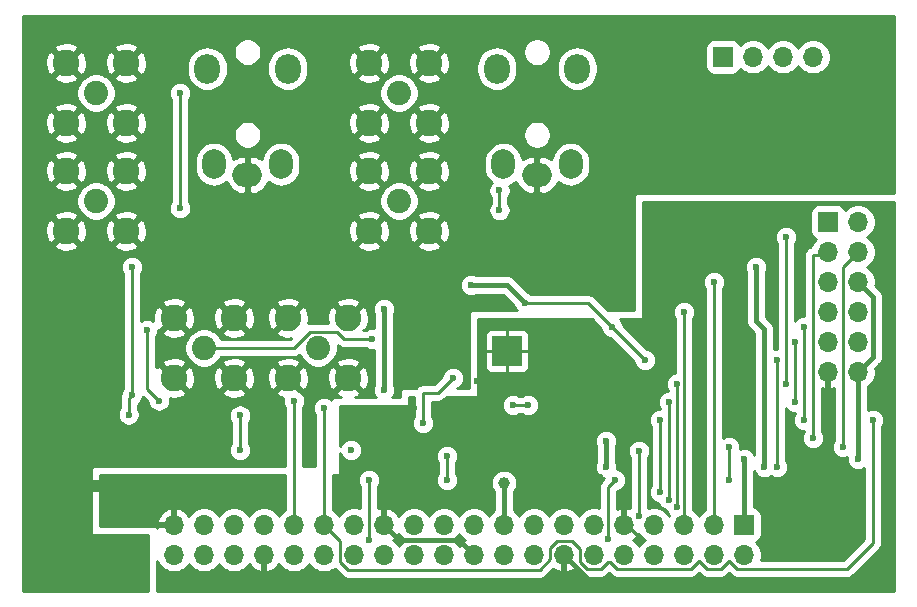
<source format=gbl>
G04 #@! TF.GenerationSoftware,KiCad,Pcbnew,(5.1.9)-1*
G04 #@! TF.CreationDate,2021-12-15T22:13:59+01:00*
G04 #@! TF.ProjectId,AudioCodecModule_WM8960,41756469-6f43-46f6-9465-634d6f64756c,rev?*
G04 #@! TF.SameCoordinates,Original*
G04 #@! TF.FileFunction,Copper,L2,Bot*
G04 #@! TF.FilePolarity,Positive*
%FSLAX46Y46*%
G04 Gerber Fmt 4.6, Leading zero omitted, Abs format (unit mm)*
G04 Created by KiCad (PCBNEW (5.1.9)-1) date 2021-12-15 22:13:59*
%MOMM*%
%LPD*%
G01*
G04 APERTURE LIST*
G04 #@! TA.AperFunction,ComponentPad*
%ADD10O,2.200000X2.500000*%
G04 #@! TD*
G04 #@! TA.AperFunction,ComponentPad*
%ADD11O,2.000000X2.500000*%
G04 #@! TD*
G04 #@! TA.AperFunction,ComponentPad*
%ADD12O,2.500000X2.000000*%
G04 #@! TD*
G04 #@! TA.AperFunction,ComponentPad*
%ADD13C,2.250000*%
G04 #@! TD*
G04 #@! TA.AperFunction,ComponentPad*
%ADD14C,2.050000*%
G04 #@! TD*
G04 #@! TA.AperFunction,ComponentPad*
%ADD15O,1.700000X1.700000*%
G04 #@! TD*
G04 #@! TA.AperFunction,ComponentPad*
%ADD16R,1.700000X1.700000*%
G04 #@! TD*
G04 #@! TA.AperFunction,ComponentPad*
%ADD17C,0.500000*%
G04 #@! TD*
G04 #@! TA.AperFunction,SMDPad,CuDef*
%ADD18R,2.500000X2.500000*%
G04 #@! TD*
G04 #@! TA.AperFunction,ViaPad*
%ADD19C,0.600000*%
G04 #@! TD*
G04 #@! TA.AperFunction,ViaPad*
%ADD20C,1.000000*%
G04 #@! TD*
G04 #@! TA.AperFunction,Conductor*
%ADD21C,0.406400*%
G04 #@! TD*
G04 #@! TA.AperFunction,Conductor*
%ADD22C,0.250000*%
G04 #@! TD*
G04 #@! TA.AperFunction,Conductor*
%ADD23C,0.254000*%
G04 #@! TD*
G04 #@! TA.AperFunction,Conductor*
%ADD24C,0.100000*%
G04 #@! TD*
G04 APERTURE END LIST*
D10*
X163039000Y-56105000D03*
X156239000Y-56105000D03*
D11*
X162489000Y-64205000D03*
X156789000Y-64205000D03*
D12*
X159639000Y-65105000D03*
D10*
X187550000Y-56105000D03*
X180750000Y-56105000D03*
D11*
X187000000Y-64205000D03*
X181300000Y-64205000D03*
D12*
X184150000Y-65105000D03*
D13*
X169926000Y-60706000D03*
X169926000Y-55626000D03*
X175006000Y-55626000D03*
X175006000Y-60706000D03*
D14*
X172466000Y-58166000D03*
D13*
X144272000Y-60706000D03*
X144272000Y-55626000D03*
X149352000Y-55626000D03*
X149352000Y-60706000D03*
D14*
X146812000Y-58166000D03*
D13*
X169926000Y-69850000D03*
X169926000Y-64770000D03*
X175006000Y-64770000D03*
X175006000Y-69850000D03*
D14*
X172466000Y-67310000D03*
D13*
X144272000Y-69850000D03*
X144272000Y-64770000D03*
X149352000Y-64770000D03*
X149352000Y-69850000D03*
D14*
X146812000Y-67310000D03*
D13*
X163068000Y-82296000D03*
X163068000Y-77216000D03*
X168148000Y-77216000D03*
X168148000Y-82296000D03*
D14*
X165608000Y-79756000D03*
D15*
X153416000Y-97282000D03*
X153416000Y-94742000D03*
X155956000Y-97282000D03*
X155956000Y-94742000D03*
X158496000Y-97282000D03*
X158496000Y-94742000D03*
X161036000Y-97282000D03*
X161036000Y-94742000D03*
X163576000Y-97282000D03*
X163576000Y-94742000D03*
X166116000Y-97282000D03*
X166116000Y-94742000D03*
X168656000Y-97282000D03*
X168656000Y-94742000D03*
X171196000Y-97282000D03*
X171196000Y-94742000D03*
X173736000Y-97282000D03*
X173736000Y-94742000D03*
X176276000Y-97282000D03*
X176276000Y-94742000D03*
X178816000Y-97282000D03*
X178816000Y-94742000D03*
X181356000Y-97282000D03*
X181356000Y-94742000D03*
X183896000Y-97282000D03*
X183896000Y-94742000D03*
X186436000Y-97282000D03*
X186436000Y-94742000D03*
X188976000Y-97282000D03*
X188976000Y-94742000D03*
X191516000Y-97282000D03*
X191516000Y-94742000D03*
X194056000Y-97282000D03*
X194056000Y-94742000D03*
X196596000Y-97282000D03*
X196596000Y-94742000D03*
X199136000Y-97282000D03*
X199136000Y-94742000D03*
X201676000Y-97282000D03*
D16*
X201676000Y-94742000D03*
D15*
X207518000Y-55118000D03*
X204978000Y-55118000D03*
X202438000Y-55118000D03*
D16*
X199898000Y-55118000D03*
D17*
X180610000Y-79010000D03*
X181610000Y-79010000D03*
X182610000Y-79010000D03*
X180610000Y-80010000D03*
X181610000Y-80010000D03*
X182610000Y-80010000D03*
X180610000Y-81010000D03*
X181610000Y-81010000D03*
X182610000Y-81010000D03*
D18*
X181610000Y-80010000D03*
D13*
X153416000Y-82296000D03*
X153416000Y-77216000D03*
X158496000Y-77216000D03*
X158496000Y-82296000D03*
D14*
X155956000Y-79756000D03*
D15*
X211328000Y-81788000D03*
X208788000Y-81788000D03*
X211328000Y-79248000D03*
X208788000Y-79248000D03*
X211328000Y-76708000D03*
X208788000Y-76708000D03*
X211328000Y-74168000D03*
X208788000Y-74168000D03*
X211328000Y-71628000D03*
X208788000Y-71628000D03*
X211328000Y-69088000D03*
D16*
X208788000Y-69088000D03*
D19*
X193040000Y-96012000D03*
X142240000Y-75184000D03*
X204978000Y-96774000D03*
X158242000Y-70866000D03*
X204978000Y-99568000D03*
X159766000Y-73406000D03*
X158242000Y-73406000D03*
X159766000Y-70866000D03*
X204978000Y-92710000D03*
X200152000Y-99568000D03*
X195834000Y-99568000D03*
X188722000Y-99568000D03*
X204978000Y-95504000D03*
X204978000Y-93980000D03*
X145796000Y-89662000D03*
X202184000Y-99568000D03*
X198120000Y-99568000D03*
X193548000Y-99568000D03*
X191262000Y-99568000D03*
X146050000Y-91440000D03*
X147574000Y-91440000D03*
X149606000Y-91440000D03*
X156210000Y-88138000D03*
X157734000Y-88138000D03*
X182372000Y-72898000D03*
X190754000Y-72898000D03*
X189992000Y-73660000D03*
X189230000Y-74422000D03*
X185928000Y-77978000D03*
X192278000Y-77978000D03*
X169418000Y-87630000D03*
X170942000Y-87630000D03*
X172466000Y-87630000D03*
X185674000Y-87376000D03*
X206248000Y-71628000D03*
X206248000Y-73406000D03*
X206248000Y-75438000D03*
X173736000Y-84836000D03*
X190754000Y-79502000D03*
X179070000Y-82550000D03*
X177546000Y-74676000D03*
X168402000Y-90932000D03*
X189484000Y-90678000D03*
X193040000Y-58420000D03*
X195580000Y-58420000D03*
X198120000Y-58420000D03*
X198120000Y-60960000D03*
X195580000Y-60960000D03*
X193040000Y-60960000D03*
X193040000Y-63500000D03*
X195580000Y-63500000D03*
X198120000Y-63500000D03*
X201168000Y-58674000D03*
X203708000Y-58674000D03*
X206502000Y-58674000D03*
X209296000Y-59436000D03*
X209296000Y-61468000D03*
X209296000Y-64008000D03*
X194310000Y-68580000D03*
X180848000Y-85852000D03*
X188722000Y-85090000D03*
X188722000Y-83566000D03*
X200787000Y-74422000D03*
X200787000Y-75692000D03*
X200787000Y-78867000D03*
X174498000Y-86106000D03*
X177038000Y-82296000D03*
X189992000Y-87630000D03*
X189992000Y-89857200D03*
X203395200Y-89857200D03*
X202692000Y-72898000D03*
X168402000Y-88392000D03*
X159004000Y-88392000D03*
X159004000Y-85461000D03*
X149580491Y-85395018D03*
X149836000Y-83759058D03*
X149860000Y-72898000D03*
X205994000Y-84328000D03*
X205994000Y-79248000D03*
X195326000Y-84328000D03*
X195326000Y-92593000D03*
X201676000Y-89154000D03*
X211328000Y-89154000D03*
D20*
X181356000Y-91186000D03*
D19*
X180975000Y-66421000D03*
X180975000Y-68072000D03*
X153924000Y-67935000D03*
X153924000Y-58166000D03*
X169926000Y-96012000D03*
X169926000Y-90932000D03*
X176530000Y-90932000D03*
X176530000Y-88900000D03*
X190754000Y-90932000D03*
X200406000Y-90932000D03*
X200406000Y-88138000D03*
X210058000Y-88138000D03*
X190185058Y-95951058D03*
X205232000Y-70358000D03*
X205232000Y-82804000D03*
X195971000Y-93218000D03*
X195971000Y-82804000D03*
X206756000Y-85852000D03*
X206756000Y-77978000D03*
X194564000Y-85852000D03*
X194564000Y-91948000D03*
X207518000Y-87376000D03*
X192786000Y-88450800D03*
X192786000Y-93980000D03*
X182118000Y-84582000D03*
X183388000Y-84582000D03*
X199136000Y-74168000D03*
X196596000Y-76708000D03*
X171196000Y-83312000D03*
X171196000Y-76454000D03*
X178562000Y-74422000D03*
X183134000Y-75946000D03*
X190500000Y-77978000D03*
X193294000Y-80772000D03*
X204470000Y-80772000D03*
X204470000Y-89857200D03*
X166116000Y-84836000D03*
X212598000Y-85852000D03*
X163576000Y-84211000D03*
X152146000Y-84211000D03*
X151130000Y-78232000D03*
X170180000Y-78994000D03*
D21*
X188722000Y-99568000D02*
X186436000Y-97282000D01*
X171196000Y-94742000D02*
X172449201Y-95995201D01*
X172449201Y-95995201D02*
X177529201Y-95995201D01*
X177529201Y-95995201D02*
X178816000Y-97282000D01*
X147574000Y-91440000D02*
X146050000Y-91440000D01*
D22*
X183896000Y-80010000D02*
X185928000Y-77978000D01*
X181610000Y-80010000D02*
X183896000Y-80010000D01*
X181610000Y-80010000D02*
X181610000Y-82296000D01*
X181610000Y-80010000D02*
X181610000Y-77724000D01*
X181610000Y-80010000D02*
X179578000Y-80010000D01*
X191770000Y-94742000D02*
X193040000Y-96012000D01*
X191516000Y-94742000D02*
X191770000Y-94742000D01*
X188976000Y-90678000D02*
X185674000Y-87376000D01*
X189484000Y-90678000D02*
X188976000Y-90678000D01*
X174498000Y-86106000D02*
X174498000Y-83566000D01*
X174498000Y-83566000D02*
X175768000Y-83566000D01*
X175768000Y-83566000D02*
X177038000Y-82296000D01*
D21*
X189992000Y-87630000D02*
X189992000Y-89857200D01*
X203395200Y-89857200D02*
X203395200Y-78173200D01*
X202692000Y-77470000D02*
X202692000Y-72898000D01*
X203395200Y-78173200D02*
X202692000Y-77470000D01*
D22*
X159004000Y-88392000D02*
X159004000Y-85461000D01*
X149580491Y-84014567D02*
X149836000Y-83759058D01*
X149580491Y-85395018D02*
X149580491Y-84014567D01*
X149836000Y-72922000D02*
X149860000Y-72898000D01*
X149836000Y-83759058D02*
X149836000Y-72922000D01*
X205994000Y-84328000D02*
X205994000Y-79248000D01*
X195326000Y-84328000D02*
X195326000Y-92593000D01*
D21*
X201676000Y-89154000D02*
X201676000Y-94742000D01*
X211328000Y-89154000D02*
X211328000Y-81788000D01*
X212581201Y-80534799D02*
X211328000Y-81788000D01*
X212581201Y-75421201D02*
X212581201Y-80534799D01*
X211328000Y-74168000D02*
X212581201Y-75421201D01*
X181356000Y-94742000D02*
X181356000Y-91186000D01*
D22*
X180975000Y-66421000D02*
X180975000Y-68072000D01*
X153924000Y-67935000D02*
X153924000Y-58166000D01*
X169926000Y-96012000D02*
X169926000Y-90932000D01*
X176530000Y-90932000D02*
X176530000Y-88900000D01*
X200406000Y-90932000D02*
X200406000Y-88138000D01*
X210058000Y-72898000D02*
X211328000Y-71628000D01*
X210058000Y-88138000D02*
X210058000Y-72898000D01*
X190185058Y-91500942D02*
X190754000Y-90932000D01*
X190185058Y-95951058D02*
X190185058Y-91500942D01*
X205232000Y-70358000D02*
X205232000Y-82804000D01*
X195971000Y-82804000D02*
X195971000Y-93218000D01*
X206756000Y-85852000D02*
X206756000Y-77978000D01*
X194564000Y-85852000D02*
X194564000Y-91948000D01*
X207518000Y-87376000D02*
X207518000Y-71882000D01*
X208534000Y-71882000D02*
X208788000Y-71628000D01*
X207518000Y-71882000D02*
X208534000Y-71882000D01*
X192786000Y-93980000D02*
X192786000Y-88450800D01*
X182118000Y-84582000D02*
X183388000Y-84582000D01*
X199136000Y-94742000D02*
X199136000Y-74168000D01*
X196596000Y-94742000D02*
X196596000Y-76708000D01*
D21*
X171196000Y-83312000D02*
X171196000Y-76454000D01*
X178562000Y-74422000D02*
X181356000Y-74422000D01*
X181356000Y-74422000D02*
X181610000Y-74422000D01*
X181610000Y-74422000D02*
X183134000Y-75946000D01*
D22*
X183134000Y-75946000D02*
X188214000Y-75946000D01*
X188214000Y-75946000D02*
X188468000Y-75946000D01*
X188468000Y-75946000D02*
X190500000Y-77978000D01*
X190500000Y-77978000D02*
X193294000Y-80772000D01*
X204470000Y-80772000D02*
X204470000Y-89857200D01*
X166116000Y-94742000D02*
X166116000Y-84836000D01*
X199700001Y-98457001D02*
X200367002Y-97790000D01*
X198571999Y-98457001D02*
X199700001Y-98457001D01*
X197827002Y-97790000D02*
X197904998Y-97790000D01*
X197160001Y-98457001D02*
X197827002Y-97790000D01*
X201111999Y-98457001D02*
X210406999Y-98457001D01*
X190951999Y-98457001D02*
X197160001Y-98457001D01*
X190340999Y-97846001D02*
X190951999Y-98457001D01*
X190151001Y-97846001D02*
X190340999Y-97846001D01*
X166116000Y-94742000D02*
X167480999Y-96106999D01*
X200367002Y-97790000D02*
X200444998Y-97790000D01*
X167480999Y-96106999D02*
X167480999Y-97846001D01*
X167480999Y-97846001D02*
X168186998Y-98552000D01*
X200444998Y-97790000D02*
X201111999Y-98457001D01*
X168186998Y-98552000D02*
X184365002Y-98552000D01*
X184365002Y-98552000D02*
X185260999Y-97656003D01*
X197904998Y-97790000D02*
X198571999Y-98457001D01*
X185260999Y-97656003D02*
X185260999Y-96717999D01*
X185260999Y-96717999D02*
X185871999Y-96106999D01*
X185871999Y-96106999D02*
X187133998Y-96106999D01*
X187800999Y-96774000D02*
X187800999Y-97846001D01*
X187800999Y-97846001D02*
X188411999Y-98457001D01*
X187133998Y-96106999D02*
X187800999Y-96774000D01*
X188411999Y-98457001D02*
X189540001Y-98457001D01*
X189540001Y-98457001D02*
X190151001Y-97846001D01*
X212598000Y-96266000D02*
X212598000Y-85852000D01*
X210406999Y-98457001D02*
X212598000Y-96266000D01*
X163576000Y-94742000D02*
X163576000Y-84211000D01*
X151130000Y-83195000D02*
X151130000Y-78232000D01*
X152146000Y-84211000D02*
X151130000Y-83195000D01*
X167779998Y-78994000D02*
X170180000Y-78994000D01*
X167191997Y-78405999D02*
X167779998Y-78994000D01*
X164959999Y-78405999D02*
X167191997Y-78405999D01*
X163609998Y-79756000D02*
X164959999Y-78405999D01*
X155956000Y-79756000D02*
X163609998Y-79756000D01*
D23*
X214340000Y-66675000D02*
X192532000Y-66675000D01*
X192507224Y-66677440D01*
X192483399Y-66684667D01*
X192461443Y-66696403D01*
X192442197Y-66712197D01*
X192426403Y-66731443D01*
X192414667Y-66753399D01*
X192407440Y-66777224D01*
X192405000Y-66802000D01*
X192405000Y-76581000D01*
X190177802Y-76581000D01*
X189031804Y-75435003D01*
X189008001Y-75405999D01*
X188892276Y-75311026D01*
X188760247Y-75240454D01*
X188616986Y-75196997D01*
X188505333Y-75186000D01*
X188505322Y-75186000D01*
X188468000Y-75182324D01*
X188430678Y-75186000D01*
X183679535Y-75186000D01*
X183576889Y-75117414D01*
X183429940Y-75056546D01*
X182231811Y-73858418D01*
X182205564Y-73826436D01*
X182077932Y-73721691D01*
X181932317Y-73643858D01*
X181774316Y-73595929D01*
X181651170Y-73583800D01*
X181651163Y-73583800D01*
X181610000Y-73579746D01*
X181568837Y-73583800D01*
X178981679Y-73583800D01*
X178834729Y-73522932D01*
X178654089Y-73487000D01*
X178469911Y-73487000D01*
X178289271Y-73522932D01*
X178119111Y-73593414D01*
X177965972Y-73695738D01*
X177835738Y-73825972D01*
X177733414Y-73979111D01*
X177662932Y-74149271D01*
X177627000Y-74329911D01*
X177627000Y-74514089D01*
X177662932Y-74694729D01*
X177733414Y-74864889D01*
X177835738Y-75018028D01*
X177965972Y-75148262D01*
X178119111Y-75250586D01*
X178289271Y-75321068D01*
X178469911Y-75357000D01*
X178654089Y-75357000D01*
X178834729Y-75321068D01*
X178981679Y-75260200D01*
X181262807Y-75260200D01*
X182244546Y-76241940D01*
X182305414Y-76388889D01*
X182407738Y-76542028D01*
X182446710Y-76581000D01*
X178562000Y-76581000D01*
X178537224Y-76583440D01*
X178513399Y-76590667D01*
X178491443Y-76602403D01*
X178472197Y-76618197D01*
X178456403Y-76637443D01*
X178444667Y-76659399D01*
X178437440Y-76683224D01*
X178435000Y-76708000D01*
X178435000Y-83185000D01*
X177335036Y-83185000D01*
X177480889Y-83124586D01*
X177634028Y-83022262D01*
X177764262Y-82892028D01*
X177866586Y-82738889D01*
X177937068Y-82568729D01*
X177973000Y-82388089D01*
X177973000Y-82203911D01*
X177937068Y-82023271D01*
X177866586Y-81853111D01*
X177764262Y-81699972D01*
X177634028Y-81569738D01*
X177480889Y-81467414D01*
X177310729Y-81396932D01*
X177130089Y-81361000D01*
X176945911Y-81361000D01*
X176765271Y-81396932D01*
X176595111Y-81467414D01*
X176441972Y-81569738D01*
X176311738Y-81699972D01*
X176209414Y-81853111D01*
X176138932Y-82023271D01*
X176114847Y-82144351D01*
X175453199Y-82806000D01*
X174535333Y-82806000D01*
X174498000Y-82802323D01*
X174460667Y-82806000D01*
X174349014Y-82816997D01*
X174205753Y-82860454D01*
X174073724Y-82931026D01*
X173957999Y-83025999D01*
X173863026Y-83141724D01*
X173839894Y-83185000D01*
X172720000Y-83185000D01*
X172695224Y-83187440D01*
X172671399Y-83194667D01*
X172649443Y-83206403D01*
X172630197Y-83222197D01*
X172614403Y-83241443D01*
X172602667Y-83263399D01*
X172595440Y-83287224D01*
X172593000Y-83312000D01*
X172593000Y-83947000D01*
X171883290Y-83947000D01*
X171922262Y-83908028D01*
X172024586Y-83754889D01*
X172095068Y-83584729D01*
X172131000Y-83404089D01*
X172131000Y-83219911D01*
X172095068Y-83039271D01*
X172034200Y-82892321D01*
X172034200Y-76873679D01*
X172095068Y-76726729D01*
X172131000Y-76546089D01*
X172131000Y-76361911D01*
X172095068Y-76181271D01*
X172024586Y-76011111D01*
X171922262Y-75857972D01*
X171792028Y-75727738D01*
X171638889Y-75625414D01*
X171468729Y-75554932D01*
X171288089Y-75519000D01*
X171103911Y-75519000D01*
X170923271Y-75554932D01*
X170753111Y-75625414D01*
X170599972Y-75727738D01*
X170469738Y-75857972D01*
X170367414Y-76011111D01*
X170296932Y-76181271D01*
X170261000Y-76361911D01*
X170261000Y-76546089D01*
X170296932Y-76726729D01*
X170357801Y-76873681D01*
X170357801Y-78076049D01*
X170272089Y-78059000D01*
X170087911Y-78059000D01*
X169907271Y-78094932D01*
X169737111Y-78165414D01*
X169634465Y-78234000D01*
X169439862Y-78234000D01*
X169649714Y-78150079D01*
X169803089Y-77839160D01*
X169892860Y-77504295D01*
X169915576Y-77158350D01*
X169870366Y-76814620D01*
X169758966Y-76486315D01*
X169649714Y-76281921D01*
X169372531Y-76171074D01*
X168327605Y-77216000D01*
X168341748Y-77230143D01*
X168162143Y-77409748D01*
X168148000Y-77395605D01*
X168133858Y-77409748D01*
X167954253Y-77230143D01*
X167968395Y-77216000D01*
X166923469Y-76171074D01*
X166646286Y-76281921D01*
X166492911Y-76592840D01*
X166403140Y-76927705D01*
X166380424Y-77273650D01*
X166425634Y-77617380D01*
X166435345Y-77645999D01*
X164997324Y-77645999D01*
X164959999Y-77642323D01*
X164922674Y-77645999D01*
X164922666Y-77645999D01*
X164811013Y-77656996D01*
X164768464Y-77669903D01*
X164812860Y-77504295D01*
X164835576Y-77158350D01*
X164790366Y-76814620D01*
X164678966Y-76486315D01*
X164569714Y-76281921D01*
X164292531Y-76171074D01*
X163247605Y-77216000D01*
X163261748Y-77230143D01*
X163082143Y-77409748D01*
X163068000Y-77395605D01*
X162023074Y-78440531D01*
X162133921Y-78717714D01*
X162444840Y-78871089D01*
X162779705Y-78960860D01*
X163125650Y-78983576D01*
X163335180Y-78956017D01*
X163295197Y-78996000D01*
X157437969Y-78996000D01*
X157427073Y-78969695D01*
X157245406Y-78697812D01*
X157014188Y-78466594D01*
X156975183Y-78440531D01*
X157451074Y-78440531D01*
X157561921Y-78717714D01*
X157872840Y-78871089D01*
X158207705Y-78960860D01*
X158553650Y-78983576D01*
X158897380Y-78938366D01*
X159225685Y-78826966D01*
X159430079Y-78717714D01*
X159540926Y-78440531D01*
X158496000Y-77395605D01*
X157451074Y-78440531D01*
X156975183Y-78440531D01*
X156742305Y-78284927D01*
X156440204Y-78159793D01*
X156119496Y-78096000D01*
X155792504Y-78096000D01*
X155471796Y-78159793D01*
X155169695Y-78284927D01*
X154897812Y-78466594D01*
X154666594Y-78697812D01*
X154484927Y-78969695D01*
X154359793Y-79271796D01*
X154296000Y-79592504D01*
X154296000Y-79919496D01*
X154359793Y-80240204D01*
X154484927Y-80542305D01*
X154666594Y-80814188D01*
X154897812Y-81045406D01*
X155169695Y-81227073D01*
X155471796Y-81352207D01*
X155792504Y-81416000D01*
X156119496Y-81416000D01*
X156440204Y-81352207D01*
X156742305Y-81227073D01*
X156975182Y-81071469D01*
X157451074Y-81071469D01*
X158496000Y-82116395D01*
X159540926Y-81071469D01*
X162023074Y-81071469D01*
X163068000Y-82116395D01*
X164112926Y-81071469D01*
X164002079Y-80794286D01*
X163691160Y-80640911D01*
X163356295Y-80551140D01*
X163010350Y-80528424D01*
X162666620Y-80573634D01*
X162338315Y-80685034D01*
X162133921Y-80794286D01*
X162023074Y-81071469D01*
X159540926Y-81071469D01*
X159430079Y-80794286D01*
X159119160Y-80640911D01*
X158784295Y-80551140D01*
X158438350Y-80528424D01*
X158094620Y-80573634D01*
X157766315Y-80685034D01*
X157561921Y-80794286D01*
X157451074Y-81071469D01*
X156975182Y-81071469D01*
X157014188Y-81045406D01*
X157245406Y-80814188D01*
X157427073Y-80542305D01*
X157437969Y-80516000D01*
X163572676Y-80516000D01*
X163609998Y-80519676D01*
X163647320Y-80516000D01*
X163647331Y-80516000D01*
X163758984Y-80505003D01*
X163902245Y-80461546D01*
X164034274Y-80390974D01*
X164064104Y-80366493D01*
X164136927Y-80542305D01*
X164318594Y-80814188D01*
X164549812Y-81045406D01*
X164821695Y-81227073D01*
X165123796Y-81352207D01*
X165444504Y-81416000D01*
X165771496Y-81416000D01*
X166092204Y-81352207D01*
X166394305Y-81227073D01*
X166627182Y-81071469D01*
X167103074Y-81071469D01*
X168148000Y-82116395D01*
X169192926Y-81071469D01*
X169082079Y-80794286D01*
X168771160Y-80640911D01*
X168436295Y-80551140D01*
X168090350Y-80528424D01*
X167746620Y-80573634D01*
X167418315Y-80685034D01*
X167213921Y-80794286D01*
X167103074Y-81071469D01*
X166627182Y-81071469D01*
X166666188Y-81045406D01*
X166897406Y-80814188D01*
X167079073Y-80542305D01*
X167204207Y-80240204D01*
X167268000Y-79919496D01*
X167268000Y-79592504D01*
X167259556Y-79550053D01*
X167268995Y-79557799D01*
X167355721Y-79628974D01*
X167453350Y-79681158D01*
X167487751Y-79699546D01*
X167631012Y-79743003D01*
X167742665Y-79754000D01*
X167742675Y-79754000D01*
X167779998Y-79757676D01*
X167817320Y-79754000D01*
X169634465Y-79754000D01*
X169737111Y-79822586D01*
X169907271Y-79893068D01*
X170087911Y-79929000D01*
X170272089Y-79929000D01*
X170357800Y-79911951D01*
X170357800Y-82892321D01*
X170296932Y-83039271D01*
X170261000Y-83219911D01*
X170261000Y-83404089D01*
X170296932Y-83584729D01*
X170367414Y-83754889D01*
X170469738Y-83908028D01*
X170508710Y-83947000D01*
X168759701Y-83947000D01*
X168877685Y-83906966D01*
X169082079Y-83797714D01*
X169192926Y-83520531D01*
X168148000Y-82475605D01*
X167103074Y-83520531D01*
X167213921Y-83797714D01*
X167516551Y-83947000D01*
X166878000Y-83947000D01*
X166853224Y-83949440D01*
X166829399Y-83956667D01*
X166807443Y-83968403D01*
X166788197Y-83984197D01*
X166772403Y-84003443D01*
X166760667Y-84025399D01*
X166753440Y-84049224D01*
X166751000Y-84074000D01*
X166751000Y-84148710D01*
X166712028Y-84109738D01*
X166558889Y-84007414D01*
X166388729Y-83936932D01*
X166208089Y-83901000D01*
X166023911Y-83901000D01*
X165843271Y-83936932D01*
X165673111Y-84007414D01*
X165519972Y-84109738D01*
X165389738Y-84239972D01*
X165287414Y-84393111D01*
X165216932Y-84563271D01*
X165181000Y-84743911D01*
X165181000Y-84928089D01*
X165216932Y-85108729D01*
X165287414Y-85278889D01*
X165356001Y-85381537D01*
X165356000Y-89789000D01*
X164336000Y-89789000D01*
X164336000Y-84756535D01*
X164404586Y-84653889D01*
X164475068Y-84483729D01*
X164511000Y-84303089D01*
X164511000Y-84118911D01*
X164475068Y-83938271D01*
X164404586Y-83768111D01*
X164302262Y-83614972D01*
X164172028Y-83484738D01*
X164018889Y-83382414D01*
X163943640Y-83351245D01*
X163068000Y-82475605D01*
X162023074Y-83520531D01*
X162133921Y-83797714D01*
X162444840Y-83951089D01*
X162662762Y-84009510D01*
X162641000Y-84118911D01*
X162641000Y-84303089D01*
X162676932Y-84483729D01*
X162747414Y-84653889D01*
X162816001Y-84756537D01*
X162816000Y-89789000D01*
X146558000Y-89789000D01*
X146533224Y-89791440D01*
X146509399Y-89798667D01*
X146487443Y-89810403D01*
X146468197Y-89826197D01*
X146452403Y-89845443D01*
X146440667Y-89867399D01*
X146433440Y-89891224D01*
X146431000Y-89916000D01*
X146431000Y-95504000D01*
X146433440Y-95528776D01*
X146440667Y-95552601D01*
X146452403Y-95574557D01*
X146468197Y-95593803D01*
X146487443Y-95609597D01*
X146509399Y-95621333D01*
X146533224Y-95628560D01*
X146558000Y-95631000D01*
X151257000Y-95631000D01*
X151257000Y-100340000D01*
X140660000Y-100340000D01*
X140660000Y-85302929D01*
X148645491Y-85302929D01*
X148645491Y-85487107D01*
X148681423Y-85667747D01*
X148751905Y-85837907D01*
X148854229Y-85991046D01*
X148984463Y-86121280D01*
X149137602Y-86223604D01*
X149307762Y-86294086D01*
X149488402Y-86330018D01*
X149672580Y-86330018D01*
X149853220Y-86294086D01*
X150023380Y-86223604D01*
X150176519Y-86121280D01*
X150306753Y-85991046D01*
X150409077Y-85837907D01*
X150479559Y-85667747D01*
X150515491Y-85487107D01*
X150515491Y-85368911D01*
X158069000Y-85368911D01*
X158069000Y-85553089D01*
X158104932Y-85733729D01*
X158175414Y-85903889D01*
X158244001Y-86006537D01*
X158244000Y-87846464D01*
X158175414Y-87949111D01*
X158104932Y-88119271D01*
X158069000Y-88299911D01*
X158069000Y-88484089D01*
X158104932Y-88664729D01*
X158175414Y-88834889D01*
X158277738Y-88988028D01*
X158407972Y-89118262D01*
X158561111Y-89220586D01*
X158731271Y-89291068D01*
X158911911Y-89327000D01*
X159096089Y-89327000D01*
X159276729Y-89291068D01*
X159446889Y-89220586D01*
X159600028Y-89118262D01*
X159730262Y-88988028D01*
X159832586Y-88834889D01*
X159903068Y-88664729D01*
X159939000Y-88484089D01*
X159939000Y-88299911D01*
X159903068Y-88119271D01*
X159832586Y-87949111D01*
X159764000Y-87846465D01*
X159764000Y-86006535D01*
X159832586Y-85903889D01*
X159903068Y-85733729D01*
X159939000Y-85553089D01*
X159939000Y-85368911D01*
X159903068Y-85188271D01*
X159832586Y-85018111D01*
X159730262Y-84864972D01*
X159600028Y-84734738D01*
X159446889Y-84632414D01*
X159276729Y-84561932D01*
X159096089Y-84526000D01*
X158911911Y-84526000D01*
X158731271Y-84561932D01*
X158561111Y-84632414D01*
X158407972Y-84734738D01*
X158277738Y-84864972D01*
X158175414Y-85018111D01*
X158104932Y-85188271D01*
X158069000Y-85368911D01*
X150515491Y-85368911D01*
X150515491Y-85302929D01*
X150479559Y-85122289D01*
X150409077Y-84952129D01*
X150340491Y-84849483D01*
X150340491Y-84546483D01*
X150432028Y-84485320D01*
X150562262Y-84355086D01*
X150664586Y-84201947D01*
X150735068Y-84031787D01*
X150761103Y-83900904D01*
X151222847Y-84362649D01*
X151246932Y-84483729D01*
X151317414Y-84653889D01*
X151419738Y-84807028D01*
X151549972Y-84937262D01*
X151703111Y-85039586D01*
X151873271Y-85110068D01*
X152053911Y-85146000D01*
X152238089Y-85146000D01*
X152418729Y-85110068D01*
X152588889Y-85039586D01*
X152742028Y-84937262D01*
X152872262Y-84807028D01*
X152974586Y-84653889D01*
X153045068Y-84483729D01*
X153081000Y-84303089D01*
X153081000Y-84118911D01*
X153061969Y-84023237D01*
X153127705Y-84040860D01*
X153473650Y-84063576D01*
X153817380Y-84018366D01*
X154145685Y-83906966D01*
X154350079Y-83797714D01*
X154460926Y-83520531D01*
X157451074Y-83520531D01*
X157561921Y-83797714D01*
X157872840Y-83951089D01*
X158207705Y-84040860D01*
X158553650Y-84063576D01*
X158897380Y-84018366D01*
X159225685Y-83906966D01*
X159430079Y-83797714D01*
X159540926Y-83520531D01*
X158496000Y-82475605D01*
X157451074Y-83520531D01*
X154460926Y-83520531D01*
X153416000Y-82475605D01*
X153401858Y-82489748D01*
X153222253Y-82310143D01*
X153236395Y-82296000D01*
X153595605Y-82296000D01*
X154640531Y-83340926D01*
X154917714Y-83230079D01*
X155071089Y-82919160D01*
X155160860Y-82584295D01*
X155176004Y-82353650D01*
X156728424Y-82353650D01*
X156773634Y-82697380D01*
X156885034Y-83025685D01*
X156994286Y-83230079D01*
X157271469Y-83340926D01*
X158316395Y-82296000D01*
X158675605Y-82296000D01*
X159720531Y-83340926D01*
X159997714Y-83230079D01*
X160151089Y-82919160D01*
X160240860Y-82584295D01*
X160256004Y-82353650D01*
X161300424Y-82353650D01*
X161345634Y-82697380D01*
X161457034Y-83025685D01*
X161566286Y-83230079D01*
X161843469Y-83340926D01*
X162888395Y-82296000D01*
X163247605Y-82296000D01*
X164292531Y-83340926D01*
X164569714Y-83230079D01*
X164723089Y-82919160D01*
X164812860Y-82584295D01*
X164828004Y-82353650D01*
X166380424Y-82353650D01*
X166425634Y-82697380D01*
X166537034Y-83025685D01*
X166646286Y-83230079D01*
X166923469Y-83340926D01*
X167968395Y-82296000D01*
X168327605Y-82296000D01*
X169372531Y-83340926D01*
X169649714Y-83230079D01*
X169803089Y-82919160D01*
X169892860Y-82584295D01*
X169915576Y-82238350D01*
X169870366Y-81894620D01*
X169758966Y-81566315D01*
X169649714Y-81361921D01*
X169372531Y-81251074D01*
X168327605Y-82296000D01*
X167968395Y-82296000D01*
X166923469Y-81251074D01*
X166646286Y-81361921D01*
X166492911Y-81672840D01*
X166403140Y-82007705D01*
X166380424Y-82353650D01*
X164828004Y-82353650D01*
X164835576Y-82238350D01*
X164790366Y-81894620D01*
X164678966Y-81566315D01*
X164569714Y-81361921D01*
X164292531Y-81251074D01*
X163247605Y-82296000D01*
X162888395Y-82296000D01*
X161843469Y-81251074D01*
X161566286Y-81361921D01*
X161412911Y-81672840D01*
X161323140Y-82007705D01*
X161300424Y-82353650D01*
X160256004Y-82353650D01*
X160263576Y-82238350D01*
X160218366Y-81894620D01*
X160106966Y-81566315D01*
X159997714Y-81361921D01*
X159720531Y-81251074D01*
X158675605Y-82296000D01*
X158316395Y-82296000D01*
X157271469Y-81251074D01*
X156994286Y-81361921D01*
X156840911Y-81672840D01*
X156751140Y-82007705D01*
X156728424Y-82353650D01*
X155176004Y-82353650D01*
X155183576Y-82238350D01*
X155138366Y-81894620D01*
X155026966Y-81566315D01*
X154917714Y-81361921D01*
X154640531Y-81251074D01*
X153595605Y-82296000D01*
X153236395Y-82296000D01*
X152191469Y-81251074D01*
X151914286Y-81361921D01*
X151890000Y-81411153D01*
X151890000Y-81071469D01*
X152371074Y-81071469D01*
X153416000Y-82116395D01*
X154460926Y-81071469D01*
X154350079Y-80794286D01*
X154039160Y-80640911D01*
X153704295Y-80551140D01*
X153358350Y-80528424D01*
X153014620Y-80573634D01*
X152686315Y-80685034D01*
X152481921Y-80794286D01*
X152371074Y-81071469D01*
X151890000Y-81071469D01*
X151890000Y-78777535D01*
X151958586Y-78674889D01*
X152029068Y-78504729D01*
X152041837Y-78440531D01*
X152371074Y-78440531D01*
X152481921Y-78717714D01*
X152792840Y-78871089D01*
X153127705Y-78960860D01*
X153473650Y-78983576D01*
X153817380Y-78938366D01*
X154145685Y-78826966D01*
X154350079Y-78717714D01*
X154460926Y-78440531D01*
X153416000Y-77395605D01*
X152371074Y-78440531D01*
X152041837Y-78440531D01*
X152065000Y-78324089D01*
X152065000Y-78210350D01*
X152191469Y-78260926D01*
X153236395Y-77216000D01*
X153595605Y-77216000D01*
X154640531Y-78260926D01*
X154917714Y-78150079D01*
X155071089Y-77839160D01*
X155160860Y-77504295D01*
X155176004Y-77273650D01*
X156728424Y-77273650D01*
X156773634Y-77617380D01*
X156885034Y-77945685D01*
X156994286Y-78150079D01*
X157271469Y-78260926D01*
X158316395Y-77216000D01*
X158675605Y-77216000D01*
X159720531Y-78260926D01*
X159997714Y-78150079D01*
X160151089Y-77839160D01*
X160240860Y-77504295D01*
X160256004Y-77273650D01*
X161300424Y-77273650D01*
X161345634Y-77617380D01*
X161457034Y-77945685D01*
X161566286Y-78150079D01*
X161843469Y-78260926D01*
X162888395Y-77216000D01*
X161843469Y-76171074D01*
X161566286Y-76281921D01*
X161412911Y-76592840D01*
X161323140Y-76927705D01*
X161300424Y-77273650D01*
X160256004Y-77273650D01*
X160263576Y-77158350D01*
X160218366Y-76814620D01*
X160106966Y-76486315D01*
X159997714Y-76281921D01*
X159720531Y-76171074D01*
X158675605Y-77216000D01*
X158316395Y-77216000D01*
X157271469Y-76171074D01*
X156994286Y-76281921D01*
X156840911Y-76592840D01*
X156751140Y-76927705D01*
X156728424Y-77273650D01*
X155176004Y-77273650D01*
X155183576Y-77158350D01*
X155138366Y-76814620D01*
X155026966Y-76486315D01*
X154917714Y-76281921D01*
X154640531Y-76171074D01*
X153595605Y-77216000D01*
X153236395Y-77216000D01*
X152191469Y-76171074D01*
X151914286Y-76281921D01*
X151760911Y-76592840D01*
X151671140Y-76927705D01*
X151648424Y-77273650D01*
X151674414Y-77471251D01*
X151572889Y-77403414D01*
X151402729Y-77332932D01*
X151222089Y-77297000D01*
X151037911Y-77297000D01*
X150857271Y-77332932D01*
X150687111Y-77403414D01*
X150596000Y-77464292D01*
X150596000Y-75991469D01*
X152371074Y-75991469D01*
X153416000Y-77036395D01*
X154460926Y-75991469D01*
X157451074Y-75991469D01*
X158496000Y-77036395D01*
X159540926Y-75991469D01*
X162023074Y-75991469D01*
X163068000Y-77036395D01*
X164112926Y-75991469D01*
X167103074Y-75991469D01*
X168148000Y-77036395D01*
X169192926Y-75991469D01*
X169082079Y-75714286D01*
X168771160Y-75560911D01*
X168436295Y-75471140D01*
X168090350Y-75448424D01*
X167746620Y-75493634D01*
X167418315Y-75605034D01*
X167213921Y-75714286D01*
X167103074Y-75991469D01*
X164112926Y-75991469D01*
X164002079Y-75714286D01*
X163691160Y-75560911D01*
X163356295Y-75471140D01*
X163010350Y-75448424D01*
X162666620Y-75493634D01*
X162338315Y-75605034D01*
X162133921Y-75714286D01*
X162023074Y-75991469D01*
X159540926Y-75991469D01*
X159430079Y-75714286D01*
X159119160Y-75560911D01*
X158784295Y-75471140D01*
X158438350Y-75448424D01*
X158094620Y-75493634D01*
X157766315Y-75605034D01*
X157561921Y-75714286D01*
X157451074Y-75991469D01*
X154460926Y-75991469D01*
X154350079Y-75714286D01*
X154039160Y-75560911D01*
X153704295Y-75471140D01*
X153358350Y-75448424D01*
X153014620Y-75493634D01*
X152686315Y-75605034D01*
X152481921Y-75714286D01*
X152371074Y-75991469D01*
X150596000Y-75991469D01*
X150596000Y-73479454D01*
X150688586Y-73340889D01*
X150759068Y-73170729D01*
X150795000Y-72990089D01*
X150795000Y-72805911D01*
X150759068Y-72625271D01*
X150688586Y-72455111D01*
X150586262Y-72301972D01*
X150456028Y-72171738D01*
X150302889Y-72069414D01*
X150132729Y-71998932D01*
X149952089Y-71963000D01*
X149767911Y-71963000D01*
X149587271Y-71998932D01*
X149417111Y-72069414D01*
X149263972Y-72171738D01*
X149133738Y-72301972D01*
X149031414Y-72455111D01*
X148960932Y-72625271D01*
X148925000Y-72805911D01*
X148925000Y-72990089D01*
X148960932Y-73170729D01*
X149031414Y-73340889D01*
X149076001Y-73407618D01*
X149076000Y-83213523D01*
X149007414Y-83316169D01*
X148936932Y-83486329D01*
X148901000Y-83666969D01*
X148901000Y-83673576D01*
X148874945Y-83722321D01*
X148855023Y-83787999D01*
X148831489Y-83865581D01*
X148824330Y-83938271D01*
X148816815Y-84014567D01*
X148820492Y-84051899D01*
X148820491Y-84849482D01*
X148751905Y-84952129D01*
X148681423Y-85122289D01*
X148645491Y-85302929D01*
X140660000Y-85302929D01*
X140660000Y-71074531D01*
X143227074Y-71074531D01*
X143337921Y-71351714D01*
X143648840Y-71505089D01*
X143983705Y-71594860D01*
X144329650Y-71617576D01*
X144673380Y-71572366D01*
X145001685Y-71460966D01*
X145206079Y-71351714D01*
X145316926Y-71074531D01*
X148307074Y-71074531D01*
X148417921Y-71351714D01*
X148728840Y-71505089D01*
X149063705Y-71594860D01*
X149409650Y-71617576D01*
X149753380Y-71572366D01*
X150081685Y-71460966D01*
X150286079Y-71351714D01*
X150396926Y-71074531D01*
X168881074Y-71074531D01*
X168991921Y-71351714D01*
X169302840Y-71505089D01*
X169637705Y-71594860D01*
X169983650Y-71617576D01*
X170327380Y-71572366D01*
X170655685Y-71460966D01*
X170860079Y-71351714D01*
X170970926Y-71074531D01*
X173961074Y-71074531D01*
X174071921Y-71351714D01*
X174382840Y-71505089D01*
X174717705Y-71594860D01*
X175063650Y-71617576D01*
X175407380Y-71572366D01*
X175735685Y-71460966D01*
X175940079Y-71351714D01*
X176050926Y-71074531D01*
X175006000Y-70029605D01*
X173961074Y-71074531D01*
X170970926Y-71074531D01*
X169926000Y-70029605D01*
X168881074Y-71074531D01*
X150396926Y-71074531D01*
X149352000Y-70029605D01*
X148307074Y-71074531D01*
X145316926Y-71074531D01*
X144272000Y-70029605D01*
X143227074Y-71074531D01*
X140660000Y-71074531D01*
X140660000Y-69907650D01*
X142504424Y-69907650D01*
X142549634Y-70251380D01*
X142661034Y-70579685D01*
X142770286Y-70784079D01*
X143047469Y-70894926D01*
X144092395Y-69850000D01*
X144451605Y-69850000D01*
X145496531Y-70894926D01*
X145773714Y-70784079D01*
X145927089Y-70473160D01*
X146016860Y-70138295D01*
X146032004Y-69907650D01*
X147584424Y-69907650D01*
X147629634Y-70251380D01*
X147741034Y-70579685D01*
X147850286Y-70784079D01*
X148127469Y-70894926D01*
X149172395Y-69850000D01*
X149531605Y-69850000D01*
X150576531Y-70894926D01*
X150853714Y-70784079D01*
X151007089Y-70473160D01*
X151096860Y-70138295D01*
X151112004Y-69907650D01*
X168158424Y-69907650D01*
X168203634Y-70251380D01*
X168315034Y-70579685D01*
X168424286Y-70784079D01*
X168701469Y-70894926D01*
X169746395Y-69850000D01*
X170105605Y-69850000D01*
X171150531Y-70894926D01*
X171427714Y-70784079D01*
X171581089Y-70473160D01*
X171670860Y-70138295D01*
X171686004Y-69907650D01*
X173238424Y-69907650D01*
X173283634Y-70251380D01*
X173395034Y-70579685D01*
X173504286Y-70784079D01*
X173781469Y-70894926D01*
X174826395Y-69850000D01*
X175185605Y-69850000D01*
X176230531Y-70894926D01*
X176507714Y-70784079D01*
X176661089Y-70473160D01*
X176750860Y-70138295D01*
X176773576Y-69792350D01*
X176728366Y-69448620D01*
X176616966Y-69120315D01*
X176507714Y-68915921D01*
X176230531Y-68805074D01*
X175185605Y-69850000D01*
X174826395Y-69850000D01*
X173781469Y-68805074D01*
X173504286Y-68915921D01*
X173350911Y-69226840D01*
X173261140Y-69561705D01*
X173238424Y-69907650D01*
X171686004Y-69907650D01*
X171693576Y-69792350D01*
X171648366Y-69448620D01*
X171536966Y-69120315D01*
X171427714Y-68915921D01*
X171150531Y-68805074D01*
X170105605Y-69850000D01*
X169746395Y-69850000D01*
X168701469Y-68805074D01*
X168424286Y-68915921D01*
X168270911Y-69226840D01*
X168181140Y-69561705D01*
X168158424Y-69907650D01*
X151112004Y-69907650D01*
X151119576Y-69792350D01*
X151074366Y-69448620D01*
X150962966Y-69120315D01*
X150853714Y-68915921D01*
X150576531Y-68805074D01*
X149531605Y-69850000D01*
X149172395Y-69850000D01*
X148127469Y-68805074D01*
X147850286Y-68915921D01*
X147696911Y-69226840D01*
X147607140Y-69561705D01*
X147584424Y-69907650D01*
X146032004Y-69907650D01*
X146039576Y-69792350D01*
X145994366Y-69448620D01*
X145882966Y-69120315D01*
X145773714Y-68915921D01*
X145496531Y-68805074D01*
X144451605Y-69850000D01*
X144092395Y-69850000D01*
X143047469Y-68805074D01*
X142770286Y-68915921D01*
X142616911Y-69226840D01*
X142527140Y-69561705D01*
X142504424Y-69907650D01*
X140660000Y-69907650D01*
X140660000Y-68625469D01*
X143227074Y-68625469D01*
X144272000Y-69670395D01*
X145316926Y-68625469D01*
X145206079Y-68348286D01*
X144895160Y-68194911D01*
X144560295Y-68105140D01*
X144214350Y-68082424D01*
X143870620Y-68127634D01*
X143542315Y-68239034D01*
X143337921Y-68348286D01*
X143227074Y-68625469D01*
X140660000Y-68625469D01*
X140660000Y-67146504D01*
X145152000Y-67146504D01*
X145152000Y-67473496D01*
X145215793Y-67794204D01*
X145340927Y-68096305D01*
X145522594Y-68368188D01*
X145753812Y-68599406D01*
X146025695Y-68781073D01*
X146327796Y-68906207D01*
X146648504Y-68970000D01*
X146975496Y-68970000D01*
X147296204Y-68906207D01*
X147598305Y-68781073D01*
X147831182Y-68625469D01*
X148307074Y-68625469D01*
X149352000Y-69670395D01*
X150396926Y-68625469D01*
X150286079Y-68348286D01*
X149975160Y-68194911D01*
X149640295Y-68105140D01*
X149294350Y-68082424D01*
X148950620Y-68127634D01*
X148622315Y-68239034D01*
X148417921Y-68348286D01*
X148307074Y-68625469D01*
X147831182Y-68625469D01*
X147870188Y-68599406D01*
X148101406Y-68368188D01*
X148283073Y-68096305D01*
X148408207Y-67794204D01*
X148472000Y-67473496D01*
X148472000Y-67146504D01*
X148408207Y-66825796D01*
X148283073Y-66523695D01*
X148101406Y-66251812D01*
X147870188Y-66020594D01*
X147831183Y-65994531D01*
X148307074Y-65994531D01*
X148417921Y-66271714D01*
X148728840Y-66425089D01*
X149063705Y-66514860D01*
X149409650Y-66537576D01*
X149753380Y-66492366D01*
X150081685Y-66380966D01*
X150286079Y-66271714D01*
X150396926Y-65994531D01*
X149352000Y-64949605D01*
X148307074Y-65994531D01*
X147831183Y-65994531D01*
X147598305Y-65838927D01*
X147296204Y-65713793D01*
X146975496Y-65650000D01*
X146648504Y-65650000D01*
X146327796Y-65713793D01*
X146025695Y-65838927D01*
X145753812Y-66020594D01*
X145522594Y-66251812D01*
X145340927Y-66523695D01*
X145215793Y-66825796D01*
X145152000Y-67146504D01*
X140660000Y-67146504D01*
X140660000Y-65994531D01*
X143227074Y-65994531D01*
X143337921Y-66271714D01*
X143648840Y-66425089D01*
X143983705Y-66514860D01*
X144329650Y-66537576D01*
X144673380Y-66492366D01*
X145001685Y-66380966D01*
X145206079Y-66271714D01*
X145316926Y-65994531D01*
X144272000Y-64949605D01*
X143227074Y-65994531D01*
X140660000Y-65994531D01*
X140660000Y-64827650D01*
X142504424Y-64827650D01*
X142549634Y-65171380D01*
X142661034Y-65499685D01*
X142770286Y-65704079D01*
X143047469Y-65814926D01*
X144092395Y-64770000D01*
X144451605Y-64770000D01*
X145496531Y-65814926D01*
X145773714Y-65704079D01*
X145927089Y-65393160D01*
X146016860Y-65058295D01*
X146032004Y-64827650D01*
X147584424Y-64827650D01*
X147629634Y-65171380D01*
X147741034Y-65499685D01*
X147850286Y-65704079D01*
X148127469Y-65814926D01*
X149172395Y-64770000D01*
X149531605Y-64770000D01*
X150576531Y-65814926D01*
X150853714Y-65704079D01*
X151007089Y-65393160D01*
X151096860Y-65058295D01*
X151119576Y-64712350D01*
X151074366Y-64368620D01*
X150962966Y-64040315D01*
X150853714Y-63835921D01*
X150576531Y-63725074D01*
X149531605Y-64770000D01*
X149172395Y-64770000D01*
X148127469Y-63725074D01*
X147850286Y-63835921D01*
X147696911Y-64146840D01*
X147607140Y-64481705D01*
X147584424Y-64827650D01*
X146032004Y-64827650D01*
X146039576Y-64712350D01*
X145994366Y-64368620D01*
X145882966Y-64040315D01*
X145773714Y-63835921D01*
X145496531Y-63725074D01*
X144451605Y-64770000D01*
X144092395Y-64770000D01*
X143047469Y-63725074D01*
X142770286Y-63835921D01*
X142616911Y-64146840D01*
X142527140Y-64481705D01*
X142504424Y-64827650D01*
X140660000Y-64827650D01*
X140660000Y-63545469D01*
X143227074Y-63545469D01*
X144272000Y-64590395D01*
X145316926Y-63545469D01*
X148307074Y-63545469D01*
X149352000Y-64590395D01*
X150396926Y-63545469D01*
X150286079Y-63268286D01*
X149975160Y-63114911D01*
X149640295Y-63025140D01*
X149294350Y-63002424D01*
X148950620Y-63047634D01*
X148622315Y-63159034D01*
X148417921Y-63268286D01*
X148307074Y-63545469D01*
X145316926Y-63545469D01*
X145206079Y-63268286D01*
X144895160Y-63114911D01*
X144560295Y-63025140D01*
X144214350Y-63002424D01*
X143870620Y-63047634D01*
X143542315Y-63159034D01*
X143337921Y-63268286D01*
X143227074Y-63545469D01*
X140660000Y-63545469D01*
X140660000Y-61930531D01*
X143227074Y-61930531D01*
X143337921Y-62207714D01*
X143648840Y-62361089D01*
X143983705Y-62450860D01*
X144329650Y-62473576D01*
X144673380Y-62428366D01*
X145001685Y-62316966D01*
X145206079Y-62207714D01*
X145316926Y-61930531D01*
X148307074Y-61930531D01*
X148417921Y-62207714D01*
X148728840Y-62361089D01*
X149063705Y-62450860D01*
X149409650Y-62473576D01*
X149753380Y-62428366D01*
X150081685Y-62316966D01*
X150286079Y-62207714D01*
X150396926Y-61930531D01*
X149352000Y-60885605D01*
X148307074Y-61930531D01*
X145316926Y-61930531D01*
X144272000Y-60885605D01*
X143227074Y-61930531D01*
X140660000Y-61930531D01*
X140660000Y-60763650D01*
X142504424Y-60763650D01*
X142549634Y-61107380D01*
X142661034Y-61435685D01*
X142770286Y-61640079D01*
X143047469Y-61750926D01*
X144092395Y-60706000D01*
X144451605Y-60706000D01*
X145496531Y-61750926D01*
X145773714Y-61640079D01*
X145927089Y-61329160D01*
X146016860Y-60994295D01*
X146032004Y-60763650D01*
X147584424Y-60763650D01*
X147629634Y-61107380D01*
X147741034Y-61435685D01*
X147850286Y-61640079D01*
X148127469Y-61750926D01*
X149172395Y-60706000D01*
X149531605Y-60706000D01*
X150576531Y-61750926D01*
X150853714Y-61640079D01*
X151007089Y-61329160D01*
X151096860Y-60994295D01*
X151119576Y-60648350D01*
X151074366Y-60304620D01*
X150962966Y-59976315D01*
X150853714Y-59771921D01*
X150576531Y-59661074D01*
X149531605Y-60706000D01*
X149172395Y-60706000D01*
X148127469Y-59661074D01*
X147850286Y-59771921D01*
X147696911Y-60082840D01*
X147607140Y-60417705D01*
X147584424Y-60763650D01*
X146032004Y-60763650D01*
X146039576Y-60648350D01*
X145994366Y-60304620D01*
X145882966Y-59976315D01*
X145773714Y-59771921D01*
X145496531Y-59661074D01*
X144451605Y-60706000D01*
X144092395Y-60706000D01*
X143047469Y-59661074D01*
X142770286Y-59771921D01*
X142616911Y-60082840D01*
X142527140Y-60417705D01*
X142504424Y-60763650D01*
X140660000Y-60763650D01*
X140660000Y-59481469D01*
X143227074Y-59481469D01*
X144272000Y-60526395D01*
X145316926Y-59481469D01*
X145206079Y-59204286D01*
X144895160Y-59050911D01*
X144560295Y-58961140D01*
X144214350Y-58938424D01*
X143870620Y-58983634D01*
X143542315Y-59095034D01*
X143337921Y-59204286D01*
X143227074Y-59481469D01*
X140660000Y-59481469D01*
X140660000Y-58002504D01*
X145152000Y-58002504D01*
X145152000Y-58329496D01*
X145215793Y-58650204D01*
X145340927Y-58952305D01*
X145522594Y-59224188D01*
X145753812Y-59455406D01*
X146025695Y-59637073D01*
X146327796Y-59762207D01*
X146648504Y-59826000D01*
X146975496Y-59826000D01*
X147296204Y-59762207D01*
X147598305Y-59637073D01*
X147831182Y-59481469D01*
X148307074Y-59481469D01*
X149352000Y-60526395D01*
X150396926Y-59481469D01*
X150286079Y-59204286D01*
X149975160Y-59050911D01*
X149640295Y-58961140D01*
X149294350Y-58938424D01*
X148950620Y-58983634D01*
X148622315Y-59095034D01*
X148417921Y-59204286D01*
X148307074Y-59481469D01*
X147831182Y-59481469D01*
X147870188Y-59455406D01*
X148101406Y-59224188D01*
X148283073Y-58952305D01*
X148408207Y-58650204D01*
X148472000Y-58329496D01*
X148472000Y-58073911D01*
X152989000Y-58073911D01*
X152989000Y-58258089D01*
X153024932Y-58438729D01*
X153095414Y-58608889D01*
X153164001Y-58711537D01*
X153164000Y-67389464D01*
X153095414Y-67492111D01*
X153024932Y-67662271D01*
X152989000Y-67842911D01*
X152989000Y-68027089D01*
X153024932Y-68207729D01*
X153095414Y-68377889D01*
X153197738Y-68531028D01*
X153327972Y-68661262D01*
X153481111Y-68763586D01*
X153651271Y-68834068D01*
X153831911Y-68870000D01*
X154016089Y-68870000D01*
X154196729Y-68834068D01*
X154366889Y-68763586D01*
X154520028Y-68661262D01*
X154555821Y-68625469D01*
X168881074Y-68625469D01*
X169926000Y-69670395D01*
X170970926Y-68625469D01*
X170860079Y-68348286D01*
X170549160Y-68194911D01*
X170214295Y-68105140D01*
X169868350Y-68082424D01*
X169524620Y-68127634D01*
X169196315Y-68239034D01*
X168991921Y-68348286D01*
X168881074Y-68625469D01*
X154555821Y-68625469D01*
X154650262Y-68531028D01*
X154752586Y-68377889D01*
X154823068Y-68207729D01*
X154859000Y-68027089D01*
X154859000Y-67842911D01*
X154823068Y-67662271D01*
X154752586Y-67492111D01*
X154684000Y-67389465D01*
X154684000Y-67146504D01*
X170806000Y-67146504D01*
X170806000Y-67473496D01*
X170869793Y-67794204D01*
X170994927Y-68096305D01*
X171176594Y-68368188D01*
X171407812Y-68599406D01*
X171679695Y-68781073D01*
X171981796Y-68906207D01*
X172302504Y-68970000D01*
X172629496Y-68970000D01*
X172950204Y-68906207D01*
X173252305Y-68781073D01*
X173485182Y-68625469D01*
X173961074Y-68625469D01*
X175006000Y-69670395D01*
X176050926Y-68625469D01*
X175940079Y-68348286D01*
X175629160Y-68194911D01*
X175294295Y-68105140D01*
X174948350Y-68082424D01*
X174604620Y-68127634D01*
X174276315Y-68239034D01*
X174071921Y-68348286D01*
X173961074Y-68625469D01*
X173485182Y-68625469D01*
X173524188Y-68599406D01*
X173755406Y-68368188D01*
X173937073Y-68096305D01*
X174062207Y-67794204D01*
X174126000Y-67473496D01*
X174126000Y-67146504D01*
X174062207Y-66825796D01*
X173937073Y-66523695D01*
X173755406Y-66251812D01*
X173524188Y-66020594D01*
X173485183Y-65994531D01*
X173961074Y-65994531D01*
X174071921Y-66271714D01*
X174382840Y-66425089D01*
X174717705Y-66514860D01*
X175063650Y-66537576D01*
X175407380Y-66492366D01*
X175735685Y-66380966D01*
X175940079Y-66271714D01*
X176050926Y-65994531D01*
X175006000Y-64949605D01*
X173961074Y-65994531D01*
X173485183Y-65994531D01*
X173252305Y-65838927D01*
X172950204Y-65713793D01*
X172629496Y-65650000D01*
X172302504Y-65650000D01*
X171981796Y-65713793D01*
X171679695Y-65838927D01*
X171407812Y-66020594D01*
X171176594Y-66251812D01*
X170994927Y-66523695D01*
X170869793Y-66825796D01*
X170806000Y-67146504D01*
X154684000Y-67146504D01*
X154684000Y-63874679D01*
X155154000Y-63874679D01*
X155154000Y-64535322D01*
X155177657Y-64775516D01*
X155271148Y-65083715D01*
X155422969Y-65367752D01*
X155627286Y-65616714D01*
X155876249Y-65821031D01*
X156160286Y-65972852D01*
X156468485Y-66066343D01*
X156789000Y-66097911D01*
X157109516Y-66066343D01*
X157417715Y-65972852D01*
X157701752Y-65821031D01*
X157859652Y-65691446D01*
X157951354Y-65903206D01*
X158134700Y-66168340D01*
X158366248Y-66392610D01*
X158637100Y-66567398D01*
X158936847Y-66685987D01*
X159253970Y-66743819D01*
X159512000Y-66586016D01*
X159512000Y-65232000D01*
X159492000Y-65232000D01*
X159492000Y-64978000D01*
X159512000Y-64978000D01*
X159512000Y-63623984D01*
X159766000Y-63623984D01*
X159766000Y-64978000D01*
X159786000Y-64978000D01*
X159786000Y-65232000D01*
X159766000Y-65232000D01*
X159766000Y-66586016D01*
X160024030Y-66743819D01*
X160341153Y-66685987D01*
X160640900Y-66567398D01*
X160911752Y-66392610D01*
X161143300Y-66168340D01*
X161326646Y-65903206D01*
X161418348Y-65691446D01*
X161576249Y-65821031D01*
X161860286Y-65972852D01*
X162168485Y-66066343D01*
X162489000Y-66097911D01*
X162809516Y-66066343D01*
X163046248Y-65994531D01*
X168881074Y-65994531D01*
X168991921Y-66271714D01*
X169302840Y-66425089D01*
X169637705Y-66514860D01*
X169983650Y-66537576D01*
X170327380Y-66492366D01*
X170655685Y-66380966D01*
X170860079Y-66271714D01*
X170970926Y-65994531D01*
X169926000Y-64949605D01*
X168881074Y-65994531D01*
X163046248Y-65994531D01*
X163117715Y-65972852D01*
X163401752Y-65821031D01*
X163650714Y-65616714D01*
X163855031Y-65367752D01*
X164006852Y-65083715D01*
X164084528Y-64827650D01*
X168158424Y-64827650D01*
X168203634Y-65171380D01*
X168315034Y-65499685D01*
X168424286Y-65704079D01*
X168701469Y-65814926D01*
X169746395Y-64770000D01*
X170105605Y-64770000D01*
X171150531Y-65814926D01*
X171427714Y-65704079D01*
X171581089Y-65393160D01*
X171670860Y-65058295D01*
X171686004Y-64827650D01*
X173238424Y-64827650D01*
X173283634Y-65171380D01*
X173395034Y-65499685D01*
X173504286Y-65704079D01*
X173781469Y-65814926D01*
X174826395Y-64770000D01*
X175185605Y-64770000D01*
X176230531Y-65814926D01*
X176507714Y-65704079D01*
X176661089Y-65393160D01*
X176750860Y-65058295D01*
X176773576Y-64712350D01*
X176728366Y-64368620D01*
X176616966Y-64040315D01*
X176528431Y-63874679D01*
X179665000Y-63874679D01*
X179665000Y-64535322D01*
X179688657Y-64775516D01*
X179782148Y-65083715D01*
X179933969Y-65367752D01*
X180138286Y-65616714D01*
X180313337Y-65760373D01*
X180248738Y-65824972D01*
X180146414Y-65978111D01*
X180075932Y-66148271D01*
X180040000Y-66328911D01*
X180040000Y-66513089D01*
X180075932Y-66693729D01*
X180146414Y-66863889D01*
X180215000Y-66966536D01*
X180215001Y-67526464D01*
X180146414Y-67629111D01*
X180075932Y-67799271D01*
X180040000Y-67979911D01*
X180040000Y-68164089D01*
X180075932Y-68344729D01*
X180146414Y-68514889D01*
X180248738Y-68668028D01*
X180378972Y-68798262D01*
X180532111Y-68900586D01*
X180702271Y-68971068D01*
X180882911Y-69007000D01*
X181067089Y-69007000D01*
X181247729Y-68971068D01*
X181417889Y-68900586D01*
X181571028Y-68798262D01*
X181701262Y-68668028D01*
X181803586Y-68514889D01*
X181874068Y-68344729D01*
X181910000Y-68164089D01*
X181910000Y-67979911D01*
X181874068Y-67799271D01*
X181803586Y-67629111D01*
X181735000Y-67526465D01*
X181735000Y-66966535D01*
X181803586Y-66863889D01*
X181874068Y-66693729D01*
X181910000Y-66513089D01*
X181910000Y-66328911D01*
X181874068Y-66148271D01*
X181815618Y-66007159D01*
X181928715Y-65972852D01*
X182212752Y-65821031D01*
X182370652Y-65691446D01*
X182462354Y-65903206D01*
X182645700Y-66168340D01*
X182877248Y-66392610D01*
X183148100Y-66567398D01*
X183447847Y-66685987D01*
X183764970Y-66743819D01*
X184023000Y-66586016D01*
X184023000Y-65232000D01*
X184003000Y-65232000D01*
X184003000Y-64978000D01*
X184023000Y-64978000D01*
X184023000Y-63623984D01*
X184277000Y-63623984D01*
X184277000Y-64978000D01*
X184297000Y-64978000D01*
X184297000Y-65232000D01*
X184277000Y-65232000D01*
X184277000Y-66586016D01*
X184535030Y-66743819D01*
X184852153Y-66685987D01*
X185151900Y-66567398D01*
X185422752Y-66392610D01*
X185654300Y-66168340D01*
X185837646Y-65903206D01*
X185929348Y-65691446D01*
X186087249Y-65821031D01*
X186371286Y-65972852D01*
X186679485Y-66066343D01*
X187000000Y-66097911D01*
X187320516Y-66066343D01*
X187628715Y-65972852D01*
X187912752Y-65821031D01*
X188161714Y-65616714D01*
X188366031Y-65367752D01*
X188517852Y-65083715D01*
X188611343Y-64775515D01*
X188635000Y-64535321D01*
X188635000Y-63874678D01*
X188611343Y-63634484D01*
X188517852Y-63326285D01*
X188366031Y-63042248D01*
X188161714Y-62793286D01*
X187912751Y-62588969D01*
X187628714Y-62437148D01*
X187320515Y-62343657D01*
X187000000Y-62312089D01*
X186679484Y-62343657D01*
X186371285Y-62437148D01*
X186087248Y-62588969D01*
X185838286Y-62793286D01*
X185633969Y-63042249D01*
X185482148Y-63326286D01*
X185388657Y-63634485D01*
X185373757Y-63785772D01*
X185151900Y-63642602D01*
X184852153Y-63524013D01*
X184535030Y-63466181D01*
X184277000Y-63623984D01*
X184023000Y-63623984D01*
X183764970Y-63466181D01*
X183447847Y-63524013D01*
X183148100Y-63642602D01*
X182926244Y-63785772D01*
X182911343Y-63634484D01*
X182817852Y-63326285D01*
X182666031Y-63042248D01*
X182461714Y-62793286D01*
X182212751Y-62588969D01*
X181928714Y-62437148D01*
X181620515Y-62343657D01*
X181300000Y-62312089D01*
X180979484Y-62343657D01*
X180671285Y-62437148D01*
X180387248Y-62588969D01*
X180138286Y-62793286D01*
X179933969Y-63042249D01*
X179782148Y-63326286D01*
X179688657Y-63634485D01*
X179665000Y-63874679D01*
X176528431Y-63874679D01*
X176507714Y-63835921D01*
X176230531Y-63725074D01*
X175185605Y-64770000D01*
X174826395Y-64770000D01*
X173781469Y-63725074D01*
X173504286Y-63835921D01*
X173350911Y-64146840D01*
X173261140Y-64481705D01*
X173238424Y-64827650D01*
X171686004Y-64827650D01*
X171693576Y-64712350D01*
X171648366Y-64368620D01*
X171536966Y-64040315D01*
X171427714Y-63835921D01*
X171150531Y-63725074D01*
X170105605Y-64770000D01*
X169746395Y-64770000D01*
X168701469Y-63725074D01*
X168424286Y-63835921D01*
X168270911Y-64146840D01*
X168181140Y-64481705D01*
X168158424Y-64827650D01*
X164084528Y-64827650D01*
X164100343Y-64775515D01*
X164124000Y-64535321D01*
X164124000Y-63874678D01*
X164100343Y-63634484D01*
X164073341Y-63545469D01*
X168881074Y-63545469D01*
X169926000Y-64590395D01*
X170970926Y-63545469D01*
X173961074Y-63545469D01*
X175006000Y-64590395D01*
X176050926Y-63545469D01*
X175940079Y-63268286D01*
X175629160Y-63114911D01*
X175294295Y-63025140D01*
X174948350Y-63002424D01*
X174604620Y-63047634D01*
X174276315Y-63159034D01*
X174071921Y-63268286D01*
X173961074Y-63545469D01*
X170970926Y-63545469D01*
X170860079Y-63268286D01*
X170549160Y-63114911D01*
X170214295Y-63025140D01*
X169868350Y-63002424D01*
X169524620Y-63047634D01*
X169196315Y-63159034D01*
X168991921Y-63268286D01*
X168881074Y-63545469D01*
X164073341Y-63545469D01*
X164006852Y-63326285D01*
X163855031Y-63042248D01*
X163650714Y-62793286D01*
X163401751Y-62588969D01*
X163117714Y-62437148D01*
X162809515Y-62343657D01*
X162489000Y-62312089D01*
X162168484Y-62343657D01*
X161860285Y-62437148D01*
X161576248Y-62588969D01*
X161327286Y-62793286D01*
X161122969Y-63042249D01*
X160971148Y-63326286D01*
X160877657Y-63634485D01*
X160862757Y-63785772D01*
X160640900Y-63642602D01*
X160341153Y-63524013D01*
X160024030Y-63466181D01*
X159766000Y-63623984D01*
X159512000Y-63623984D01*
X159253970Y-63466181D01*
X158936847Y-63524013D01*
X158637100Y-63642602D01*
X158415244Y-63785772D01*
X158400343Y-63634484D01*
X158306852Y-63326285D01*
X158155031Y-63042248D01*
X157950714Y-62793286D01*
X157701751Y-62588969D01*
X157417714Y-62437148D01*
X157109515Y-62343657D01*
X156789000Y-62312089D01*
X156468484Y-62343657D01*
X156160285Y-62437148D01*
X155876248Y-62588969D01*
X155627286Y-62793286D01*
X155422969Y-63042249D01*
X155271148Y-63326286D01*
X155177657Y-63634485D01*
X155154000Y-63874679D01*
X154684000Y-63874679D01*
X154684000Y-61588288D01*
X158454000Y-61588288D01*
X158454000Y-61821712D01*
X158499539Y-62050652D01*
X158588866Y-62266308D01*
X158718550Y-62460394D01*
X158883606Y-62625450D01*
X159077692Y-62755134D01*
X159293348Y-62844461D01*
X159522288Y-62890000D01*
X159755712Y-62890000D01*
X159984652Y-62844461D01*
X160200308Y-62755134D01*
X160394394Y-62625450D01*
X160559450Y-62460394D01*
X160689134Y-62266308D01*
X160778461Y-62050652D01*
X160802354Y-61930531D01*
X168881074Y-61930531D01*
X168991921Y-62207714D01*
X169302840Y-62361089D01*
X169637705Y-62450860D01*
X169983650Y-62473576D01*
X170327380Y-62428366D01*
X170655685Y-62316966D01*
X170860079Y-62207714D01*
X170970926Y-61930531D01*
X173961074Y-61930531D01*
X174071921Y-62207714D01*
X174382840Y-62361089D01*
X174717705Y-62450860D01*
X175063650Y-62473576D01*
X175407380Y-62428366D01*
X175735685Y-62316966D01*
X175940079Y-62207714D01*
X176050926Y-61930531D01*
X175006000Y-60885605D01*
X173961074Y-61930531D01*
X170970926Y-61930531D01*
X169926000Y-60885605D01*
X168881074Y-61930531D01*
X160802354Y-61930531D01*
X160824000Y-61821712D01*
X160824000Y-61588288D01*
X160778461Y-61359348D01*
X160689134Y-61143692D01*
X160559450Y-60949606D01*
X160394394Y-60784550D01*
X160363115Y-60763650D01*
X168158424Y-60763650D01*
X168203634Y-61107380D01*
X168315034Y-61435685D01*
X168424286Y-61640079D01*
X168701469Y-61750926D01*
X169746395Y-60706000D01*
X170105605Y-60706000D01*
X171150531Y-61750926D01*
X171427714Y-61640079D01*
X171581089Y-61329160D01*
X171670860Y-60994295D01*
X171686004Y-60763650D01*
X173238424Y-60763650D01*
X173283634Y-61107380D01*
X173395034Y-61435685D01*
X173504286Y-61640079D01*
X173781469Y-61750926D01*
X174826395Y-60706000D01*
X175185605Y-60706000D01*
X176230531Y-61750926D01*
X176507714Y-61640079D01*
X176533262Y-61588288D01*
X182965000Y-61588288D01*
X182965000Y-61821712D01*
X183010539Y-62050652D01*
X183099866Y-62266308D01*
X183229550Y-62460394D01*
X183394606Y-62625450D01*
X183588692Y-62755134D01*
X183804348Y-62844461D01*
X184033288Y-62890000D01*
X184266712Y-62890000D01*
X184495652Y-62844461D01*
X184711308Y-62755134D01*
X184905394Y-62625450D01*
X185070450Y-62460394D01*
X185200134Y-62266308D01*
X185289461Y-62050652D01*
X185335000Y-61821712D01*
X185335000Y-61588288D01*
X185289461Y-61359348D01*
X185200134Y-61143692D01*
X185070450Y-60949606D01*
X184905394Y-60784550D01*
X184711308Y-60654866D01*
X184495652Y-60565539D01*
X184266712Y-60520000D01*
X184033288Y-60520000D01*
X183804348Y-60565539D01*
X183588692Y-60654866D01*
X183394606Y-60784550D01*
X183229550Y-60949606D01*
X183099866Y-61143692D01*
X183010539Y-61359348D01*
X182965000Y-61588288D01*
X176533262Y-61588288D01*
X176661089Y-61329160D01*
X176750860Y-60994295D01*
X176773576Y-60648350D01*
X176728366Y-60304620D01*
X176616966Y-59976315D01*
X176507714Y-59771921D01*
X176230531Y-59661074D01*
X175185605Y-60706000D01*
X174826395Y-60706000D01*
X173781469Y-59661074D01*
X173504286Y-59771921D01*
X173350911Y-60082840D01*
X173261140Y-60417705D01*
X173238424Y-60763650D01*
X171686004Y-60763650D01*
X171693576Y-60648350D01*
X171648366Y-60304620D01*
X171536966Y-59976315D01*
X171427714Y-59771921D01*
X171150531Y-59661074D01*
X170105605Y-60706000D01*
X169746395Y-60706000D01*
X168701469Y-59661074D01*
X168424286Y-59771921D01*
X168270911Y-60082840D01*
X168181140Y-60417705D01*
X168158424Y-60763650D01*
X160363115Y-60763650D01*
X160200308Y-60654866D01*
X159984652Y-60565539D01*
X159755712Y-60520000D01*
X159522288Y-60520000D01*
X159293348Y-60565539D01*
X159077692Y-60654866D01*
X158883606Y-60784550D01*
X158718550Y-60949606D01*
X158588866Y-61143692D01*
X158499539Y-61359348D01*
X158454000Y-61588288D01*
X154684000Y-61588288D01*
X154684000Y-59481469D01*
X168881074Y-59481469D01*
X169926000Y-60526395D01*
X170970926Y-59481469D01*
X170860079Y-59204286D01*
X170549160Y-59050911D01*
X170214295Y-58961140D01*
X169868350Y-58938424D01*
X169524620Y-58983634D01*
X169196315Y-59095034D01*
X168991921Y-59204286D01*
X168881074Y-59481469D01*
X154684000Y-59481469D01*
X154684000Y-58711535D01*
X154752586Y-58608889D01*
X154823068Y-58438729D01*
X154859000Y-58258089D01*
X154859000Y-58073911D01*
X154844797Y-58002504D01*
X170806000Y-58002504D01*
X170806000Y-58329496D01*
X170869793Y-58650204D01*
X170994927Y-58952305D01*
X171176594Y-59224188D01*
X171407812Y-59455406D01*
X171679695Y-59637073D01*
X171981796Y-59762207D01*
X172302504Y-59826000D01*
X172629496Y-59826000D01*
X172950204Y-59762207D01*
X173252305Y-59637073D01*
X173485182Y-59481469D01*
X173961074Y-59481469D01*
X175006000Y-60526395D01*
X176050926Y-59481469D01*
X175940079Y-59204286D01*
X175629160Y-59050911D01*
X175294295Y-58961140D01*
X174948350Y-58938424D01*
X174604620Y-58983634D01*
X174276315Y-59095034D01*
X174071921Y-59204286D01*
X173961074Y-59481469D01*
X173485182Y-59481469D01*
X173524188Y-59455406D01*
X173755406Y-59224188D01*
X173937073Y-58952305D01*
X174062207Y-58650204D01*
X174126000Y-58329496D01*
X174126000Y-58002504D01*
X174062207Y-57681796D01*
X173937073Y-57379695D01*
X173755406Y-57107812D01*
X173524188Y-56876594D01*
X173485183Y-56850531D01*
X173961074Y-56850531D01*
X174071921Y-57127714D01*
X174382840Y-57281089D01*
X174717705Y-57370860D01*
X175063650Y-57393576D01*
X175407380Y-57348366D01*
X175735685Y-57236966D01*
X175940079Y-57127714D01*
X176050926Y-56850531D01*
X175006000Y-55805605D01*
X173961074Y-56850531D01*
X173485183Y-56850531D01*
X173252305Y-56694927D01*
X172950204Y-56569793D01*
X172629496Y-56506000D01*
X172302504Y-56506000D01*
X171981796Y-56569793D01*
X171679695Y-56694927D01*
X171407812Y-56876594D01*
X171176594Y-57107812D01*
X170994927Y-57379695D01*
X170869793Y-57681796D01*
X170806000Y-58002504D01*
X154844797Y-58002504D01*
X154823068Y-57893271D01*
X154752586Y-57723111D01*
X154650262Y-57569972D01*
X154520028Y-57439738D01*
X154366889Y-57337414D01*
X154196729Y-57266932D01*
X154016089Y-57231000D01*
X153831911Y-57231000D01*
X153651271Y-57266932D01*
X153481111Y-57337414D01*
X153327972Y-57439738D01*
X153197738Y-57569972D01*
X153095414Y-57723111D01*
X153024932Y-57893271D01*
X152989000Y-58073911D01*
X148472000Y-58073911D01*
X148472000Y-58002504D01*
X148408207Y-57681796D01*
X148283073Y-57379695D01*
X148101406Y-57107812D01*
X147870188Y-56876594D01*
X147831183Y-56850531D01*
X148307074Y-56850531D01*
X148417921Y-57127714D01*
X148728840Y-57281089D01*
X149063705Y-57370860D01*
X149409650Y-57393576D01*
X149753380Y-57348366D01*
X150081685Y-57236966D01*
X150286079Y-57127714D01*
X150396926Y-56850531D01*
X149352000Y-55805605D01*
X148307074Y-56850531D01*
X147831183Y-56850531D01*
X147598305Y-56694927D01*
X147296204Y-56569793D01*
X146975496Y-56506000D01*
X146648504Y-56506000D01*
X146327796Y-56569793D01*
X146025695Y-56694927D01*
X145753812Y-56876594D01*
X145522594Y-57107812D01*
X145340927Y-57379695D01*
X145215793Y-57681796D01*
X145152000Y-58002504D01*
X140660000Y-58002504D01*
X140660000Y-56850531D01*
X143227074Y-56850531D01*
X143337921Y-57127714D01*
X143648840Y-57281089D01*
X143983705Y-57370860D01*
X144329650Y-57393576D01*
X144673380Y-57348366D01*
X145001685Y-57236966D01*
X145206079Y-57127714D01*
X145316926Y-56850531D01*
X144272000Y-55805605D01*
X143227074Y-56850531D01*
X140660000Y-56850531D01*
X140660000Y-55683650D01*
X142504424Y-55683650D01*
X142549634Y-56027380D01*
X142661034Y-56355685D01*
X142770286Y-56560079D01*
X143047469Y-56670926D01*
X144092395Y-55626000D01*
X144451605Y-55626000D01*
X145496531Y-56670926D01*
X145773714Y-56560079D01*
X145927089Y-56249160D01*
X146016860Y-55914295D01*
X146032004Y-55683650D01*
X147584424Y-55683650D01*
X147629634Y-56027380D01*
X147741034Y-56355685D01*
X147850286Y-56560079D01*
X148127469Y-56670926D01*
X149172395Y-55626000D01*
X149531605Y-55626000D01*
X150576531Y-56670926D01*
X150853714Y-56560079D01*
X151007089Y-56249160D01*
X151096860Y-55914295D01*
X151099783Y-55869776D01*
X154504000Y-55869776D01*
X154504000Y-56340225D01*
X154529105Y-56595119D01*
X154628314Y-56922168D01*
X154789421Y-57223578D01*
X155006234Y-57487766D01*
X155270423Y-57704579D01*
X155571833Y-57865686D01*
X155898882Y-57964895D01*
X156239000Y-57998394D01*
X156579119Y-57964895D01*
X156906168Y-57865686D01*
X157207578Y-57704579D01*
X157471766Y-57487766D01*
X157688579Y-57223578D01*
X157849686Y-56922167D01*
X157948895Y-56595118D01*
X157974000Y-56340224D01*
X157974000Y-55869775D01*
X157948895Y-55614881D01*
X157849686Y-55287832D01*
X157688579Y-54986422D01*
X157471766Y-54722234D01*
X157308552Y-54588288D01*
X158454000Y-54588288D01*
X158454000Y-54821712D01*
X158499539Y-55050652D01*
X158588866Y-55266308D01*
X158718550Y-55460394D01*
X158883606Y-55625450D01*
X159077692Y-55755134D01*
X159293348Y-55844461D01*
X159522288Y-55890000D01*
X159755712Y-55890000D01*
X159857384Y-55869776D01*
X161304000Y-55869776D01*
X161304000Y-56340225D01*
X161329105Y-56595119D01*
X161428314Y-56922168D01*
X161589421Y-57223578D01*
X161806234Y-57487766D01*
X162070423Y-57704579D01*
X162371833Y-57865686D01*
X162698882Y-57964895D01*
X163039000Y-57998394D01*
X163379119Y-57964895D01*
X163706168Y-57865686D01*
X164007578Y-57704579D01*
X164271766Y-57487766D01*
X164488579Y-57223578D01*
X164649686Y-56922167D01*
X164671416Y-56850531D01*
X168881074Y-56850531D01*
X168991921Y-57127714D01*
X169302840Y-57281089D01*
X169637705Y-57370860D01*
X169983650Y-57393576D01*
X170327380Y-57348366D01*
X170655685Y-57236966D01*
X170860079Y-57127714D01*
X170970926Y-56850531D01*
X169926000Y-55805605D01*
X168881074Y-56850531D01*
X164671416Y-56850531D01*
X164748895Y-56595118D01*
X164774000Y-56340224D01*
X164774000Y-55869775D01*
X164755669Y-55683650D01*
X168158424Y-55683650D01*
X168203634Y-56027380D01*
X168315034Y-56355685D01*
X168424286Y-56560079D01*
X168701469Y-56670926D01*
X169746395Y-55626000D01*
X170105605Y-55626000D01*
X171150531Y-56670926D01*
X171427714Y-56560079D01*
X171581089Y-56249160D01*
X171670860Y-55914295D01*
X171686004Y-55683650D01*
X173238424Y-55683650D01*
X173283634Y-56027380D01*
X173395034Y-56355685D01*
X173504286Y-56560079D01*
X173781469Y-56670926D01*
X174826395Y-55626000D01*
X175185605Y-55626000D01*
X176230531Y-56670926D01*
X176507714Y-56560079D01*
X176661089Y-56249160D01*
X176750860Y-55914295D01*
X176753783Y-55869776D01*
X179015000Y-55869776D01*
X179015000Y-56340225D01*
X179040105Y-56595119D01*
X179139314Y-56922168D01*
X179300421Y-57223578D01*
X179517234Y-57487766D01*
X179781423Y-57704579D01*
X180082833Y-57865686D01*
X180409882Y-57964895D01*
X180750000Y-57998394D01*
X181090119Y-57964895D01*
X181417168Y-57865686D01*
X181718578Y-57704579D01*
X181982766Y-57487766D01*
X182199579Y-57223578D01*
X182360686Y-56922167D01*
X182459895Y-56595118D01*
X182485000Y-56340224D01*
X182485000Y-55869775D01*
X182459895Y-55614881D01*
X182360686Y-55287832D01*
X182199579Y-54986422D01*
X181982766Y-54722234D01*
X181819552Y-54588288D01*
X182965000Y-54588288D01*
X182965000Y-54821712D01*
X183010539Y-55050652D01*
X183099866Y-55266308D01*
X183229550Y-55460394D01*
X183394606Y-55625450D01*
X183588692Y-55755134D01*
X183804348Y-55844461D01*
X184033288Y-55890000D01*
X184266712Y-55890000D01*
X184368384Y-55869776D01*
X185815000Y-55869776D01*
X185815000Y-56340225D01*
X185840105Y-56595119D01*
X185939314Y-56922168D01*
X186100421Y-57223578D01*
X186317234Y-57487766D01*
X186581423Y-57704579D01*
X186882833Y-57865686D01*
X187209882Y-57964895D01*
X187550000Y-57998394D01*
X187890119Y-57964895D01*
X188217168Y-57865686D01*
X188518578Y-57704579D01*
X188782766Y-57487766D01*
X188999579Y-57223578D01*
X189160686Y-56922167D01*
X189259895Y-56595118D01*
X189285000Y-56340224D01*
X189285000Y-55869775D01*
X189259895Y-55614881D01*
X189160686Y-55287832D01*
X188999579Y-54986422D01*
X188782766Y-54722234D01*
X188518577Y-54505421D01*
X188217167Y-54344314D01*
X187965593Y-54268000D01*
X198409928Y-54268000D01*
X198409928Y-55968000D01*
X198422188Y-56092482D01*
X198458498Y-56212180D01*
X198517463Y-56322494D01*
X198596815Y-56419185D01*
X198693506Y-56498537D01*
X198803820Y-56557502D01*
X198923518Y-56593812D01*
X199048000Y-56606072D01*
X200748000Y-56606072D01*
X200872482Y-56593812D01*
X200992180Y-56557502D01*
X201102494Y-56498537D01*
X201199185Y-56419185D01*
X201278537Y-56322494D01*
X201337502Y-56212180D01*
X201359513Y-56139620D01*
X201491368Y-56271475D01*
X201734589Y-56433990D01*
X202004842Y-56545932D01*
X202291740Y-56603000D01*
X202584260Y-56603000D01*
X202871158Y-56545932D01*
X203141411Y-56433990D01*
X203384632Y-56271475D01*
X203591475Y-56064632D01*
X203708000Y-55890240D01*
X203824525Y-56064632D01*
X204031368Y-56271475D01*
X204274589Y-56433990D01*
X204544842Y-56545932D01*
X204831740Y-56603000D01*
X205124260Y-56603000D01*
X205411158Y-56545932D01*
X205681411Y-56433990D01*
X205924632Y-56271475D01*
X206131475Y-56064632D01*
X206248000Y-55890240D01*
X206364525Y-56064632D01*
X206571368Y-56271475D01*
X206814589Y-56433990D01*
X207084842Y-56545932D01*
X207371740Y-56603000D01*
X207664260Y-56603000D01*
X207951158Y-56545932D01*
X208221411Y-56433990D01*
X208464632Y-56271475D01*
X208671475Y-56064632D01*
X208833990Y-55821411D01*
X208945932Y-55551158D01*
X209003000Y-55264260D01*
X209003000Y-54971740D01*
X208945932Y-54684842D01*
X208833990Y-54414589D01*
X208671475Y-54171368D01*
X208464632Y-53964525D01*
X208221411Y-53802010D01*
X207951158Y-53690068D01*
X207664260Y-53633000D01*
X207371740Y-53633000D01*
X207084842Y-53690068D01*
X206814589Y-53802010D01*
X206571368Y-53964525D01*
X206364525Y-54171368D01*
X206248000Y-54345760D01*
X206131475Y-54171368D01*
X205924632Y-53964525D01*
X205681411Y-53802010D01*
X205411158Y-53690068D01*
X205124260Y-53633000D01*
X204831740Y-53633000D01*
X204544842Y-53690068D01*
X204274589Y-53802010D01*
X204031368Y-53964525D01*
X203824525Y-54171368D01*
X203708000Y-54345760D01*
X203591475Y-54171368D01*
X203384632Y-53964525D01*
X203141411Y-53802010D01*
X202871158Y-53690068D01*
X202584260Y-53633000D01*
X202291740Y-53633000D01*
X202004842Y-53690068D01*
X201734589Y-53802010D01*
X201491368Y-53964525D01*
X201359513Y-54096380D01*
X201337502Y-54023820D01*
X201278537Y-53913506D01*
X201199185Y-53816815D01*
X201102494Y-53737463D01*
X200992180Y-53678498D01*
X200872482Y-53642188D01*
X200748000Y-53629928D01*
X199048000Y-53629928D01*
X198923518Y-53642188D01*
X198803820Y-53678498D01*
X198693506Y-53737463D01*
X198596815Y-53816815D01*
X198517463Y-53913506D01*
X198458498Y-54023820D01*
X198422188Y-54143518D01*
X198409928Y-54268000D01*
X187965593Y-54268000D01*
X187890118Y-54245105D01*
X187550000Y-54211606D01*
X187209881Y-54245105D01*
X186882832Y-54344314D01*
X186581422Y-54505421D01*
X186317234Y-54722234D01*
X186100421Y-54986423D01*
X185939314Y-55287833D01*
X185840105Y-55614882D01*
X185815000Y-55869776D01*
X184368384Y-55869776D01*
X184495652Y-55844461D01*
X184711308Y-55755134D01*
X184905394Y-55625450D01*
X185070450Y-55460394D01*
X185200134Y-55266308D01*
X185289461Y-55050652D01*
X185335000Y-54821712D01*
X185335000Y-54588288D01*
X185289461Y-54359348D01*
X185200134Y-54143692D01*
X185070450Y-53949606D01*
X184905394Y-53784550D01*
X184711308Y-53654866D01*
X184495652Y-53565539D01*
X184266712Y-53520000D01*
X184033288Y-53520000D01*
X183804348Y-53565539D01*
X183588692Y-53654866D01*
X183394606Y-53784550D01*
X183229550Y-53949606D01*
X183099866Y-54143692D01*
X183010539Y-54359348D01*
X182965000Y-54588288D01*
X181819552Y-54588288D01*
X181718577Y-54505421D01*
X181417167Y-54344314D01*
X181090118Y-54245105D01*
X180750000Y-54211606D01*
X180409881Y-54245105D01*
X180082832Y-54344314D01*
X179781422Y-54505421D01*
X179517234Y-54722234D01*
X179300421Y-54986423D01*
X179139314Y-55287833D01*
X179040105Y-55614882D01*
X179015000Y-55869776D01*
X176753783Y-55869776D01*
X176773576Y-55568350D01*
X176728366Y-55224620D01*
X176616966Y-54896315D01*
X176507714Y-54691921D01*
X176230531Y-54581074D01*
X175185605Y-55626000D01*
X174826395Y-55626000D01*
X173781469Y-54581074D01*
X173504286Y-54691921D01*
X173350911Y-55002840D01*
X173261140Y-55337705D01*
X173238424Y-55683650D01*
X171686004Y-55683650D01*
X171693576Y-55568350D01*
X171648366Y-55224620D01*
X171536966Y-54896315D01*
X171427714Y-54691921D01*
X171150531Y-54581074D01*
X170105605Y-55626000D01*
X169746395Y-55626000D01*
X168701469Y-54581074D01*
X168424286Y-54691921D01*
X168270911Y-55002840D01*
X168181140Y-55337705D01*
X168158424Y-55683650D01*
X164755669Y-55683650D01*
X164748895Y-55614881D01*
X164649686Y-55287832D01*
X164488579Y-54986422D01*
X164271766Y-54722234D01*
X164007577Y-54505421D01*
X163813097Y-54401469D01*
X168881074Y-54401469D01*
X169926000Y-55446395D01*
X170970926Y-54401469D01*
X173961074Y-54401469D01*
X175006000Y-55446395D01*
X176050926Y-54401469D01*
X175940079Y-54124286D01*
X175629160Y-53970911D01*
X175294295Y-53881140D01*
X174948350Y-53858424D01*
X174604620Y-53903634D01*
X174276315Y-54015034D01*
X174071921Y-54124286D01*
X173961074Y-54401469D01*
X170970926Y-54401469D01*
X170860079Y-54124286D01*
X170549160Y-53970911D01*
X170214295Y-53881140D01*
X169868350Y-53858424D01*
X169524620Y-53903634D01*
X169196315Y-54015034D01*
X168991921Y-54124286D01*
X168881074Y-54401469D01*
X163813097Y-54401469D01*
X163706167Y-54344314D01*
X163379118Y-54245105D01*
X163039000Y-54211606D01*
X162698881Y-54245105D01*
X162371832Y-54344314D01*
X162070422Y-54505421D01*
X161806234Y-54722234D01*
X161589421Y-54986423D01*
X161428314Y-55287833D01*
X161329105Y-55614882D01*
X161304000Y-55869776D01*
X159857384Y-55869776D01*
X159984652Y-55844461D01*
X160200308Y-55755134D01*
X160394394Y-55625450D01*
X160559450Y-55460394D01*
X160689134Y-55266308D01*
X160778461Y-55050652D01*
X160824000Y-54821712D01*
X160824000Y-54588288D01*
X160778461Y-54359348D01*
X160689134Y-54143692D01*
X160559450Y-53949606D01*
X160394394Y-53784550D01*
X160200308Y-53654866D01*
X159984652Y-53565539D01*
X159755712Y-53520000D01*
X159522288Y-53520000D01*
X159293348Y-53565539D01*
X159077692Y-53654866D01*
X158883606Y-53784550D01*
X158718550Y-53949606D01*
X158588866Y-54143692D01*
X158499539Y-54359348D01*
X158454000Y-54588288D01*
X157308552Y-54588288D01*
X157207577Y-54505421D01*
X156906167Y-54344314D01*
X156579118Y-54245105D01*
X156239000Y-54211606D01*
X155898881Y-54245105D01*
X155571832Y-54344314D01*
X155270422Y-54505421D01*
X155006234Y-54722234D01*
X154789421Y-54986423D01*
X154628314Y-55287833D01*
X154529105Y-55614882D01*
X154504000Y-55869776D01*
X151099783Y-55869776D01*
X151119576Y-55568350D01*
X151074366Y-55224620D01*
X150962966Y-54896315D01*
X150853714Y-54691921D01*
X150576531Y-54581074D01*
X149531605Y-55626000D01*
X149172395Y-55626000D01*
X148127469Y-54581074D01*
X147850286Y-54691921D01*
X147696911Y-55002840D01*
X147607140Y-55337705D01*
X147584424Y-55683650D01*
X146032004Y-55683650D01*
X146039576Y-55568350D01*
X145994366Y-55224620D01*
X145882966Y-54896315D01*
X145773714Y-54691921D01*
X145496531Y-54581074D01*
X144451605Y-55626000D01*
X144092395Y-55626000D01*
X143047469Y-54581074D01*
X142770286Y-54691921D01*
X142616911Y-55002840D01*
X142527140Y-55337705D01*
X142504424Y-55683650D01*
X140660000Y-55683650D01*
X140660000Y-54401469D01*
X143227074Y-54401469D01*
X144272000Y-55446395D01*
X145316926Y-54401469D01*
X148307074Y-54401469D01*
X149352000Y-55446395D01*
X150396926Y-54401469D01*
X150286079Y-54124286D01*
X149975160Y-53970911D01*
X149640295Y-53881140D01*
X149294350Y-53858424D01*
X148950620Y-53903634D01*
X148622315Y-54015034D01*
X148417921Y-54124286D01*
X148307074Y-54401469D01*
X145316926Y-54401469D01*
X145206079Y-54124286D01*
X144895160Y-53970911D01*
X144560295Y-53881140D01*
X144214350Y-53858424D01*
X143870620Y-53903634D01*
X143542315Y-54015034D01*
X143337921Y-54124286D01*
X143227074Y-54401469D01*
X140660000Y-54401469D01*
X140660000Y-51660000D01*
X214340000Y-51660000D01*
X214340000Y-66675000D01*
G04 #@! TA.AperFunction,Conductor*
D24*
G36*
X214340000Y-66675000D02*
G01*
X192532000Y-66675000D01*
X192507224Y-66677440D01*
X192483399Y-66684667D01*
X192461443Y-66696403D01*
X192442197Y-66712197D01*
X192426403Y-66731443D01*
X192414667Y-66753399D01*
X192407440Y-66777224D01*
X192405000Y-66802000D01*
X192405000Y-76581000D01*
X190177802Y-76581000D01*
X189031804Y-75435003D01*
X189008001Y-75405999D01*
X188892276Y-75311026D01*
X188760247Y-75240454D01*
X188616986Y-75196997D01*
X188505333Y-75186000D01*
X188505322Y-75186000D01*
X188468000Y-75182324D01*
X188430678Y-75186000D01*
X183679535Y-75186000D01*
X183576889Y-75117414D01*
X183429940Y-75056546D01*
X182231811Y-73858418D01*
X182205564Y-73826436D01*
X182077932Y-73721691D01*
X181932317Y-73643858D01*
X181774316Y-73595929D01*
X181651170Y-73583800D01*
X181651163Y-73583800D01*
X181610000Y-73579746D01*
X181568837Y-73583800D01*
X178981679Y-73583800D01*
X178834729Y-73522932D01*
X178654089Y-73487000D01*
X178469911Y-73487000D01*
X178289271Y-73522932D01*
X178119111Y-73593414D01*
X177965972Y-73695738D01*
X177835738Y-73825972D01*
X177733414Y-73979111D01*
X177662932Y-74149271D01*
X177627000Y-74329911D01*
X177627000Y-74514089D01*
X177662932Y-74694729D01*
X177733414Y-74864889D01*
X177835738Y-75018028D01*
X177965972Y-75148262D01*
X178119111Y-75250586D01*
X178289271Y-75321068D01*
X178469911Y-75357000D01*
X178654089Y-75357000D01*
X178834729Y-75321068D01*
X178981679Y-75260200D01*
X181262807Y-75260200D01*
X182244546Y-76241940D01*
X182305414Y-76388889D01*
X182407738Y-76542028D01*
X182446710Y-76581000D01*
X178562000Y-76581000D01*
X178537224Y-76583440D01*
X178513399Y-76590667D01*
X178491443Y-76602403D01*
X178472197Y-76618197D01*
X178456403Y-76637443D01*
X178444667Y-76659399D01*
X178437440Y-76683224D01*
X178435000Y-76708000D01*
X178435000Y-83185000D01*
X177335036Y-83185000D01*
X177480889Y-83124586D01*
X177634028Y-83022262D01*
X177764262Y-82892028D01*
X177866586Y-82738889D01*
X177937068Y-82568729D01*
X177973000Y-82388089D01*
X177973000Y-82203911D01*
X177937068Y-82023271D01*
X177866586Y-81853111D01*
X177764262Y-81699972D01*
X177634028Y-81569738D01*
X177480889Y-81467414D01*
X177310729Y-81396932D01*
X177130089Y-81361000D01*
X176945911Y-81361000D01*
X176765271Y-81396932D01*
X176595111Y-81467414D01*
X176441972Y-81569738D01*
X176311738Y-81699972D01*
X176209414Y-81853111D01*
X176138932Y-82023271D01*
X176114847Y-82144351D01*
X175453199Y-82806000D01*
X174535333Y-82806000D01*
X174498000Y-82802323D01*
X174460667Y-82806000D01*
X174349014Y-82816997D01*
X174205753Y-82860454D01*
X174073724Y-82931026D01*
X173957999Y-83025999D01*
X173863026Y-83141724D01*
X173839894Y-83185000D01*
X172720000Y-83185000D01*
X172695224Y-83187440D01*
X172671399Y-83194667D01*
X172649443Y-83206403D01*
X172630197Y-83222197D01*
X172614403Y-83241443D01*
X172602667Y-83263399D01*
X172595440Y-83287224D01*
X172593000Y-83312000D01*
X172593000Y-83947000D01*
X171883290Y-83947000D01*
X171922262Y-83908028D01*
X172024586Y-83754889D01*
X172095068Y-83584729D01*
X172131000Y-83404089D01*
X172131000Y-83219911D01*
X172095068Y-83039271D01*
X172034200Y-82892321D01*
X172034200Y-76873679D01*
X172095068Y-76726729D01*
X172131000Y-76546089D01*
X172131000Y-76361911D01*
X172095068Y-76181271D01*
X172024586Y-76011111D01*
X171922262Y-75857972D01*
X171792028Y-75727738D01*
X171638889Y-75625414D01*
X171468729Y-75554932D01*
X171288089Y-75519000D01*
X171103911Y-75519000D01*
X170923271Y-75554932D01*
X170753111Y-75625414D01*
X170599972Y-75727738D01*
X170469738Y-75857972D01*
X170367414Y-76011111D01*
X170296932Y-76181271D01*
X170261000Y-76361911D01*
X170261000Y-76546089D01*
X170296932Y-76726729D01*
X170357801Y-76873681D01*
X170357801Y-78076049D01*
X170272089Y-78059000D01*
X170087911Y-78059000D01*
X169907271Y-78094932D01*
X169737111Y-78165414D01*
X169634465Y-78234000D01*
X169439862Y-78234000D01*
X169649714Y-78150079D01*
X169803089Y-77839160D01*
X169892860Y-77504295D01*
X169915576Y-77158350D01*
X169870366Y-76814620D01*
X169758966Y-76486315D01*
X169649714Y-76281921D01*
X169372531Y-76171074D01*
X168327605Y-77216000D01*
X168341748Y-77230143D01*
X168162143Y-77409748D01*
X168148000Y-77395605D01*
X168133858Y-77409748D01*
X167954253Y-77230143D01*
X167968395Y-77216000D01*
X166923469Y-76171074D01*
X166646286Y-76281921D01*
X166492911Y-76592840D01*
X166403140Y-76927705D01*
X166380424Y-77273650D01*
X166425634Y-77617380D01*
X166435345Y-77645999D01*
X164997324Y-77645999D01*
X164959999Y-77642323D01*
X164922674Y-77645999D01*
X164922666Y-77645999D01*
X164811013Y-77656996D01*
X164768464Y-77669903D01*
X164812860Y-77504295D01*
X164835576Y-77158350D01*
X164790366Y-76814620D01*
X164678966Y-76486315D01*
X164569714Y-76281921D01*
X164292531Y-76171074D01*
X163247605Y-77216000D01*
X163261748Y-77230143D01*
X163082143Y-77409748D01*
X163068000Y-77395605D01*
X162023074Y-78440531D01*
X162133921Y-78717714D01*
X162444840Y-78871089D01*
X162779705Y-78960860D01*
X163125650Y-78983576D01*
X163335180Y-78956017D01*
X163295197Y-78996000D01*
X157437969Y-78996000D01*
X157427073Y-78969695D01*
X157245406Y-78697812D01*
X157014188Y-78466594D01*
X156975183Y-78440531D01*
X157451074Y-78440531D01*
X157561921Y-78717714D01*
X157872840Y-78871089D01*
X158207705Y-78960860D01*
X158553650Y-78983576D01*
X158897380Y-78938366D01*
X159225685Y-78826966D01*
X159430079Y-78717714D01*
X159540926Y-78440531D01*
X158496000Y-77395605D01*
X157451074Y-78440531D01*
X156975183Y-78440531D01*
X156742305Y-78284927D01*
X156440204Y-78159793D01*
X156119496Y-78096000D01*
X155792504Y-78096000D01*
X155471796Y-78159793D01*
X155169695Y-78284927D01*
X154897812Y-78466594D01*
X154666594Y-78697812D01*
X154484927Y-78969695D01*
X154359793Y-79271796D01*
X154296000Y-79592504D01*
X154296000Y-79919496D01*
X154359793Y-80240204D01*
X154484927Y-80542305D01*
X154666594Y-80814188D01*
X154897812Y-81045406D01*
X155169695Y-81227073D01*
X155471796Y-81352207D01*
X155792504Y-81416000D01*
X156119496Y-81416000D01*
X156440204Y-81352207D01*
X156742305Y-81227073D01*
X156975182Y-81071469D01*
X157451074Y-81071469D01*
X158496000Y-82116395D01*
X159540926Y-81071469D01*
X162023074Y-81071469D01*
X163068000Y-82116395D01*
X164112926Y-81071469D01*
X164002079Y-80794286D01*
X163691160Y-80640911D01*
X163356295Y-80551140D01*
X163010350Y-80528424D01*
X162666620Y-80573634D01*
X162338315Y-80685034D01*
X162133921Y-80794286D01*
X162023074Y-81071469D01*
X159540926Y-81071469D01*
X159430079Y-80794286D01*
X159119160Y-80640911D01*
X158784295Y-80551140D01*
X158438350Y-80528424D01*
X158094620Y-80573634D01*
X157766315Y-80685034D01*
X157561921Y-80794286D01*
X157451074Y-81071469D01*
X156975182Y-81071469D01*
X157014188Y-81045406D01*
X157245406Y-80814188D01*
X157427073Y-80542305D01*
X157437969Y-80516000D01*
X163572676Y-80516000D01*
X163609998Y-80519676D01*
X163647320Y-80516000D01*
X163647331Y-80516000D01*
X163758984Y-80505003D01*
X163902245Y-80461546D01*
X164034274Y-80390974D01*
X164064104Y-80366493D01*
X164136927Y-80542305D01*
X164318594Y-80814188D01*
X164549812Y-81045406D01*
X164821695Y-81227073D01*
X165123796Y-81352207D01*
X165444504Y-81416000D01*
X165771496Y-81416000D01*
X166092204Y-81352207D01*
X166394305Y-81227073D01*
X166627182Y-81071469D01*
X167103074Y-81071469D01*
X168148000Y-82116395D01*
X169192926Y-81071469D01*
X169082079Y-80794286D01*
X168771160Y-80640911D01*
X168436295Y-80551140D01*
X168090350Y-80528424D01*
X167746620Y-80573634D01*
X167418315Y-80685034D01*
X167213921Y-80794286D01*
X167103074Y-81071469D01*
X166627182Y-81071469D01*
X166666188Y-81045406D01*
X166897406Y-80814188D01*
X167079073Y-80542305D01*
X167204207Y-80240204D01*
X167268000Y-79919496D01*
X167268000Y-79592504D01*
X167259556Y-79550053D01*
X167268995Y-79557799D01*
X167355721Y-79628974D01*
X167453350Y-79681158D01*
X167487751Y-79699546D01*
X167631012Y-79743003D01*
X167742665Y-79754000D01*
X167742675Y-79754000D01*
X167779998Y-79757676D01*
X167817320Y-79754000D01*
X169634465Y-79754000D01*
X169737111Y-79822586D01*
X169907271Y-79893068D01*
X170087911Y-79929000D01*
X170272089Y-79929000D01*
X170357800Y-79911951D01*
X170357800Y-82892321D01*
X170296932Y-83039271D01*
X170261000Y-83219911D01*
X170261000Y-83404089D01*
X170296932Y-83584729D01*
X170367414Y-83754889D01*
X170469738Y-83908028D01*
X170508710Y-83947000D01*
X168759701Y-83947000D01*
X168877685Y-83906966D01*
X169082079Y-83797714D01*
X169192926Y-83520531D01*
X168148000Y-82475605D01*
X167103074Y-83520531D01*
X167213921Y-83797714D01*
X167516551Y-83947000D01*
X166878000Y-83947000D01*
X166853224Y-83949440D01*
X166829399Y-83956667D01*
X166807443Y-83968403D01*
X166788197Y-83984197D01*
X166772403Y-84003443D01*
X166760667Y-84025399D01*
X166753440Y-84049224D01*
X166751000Y-84074000D01*
X166751000Y-84148710D01*
X166712028Y-84109738D01*
X166558889Y-84007414D01*
X166388729Y-83936932D01*
X166208089Y-83901000D01*
X166023911Y-83901000D01*
X165843271Y-83936932D01*
X165673111Y-84007414D01*
X165519972Y-84109738D01*
X165389738Y-84239972D01*
X165287414Y-84393111D01*
X165216932Y-84563271D01*
X165181000Y-84743911D01*
X165181000Y-84928089D01*
X165216932Y-85108729D01*
X165287414Y-85278889D01*
X165356001Y-85381537D01*
X165356000Y-89789000D01*
X164336000Y-89789000D01*
X164336000Y-84756535D01*
X164404586Y-84653889D01*
X164475068Y-84483729D01*
X164511000Y-84303089D01*
X164511000Y-84118911D01*
X164475068Y-83938271D01*
X164404586Y-83768111D01*
X164302262Y-83614972D01*
X164172028Y-83484738D01*
X164018889Y-83382414D01*
X163943640Y-83351245D01*
X163068000Y-82475605D01*
X162023074Y-83520531D01*
X162133921Y-83797714D01*
X162444840Y-83951089D01*
X162662762Y-84009510D01*
X162641000Y-84118911D01*
X162641000Y-84303089D01*
X162676932Y-84483729D01*
X162747414Y-84653889D01*
X162816001Y-84756537D01*
X162816000Y-89789000D01*
X146558000Y-89789000D01*
X146533224Y-89791440D01*
X146509399Y-89798667D01*
X146487443Y-89810403D01*
X146468197Y-89826197D01*
X146452403Y-89845443D01*
X146440667Y-89867399D01*
X146433440Y-89891224D01*
X146431000Y-89916000D01*
X146431000Y-95504000D01*
X146433440Y-95528776D01*
X146440667Y-95552601D01*
X146452403Y-95574557D01*
X146468197Y-95593803D01*
X146487443Y-95609597D01*
X146509399Y-95621333D01*
X146533224Y-95628560D01*
X146558000Y-95631000D01*
X151257000Y-95631000D01*
X151257000Y-100340000D01*
X140660000Y-100340000D01*
X140660000Y-85302929D01*
X148645491Y-85302929D01*
X148645491Y-85487107D01*
X148681423Y-85667747D01*
X148751905Y-85837907D01*
X148854229Y-85991046D01*
X148984463Y-86121280D01*
X149137602Y-86223604D01*
X149307762Y-86294086D01*
X149488402Y-86330018D01*
X149672580Y-86330018D01*
X149853220Y-86294086D01*
X150023380Y-86223604D01*
X150176519Y-86121280D01*
X150306753Y-85991046D01*
X150409077Y-85837907D01*
X150479559Y-85667747D01*
X150515491Y-85487107D01*
X150515491Y-85368911D01*
X158069000Y-85368911D01*
X158069000Y-85553089D01*
X158104932Y-85733729D01*
X158175414Y-85903889D01*
X158244001Y-86006537D01*
X158244000Y-87846464D01*
X158175414Y-87949111D01*
X158104932Y-88119271D01*
X158069000Y-88299911D01*
X158069000Y-88484089D01*
X158104932Y-88664729D01*
X158175414Y-88834889D01*
X158277738Y-88988028D01*
X158407972Y-89118262D01*
X158561111Y-89220586D01*
X158731271Y-89291068D01*
X158911911Y-89327000D01*
X159096089Y-89327000D01*
X159276729Y-89291068D01*
X159446889Y-89220586D01*
X159600028Y-89118262D01*
X159730262Y-88988028D01*
X159832586Y-88834889D01*
X159903068Y-88664729D01*
X159939000Y-88484089D01*
X159939000Y-88299911D01*
X159903068Y-88119271D01*
X159832586Y-87949111D01*
X159764000Y-87846465D01*
X159764000Y-86006535D01*
X159832586Y-85903889D01*
X159903068Y-85733729D01*
X159939000Y-85553089D01*
X159939000Y-85368911D01*
X159903068Y-85188271D01*
X159832586Y-85018111D01*
X159730262Y-84864972D01*
X159600028Y-84734738D01*
X159446889Y-84632414D01*
X159276729Y-84561932D01*
X159096089Y-84526000D01*
X158911911Y-84526000D01*
X158731271Y-84561932D01*
X158561111Y-84632414D01*
X158407972Y-84734738D01*
X158277738Y-84864972D01*
X158175414Y-85018111D01*
X158104932Y-85188271D01*
X158069000Y-85368911D01*
X150515491Y-85368911D01*
X150515491Y-85302929D01*
X150479559Y-85122289D01*
X150409077Y-84952129D01*
X150340491Y-84849483D01*
X150340491Y-84546483D01*
X150432028Y-84485320D01*
X150562262Y-84355086D01*
X150664586Y-84201947D01*
X150735068Y-84031787D01*
X150761103Y-83900904D01*
X151222847Y-84362649D01*
X151246932Y-84483729D01*
X151317414Y-84653889D01*
X151419738Y-84807028D01*
X151549972Y-84937262D01*
X151703111Y-85039586D01*
X151873271Y-85110068D01*
X152053911Y-85146000D01*
X152238089Y-85146000D01*
X152418729Y-85110068D01*
X152588889Y-85039586D01*
X152742028Y-84937262D01*
X152872262Y-84807028D01*
X152974586Y-84653889D01*
X153045068Y-84483729D01*
X153081000Y-84303089D01*
X153081000Y-84118911D01*
X153061969Y-84023237D01*
X153127705Y-84040860D01*
X153473650Y-84063576D01*
X153817380Y-84018366D01*
X154145685Y-83906966D01*
X154350079Y-83797714D01*
X154460926Y-83520531D01*
X157451074Y-83520531D01*
X157561921Y-83797714D01*
X157872840Y-83951089D01*
X158207705Y-84040860D01*
X158553650Y-84063576D01*
X158897380Y-84018366D01*
X159225685Y-83906966D01*
X159430079Y-83797714D01*
X159540926Y-83520531D01*
X158496000Y-82475605D01*
X157451074Y-83520531D01*
X154460926Y-83520531D01*
X153416000Y-82475605D01*
X153401858Y-82489748D01*
X153222253Y-82310143D01*
X153236395Y-82296000D01*
X153595605Y-82296000D01*
X154640531Y-83340926D01*
X154917714Y-83230079D01*
X155071089Y-82919160D01*
X155160860Y-82584295D01*
X155176004Y-82353650D01*
X156728424Y-82353650D01*
X156773634Y-82697380D01*
X156885034Y-83025685D01*
X156994286Y-83230079D01*
X157271469Y-83340926D01*
X158316395Y-82296000D01*
X158675605Y-82296000D01*
X159720531Y-83340926D01*
X159997714Y-83230079D01*
X160151089Y-82919160D01*
X160240860Y-82584295D01*
X160256004Y-82353650D01*
X161300424Y-82353650D01*
X161345634Y-82697380D01*
X161457034Y-83025685D01*
X161566286Y-83230079D01*
X161843469Y-83340926D01*
X162888395Y-82296000D01*
X163247605Y-82296000D01*
X164292531Y-83340926D01*
X164569714Y-83230079D01*
X164723089Y-82919160D01*
X164812860Y-82584295D01*
X164828004Y-82353650D01*
X166380424Y-82353650D01*
X166425634Y-82697380D01*
X166537034Y-83025685D01*
X166646286Y-83230079D01*
X166923469Y-83340926D01*
X167968395Y-82296000D01*
X168327605Y-82296000D01*
X169372531Y-83340926D01*
X169649714Y-83230079D01*
X169803089Y-82919160D01*
X169892860Y-82584295D01*
X169915576Y-82238350D01*
X169870366Y-81894620D01*
X169758966Y-81566315D01*
X169649714Y-81361921D01*
X169372531Y-81251074D01*
X168327605Y-82296000D01*
X167968395Y-82296000D01*
X166923469Y-81251074D01*
X166646286Y-81361921D01*
X166492911Y-81672840D01*
X166403140Y-82007705D01*
X166380424Y-82353650D01*
X164828004Y-82353650D01*
X164835576Y-82238350D01*
X164790366Y-81894620D01*
X164678966Y-81566315D01*
X164569714Y-81361921D01*
X164292531Y-81251074D01*
X163247605Y-82296000D01*
X162888395Y-82296000D01*
X161843469Y-81251074D01*
X161566286Y-81361921D01*
X161412911Y-81672840D01*
X161323140Y-82007705D01*
X161300424Y-82353650D01*
X160256004Y-82353650D01*
X160263576Y-82238350D01*
X160218366Y-81894620D01*
X160106966Y-81566315D01*
X159997714Y-81361921D01*
X159720531Y-81251074D01*
X158675605Y-82296000D01*
X158316395Y-82296000D01*
X157271469Y-81251074D01*
X156994286Y-81361921D01*
X156840911Y-81672840D01*
X156751140Y-82007705D01*
X156728424Y-82353650D01*
X155176004Y-82353650D01*
X155183576Y-82238350D01*
X155138366Y-81894620D01*
X155026966Y-81566315D01*
X154917714Y-81361921D01*
X154640531Y-81251074D01*
X153595605Y-82296000D01*
X153236395Y-82296000D01*
X152191469Y-81251074D01*
X151914286Y-81361921D01*
X151890000Y-81411153D01*
X151890000Y-81071469D01*
X152371074Y-81071469D01*
X153416000Y-82116395D01*
X154460926Y-81071469D01*
X154350079Y-80794286D01*
X154039160Y-80640911D01*
X153704295Y-80551140D01*
X153358350Y-80528424D01*
X153014620Y-80573634D01*
X152686315Y-80685034D01*
X152481921Y-80794286D01*
X152371074Y-81071469D01*
X151890000Y-81071469D01*
X151890000Y-78777535D01*
X151958586Y-78674889D01*
X152029068Y-78504729D01*
X152041837Y-78440531D01*
X152371074Y-78440531D01*
X152481921Y-78717714D01*
X152792840Y-78871089D01*
X153127705Y-78960860D01*
X153473650Y-78983576D01*
X153817380Y-78938366D01*
X154145685Y-78826966D01*
X154350079Y-78717714D01*
X154460926Y-78440531D01*
X153416000Y-77395605D01*
X152371074Y-78440531D01*
X152041837Y-78440531D01*
X152065000Y-78324089D01*
X152065000Y-78210350D01*
X152191469Y-78260926D01*
X153236395Y-77216000D01*
X153595605Y-77216000D01*
X154640531Y-78260926D01*
X154917714Y-78150079D01*
X155071089Y-77839160D01*
X155160860Y-77504295D01*
X155176004Y-77273650D01*
X156728424Y-77273650D01*
X156773634Y-77617380D01*
X156885034Y-77945685D01*
X156994286Y-78150079D01*
X157271469Y-78260926D01*
X158316395Y-77216000D01*
X158675605Y-77216000D01*
X159720531Y-78260926D01*
X159997714Y-78150079D01*
X160151089Y-77839160D01*
X160240860Y-77504295D01*
X160256004Y-77273650D01*
X161300424Y-77273650D01*
X161345634Y-77617380D01*
X161457034Y-77945685D01*
X161566286Y-78150079D01*
X161843469Y-78260926D01*
X162888395Y-77216000D01*
X161843469Y-76171074D01*
X161566286Y-76281921D01*
X161412911Y-76592840D01*
X161323140Y-76927705D01*
X161300424Y-77273650D01*
X160256004Y-77273650D01*
X160263576Y-77158350D01*
X160218366Y-76814620D01*
X160106966Y-76486315D01*
X159997714Y-76281921D01*
X159720531Y-76171074D01*
X158675605Y-77216000D01*
X158316395Y-77216000D01*
X157271469Y-76171074D01*
X156994286Y-76281921D01*
X156840911Y-76592840D01*
X156751140Y-76927705D01*
X156728424Y-77273650D01*
X155176004Y-77273650D01*
X155183576Y-77158350D01*
X155138366Y-76814620D01*
X155026966Y-76486315D01*
X154917714Y-76281921D01*
X154640531Y-76171074D01*
X153595605Y-77216000D01*
X153236395Y-77216000D01*
X152191469Y-76171074D01*
X151914286Y-76281921D01*
X151760911Y-76592840D01*
X151671140Y-76927705D01*
X151648424Y-77273650D01*
X151674414Y-77471251D01*
X151572889Y-77403414D01*
X151402729Y-77332932D01*
X151222089Y-77297000D01*
X151037911Y-77297000D01*
X150857271Y-77332932D01*
X150687111Y-77403414D01*
X150596000Y-77464292D01*
X150596000Y-75991469D01*
X152371074Y-75991469D01*
X153416000Y-77036395D01*
X154460926Y-75991469D01*
X157451074Y-75991469D01*
X158496000Y-77036395D01*
X159540926Y-75991469D01*
X162023074Y-75991469D01*
X163068000Y-77036395D01*
X164112926Y-75991469D01*
X167103074Y-75991469D01*
X168148000Y-77036395D01*
X169192926Y-75991469D01*
X169082079Y-75714286D01*
X168771160Y-75560911D01*
X168436295Y-75471140D01*
X168090350Y-75448424D01*
X167746620Y-75493634D01*
X167418315Y-75605034D01*
X167213921Y-75714286D01*
X167103074Y-75991469D01*
X164112926Y-75991469D01*
X164002079Y-75714286D01*
X163691160Y-75560911D01*
X163356295Y-75471140D01*
X163010350Y-75448424D01*
X162666620Y-75493634D01*
X162338315Y-75605034D01*
X162133921Y-75714286D01*
X162023074Y-75991469D01*
X159540926Y-75991469D01*
X159430079Y-75714286D01*
X159119160Y-75560911D01*
X158784295Y-75471140D01*
X158438350Y-75448424D01*
X158094620Y-75493634D01*
X157766315Y-75605034D01*
X157561921Y-75714286D01*
X157451074Y-75991469D01*
X154460926Y-75991469D01*
X154350079Y-75714286D01*
X154039160Y-75560911D01*
X153704295Y-75471140D01*
X153358350Y-75448424D01*
X153014620Y-75493634D01*
X152686315Y-75605034D01*
X152481921Y-75714286D01*
X152371074Y-75991469D01*
X150596000Y-75991469D01*
X150596000Y-73479454D01*
X150688586Y-73340889D01*
X150759068Y-73170729D01*
X150795000Y-72990089D01*
X150795000Y-72805911D01*
X150759068Y-72625271D01*
X150688586Y-72455111D01*
X150586262Y-72301972D01*
X150456028Y-72171738D01*
X150302889Y-72069414D01*
X150132729Y-71998932D01*
X149952089Y-71963000D01*
X149767911Y-71963000D01*
X149587271Y-71998932D01*
X149417111Y-72069414D01*
X149263972Y-72171738D01*
X149133738Y-72301972D01*
X149031414Y-72455111D01*
X148960932Y-72625271D01*
X148925000Y-72805911D01*
X148925000Y-72990089D01*
X148960932Y-73170729D01*
X149031414Y-73340889D01*
X149076001Y-73407618D01*
X149076000Y-83213523D01*
X149007414Y-83316169D01*
X148936932Y-83486329D01*
X148901000Y-83666969D01*
X148901000Y-83673576D01*
X148874945Y-83722321D01*
X148855023Y-83787999D01*
X148831489Y-83865581D01*
X148824330Y-83938271D01*
X148816815Y-84014567D01*
X148820492Y-84051899D01*
X148820491Y-84849482D01*
X148751905Y-84952129D01*
X148681423Y-85122289D01*
X148645491Y-85302929D01*
X140660000Y-85302929D01*
X140660000Y-71074531D01*
X143227074Y-71074531D01*
X143337921Y-71351714D01*
X143648840Y-71505089D01*
X143983705Y-71594860D01*
X144329650Y-71617576D01*
X144673380Y-71572366D01*
X145001685Y-71460966D01*
X145206079Y-71351714D01*
X145316926Y-71074531D01*
X148307074Y-71074531D01*
X148417921Y-71351714D01*
X148728840Y-71505089D01*
X149063705Y-71594860D01*
X149409650Y-71617576D01*
X149753380Y-71572366D01*
X150081685Y-71460966D01*
X150286079Y-71351714D01*
X150396926Y-71074531D01*
X168881074Y-71074531D01*
X168991921Y-71351714D01*
X169302840Y-71505089D01*
X169637705Y-71594860D01*
X169983650Y-71617576D01*
X170327380Y-71572366D01*
X170655685Y-71460966D01*
X170860079Y-71351714D01*
X170970926Y-71074531D01*
X173961074Y-71074531D01*
X174071921Y-71351714D01*
X174382840Y-71505089D01*
X174717705Y-71594860D01*
X175063650Y-71617576D01*
X175407380Y-71572366D01*
X175735685Y-71460966D01*
X175940079Y-71351714D01*
X176050926Y-71074531D01*
X175006000Y-70029605D01*
X173961074Y-71074531D01*
X170970926Y-71074531D01*
X169926000Y-70029605D01*
X168881074Y-71074531D01*
X150396926Y-71074531D01*
X149352000Y-70029605D01*
X148307074Y-71074531D01*
X145316926Y-71074531D01*
X144272000Y-70029605D01*
X143227074Y-71074531D01*
X140660000Y-71074531D01*
X140660000Y-69907650D01*
X142504424Y-69907650D01*
X142549634Y-70251380D01*
X142661034Y-70579685D01*
X142770286Y-70784079D01*
X143047469Y-70894926D01*
X144092395Y-69850000D01*
X144451605Y-69850000D01*
X145496531Y-70894926D01*
X145773714Y-70784079D01*
X145927089Y-70473160D01*
X146016860Y-70138295D01*
X146032004Y-69907650D01*
X147584424Y-69907650D01*
X147629634Y-70251380D01*
X147741034Y-70579685D01*
X147850286Y-70784079D01*
X148127469Y-70894926D01*
X149172395Y-69850000D01*
X149531605Y-69850000D01*
X150576531Y-70894926D01*
X150853714Y-70784079D01*
X151007089Y-70473160D01*
X151096860Y-70138295D01*
X151112004Y-69907650D01*
X168158424Y-69907650D01*
X168203634Y-70251380D01*
X168315034Y-70579685D01*
X168424286Y-70784079D01*
X168701469Y-70894926D01*
X169746395Y-69850000D01*
X170105605Y-69850000D01*
X171150531Y-70894926D01*
X171427714Y-70784079D01*
X171581089Y-70473160D01*
X171670860Y-70138295D01*
X171686004Y-69907650D01*
X173238424Y-69907650D01*
X173283634Y-70251380D01*
X173395034Y-70579685D01*
X173504286Y-70784079D01*
X173781469Y-70894926D01*
X174826395Y-69850000D01*
X175185605Y-69850000D01*
X176230531Y-70894926D01*
X176507714Y-70784079D01*
X176661089Y-70473160D01*
X176750860Y-70138295D01*
X176773576Y-69792350D01*
X176728366Y-69448620D01*
X176616966Y-69120315D01*
X176507714Y-68915921D01*
X176230531Y-68805074D01*
X175185605Y-69850000D01*
X174826395Y-69850000D01*
X173781469Y-68805074D01*
X173504286Y-68915921D01*
X173350911Y-69226840D01*
X173261140Y-69561705D01*
X173238424Y-69907650D01*
X171686004Y-69907650D01*
X171693576Y-69792350D01*
X171648366Y-69448620D01*
X171536966Y-69120315D01*
X171427714Y-68915921D01*
X171150531Y-68805074D01*
X170105605Y-69850000D01*
X169746395Y-69850000D01*
X168701469Y-68805074D01*
X168424286Y-68915921D01*
X168270911Y-69226840D01*
X168181140Y-69561705D01*
X168158424Y-69907650D01*
X151112004Y-69907650D01*
X151119576Y-69792350D01*
X151074366Y-69448620D01*
X150962966Y-69120315D01*
X150853714Y-68915921D01*
X150576531Y-68805074D01*
X149531605Y-69850000D01*
X149172395Y-69850000D01*
X148127469Y-68805074D01*
X147850286Y-68915921D01*
X147696911Y-69226840D01*
X147607140Y-69561705D01*
X147584424Y-69907650D01*
X146032004Y-69907650D01*
X146039576Y-69792350D01*
X145994366Y-69448620D01*
X145882966Y-69120315D01*
X145773714Y-68915921D01*
X145496531Y-68805074D01*
X144451605Y-69850000D01*
X144092395Y-69850000D01*
X143047469Y-68805074D01*
X142770286Y-68915921D01*
X142616911Y-69226840D01*
X142527140Y-69561705D01*
X142504424Y-69907650D01*
X140660000Y-69907650D01*
X140660000Y-68625469D01*
X143227074Y-68625469D01*
X144272000Y-69670395D01*
X145316926Y-68625469D01*
X145206079Y-68348286D01*
X144895160Y-68194911D01*
X144560295Y-68105140D01*
X144214350Y-68082424D01*
X143870620Y-68127634D01*
X143542315Y-68239034D01*
X143337921Y-68348286D01*
X143227074Y-68625469D01*
X140660000Y-68625469D01*
X140660000Y-67146504D01*
X145152000Y-67146504D01*
X145152000Y-67473496D01*
X145215793Y-67794204D01*
X145340927Y-68096305D01*
X145522594Y-68368188D01*
X145753812Y-68599406D01*
X146025695Y-68781073D01*
X146327796Y-68906207D01*
X146648504Y-68970000D01*
X146975496Y-68970000D01*
X147296204Y-68906207D01*
X147598305Y-68781073D01*
X147831182Y-68625469D01*
X148307074Y-68625469D01*
X149352000Y-69670395D01*
X150396926Y-68625469D01*
X150286079Y-68348286D01*
X149975160Y-68194911D01*
X149640295Y-68105140D01*
X149294350Y-68082424D01*
X148950620Y-68127634D01*
X148622315Y-68239034D01*
X148417921Y-68348286D01*
X148307074Y-68625469D01*
X147831182Y-68625469D01*
X147870188Y-68599406D01*
X148101406Y-68368188D01*
X148283073Y-68096305D01*
X148408207Y-67794204D01*
X148472000Y-67473496D01*
X148472000Y-67146504D01*
X148408207Y-66825796D01*
X148283073Y-66523695D01*
X148101406Y-66251812D01*
X147870188Y-66020594D01*
X147831183Y-65994531D01*
X148307074Y-65994531D01*
X148417921Y-66271714D01*
X148728840Y-66425089D01*
X149063705Y-66514860D01*
X149409650Y-66537576D01*
X149753380Y-66492366D01*
X150081685Y-66380966D01*
X150286079Y-66271714D01*
X150396926Y-65994531D01*
X149352000Y-64949605D01*
X148307074Y-65994531D01*
X147831183Y-65994531D01*
X147598305Y-65838927D01*
X147296204Y-65713793D01*
X146975496Y-65650000D01*
X146648504Y-65650000D01*
X146327796Y-65713793D01*
X146025695Y-65838927D01*
X145753812Y-66020594D01*
X145522594Y-66251812D01*
X145340927Y-66523695D01*
X145215793Y-66825796D01*
X145152000Y-67146504D01*
X140660000Y-67146504D01*
X140660000Y-65994531D01*
X143227074Y-65994531D01*
X143337921Y-66271714D01*
X143648840Y-66425089D01*
X143983705Y-66514860D01*
X144329650Y-66537576D01*
X144673380Y-66492366D01*
X145001685Y-66380966D01*
X145206079Y-66271714D01*
X145316926Y-65994531D01*
X144272000Y-64949605D01*
X143227074Y-65994531D01*
X140660000Y-65994531D01*
X140660000Y-64827650D01*
X142504424Y-64827650D01*
X142549634Y-65171380D01*
X142661034Y-65499685D01*
X142770286Y-65704079D01*
X143047469Y-65814926D01*
X144092395Y-64770000D01*
X144451605Y-64770000D01*
X145496531Y-65814926D01*
X145773714Y-65704079D01*
X145927089Y-65393160D01*
X146016860Y-65058295D01*
X146032004Y-64827650D01*
X147584424Y-64827650D01*
X147629634Y-65171380D01*
X147741034Y-65499685D01*
X147850286Y-65704079D01*
X148127469Y-65814926D01*
X149172395Y-64770000D01*
X149531605Y-64770000D01*
X150576531Y-65814926D01*
X150853714Y-65704079D01*
X151007089Y-65393160D01*
X151096860Y-65058295D01*
X151119576Y-64712350D01*
X151074366Y-64368620D01*
X150962966Y-64040315D01*
X150853714Y-63835921D01*
X150576531Y-63725074D01*
X149531605Y-64770000D01*
X149172395Y-64770000D01*
X148127469Y-63725074D01*
X147850286Y-63835921D01*
X147696911Y-64146840D01*
X147607140Y-64481705D01*
X147584424Y-64827650D01*
X146032004Y-64827650D01*
X146039576Y-64712350D01*
X145994366Y-64368620D01*
X145882966Y-64040315D01*
X145773714Y-63835921D01*
X145496531Y-63725074D01*
X144451605Y-64770000D01*
X144092395Y-64770000D01*
X143047469Y-63725074D01*
X142770286Y-63835921D01*
X142616911Y-64146840D01*
X142527140Y-64481705D01*
X142504424Y-64827650D01*
X140660000Y-64827650D01*
X140660000Y-63545469D01*
X143227074Y-63545469D01*
X144272000Y-64590395D01*
X145316926Y-63545469D01*
X148307074Y-63545469D01*
X149352000Y-64590395D01*
X150396926Y-63545469D01*
X150286079Y-63268286D01*
X149975160Y-63114911D01*
X149640295Y-63025140D01*
X149294350Y-63002424D01*
X148950620Y-63047634D01*
X148622315Y-63159034D01*
X148417921Y-63268286D01*
X148307074Y-63545469D01*
X145316926Y-63545469D01*
X145206079Y-63268286D01*
X144895160Y-63114911D01*
X144560295Y-63025140D01*
X144214350Y-63002424D01*
X143870620Y-63047634D01*
X143542315Y-63159034D01*
X143337921Y-63268286D01*
X143227074Y-63545469D01*
X140660000Y-63545469D01*
X140660000Y-61930531D01*
X143227074Y-61930531D01*
X143337921Y-62207714D01*
X143648840Y-62361089D01*
X143983705Y-62450860D01*
X144329650Y-62473576D01*
X144673380Y-62428366D01*
X145001685Y-62316966D01*
X145206079Y-62207714D01*
X145316926Y-61930531D01*
X148307074Y-61930531D01*
X148417921Y-62207714D01*
X148728840Y-62361089D01*
X149063705Y-62450860D01*
X149409650Y-62473576D01*
X149753380Y-62428366D01*
X150081685Y-62316966D01*
X150286079Y-62207714D01*
X150396926Y-61930531D01*
X149352000Y-60885605D01*
X148307074Y-61930531D01*
X145316926Y-61930531D01*
X144272000Y-60885605D01*
X143227074Y-61930531D01*
X140660000Y-61930531D01*
X140660000Y-60763650D01*
X142504424Y-60763650D01*
X142549634Y-61107380D01*
X142661034Y-61435685D01*
X142770286Y-61640079D01*
X143047469Y-61750926D01*
X144092395Y-60706000D01*
X144451605Y-60706000D01*
X145496531Y-61750926D01*
X145773714Y-61640079D01*
X145927089Y-61329160D01*
X146016860Y-60994295D01*
X146032004Y-60763650D01*
X147584424Y-60763650D01*
X147629634Y-61107380D01*
X147741034Y-61435685D01*
X147850286Y-61640079D01*
X148127469Y-61750926D01*
X149172395Y-60706000D01*
X149531605Y-60706000D01*
X150576531Y-61750926D01*
X150853714Y-61640079D01*
X151007089Y-61329160D01*
X151096860Y-60994295D01*
X151119576Y-60648350D01*
X151074366Y-60304620D01*
X150962966Y-59976315D01*
X150853714Y-59771921D01*
X150576531Y-59661074D01*
X149531605Y-60706000D01*
X149172395Y-60706000D01*
X148127469Y-59661074D01*
X147850286Y-59771921D01*
X147696911Y-60082840D01*
X147607140Y-60417705D01*
X147584424Y-60763650D01*
X146032004Y-60763650D01*
X146039576Y-60648350D01*
X145994366Y-60304620D01*
X145882966Y-59976315D01*
X145773714Y-59771921D01*
X145496531Y-59661074D01*
X144451605Y-60706000D01*
X144092395Y-60706000D01*
X143047469Y-59661074D01*
X142770286Y-59771921D01*
X142616911Y-60082840D01*
X142527140Y-60417705D01*
X142504424Y-60763650D01*
X140660000Y-60763650D01*
X140660000Y-59481469D01*
X143227074Y-59481469D01*
X144272000Y-60526395D01*
X145316926Y-59481469D01*
X145206079Y-59204286D01*
X144895160Y-59050911D01*
X144560295Y-58961140D01*
X144214350Y-58938424D01*
X143870620Y-58983634D01*
X143542315Y-59095034D01*
X143337921Y-59204286D01*
X143227074Y-59481469D01*
X140660000Y-59481469D01*
X140660000Y-58002504D01*
X145152000Y-58002504D01*
X145152000Y-58329496D01*
X145215793Y-58650204D01*
X145340927Y-58952305D01*
X145522594Y-59224188D01*
X145753812Y-59455406D01*
X146025695Y-59637073D01*
X146327796Y-59762207D01*
X146648504Y-59826000D01*
X146975496Y-59826000D01*
X147296204Y-59762207D01*
X147598305Y-59637073D01*
X147831182Y-59481469D01*
X148307074Y-59481469D01*
X149352000Y-60526395D01*
X150396926Y-59481469D01*
X150286079Y-59204286D01*
X149975160Y-59050911D01*
X149640295Y-58961140D01*
X149294350Y-58938424D01*
X148950620Y-58983634D01*
X148622315Y-59095034D01*
X148417921Y-59204286D01*
X148307074Y-59481469D01*
X147831182Y-59481469D01*
X147870188Y-59455406D01*
X148101406Y-59224188D01*
X148283073Y-58952305D01*
X148408207Y-58650204D01*
X148472000Y-58329496D01*
X148472000Y-58073911D01*
X152989000Y-58073911D01*
X152989000Y-58258089D01*
X153024932Y-58438729D01*
X153095414Y-58608889D01*
X153164001Y-58711537D01*
X153164000Y-67389464D01*
X153095414Y-67492111D01*
X153024932Y-67662271D01*
X152989000Y-67842911D01*
X152989000Y-68027089D01*
X153024932Y-68207729D01*
X153095414Y-68377889D01*
X153197738Y-68531028D01*
X153327972Y-68661262D01*
X153481111Y-68763586D01*
X153651271Y-68834068D01*
X153831911Y-68870000D01*
X154016089Y-68870000D01*
X154196729Y-68834068D01*
X154366889Y-68763586D01*
X154520028Y-68661262D01*
X154555821Y-68625469D01*
X168881074Y-68625469D01*
X169926000Y-69670395D01*
X170970926Y-68625469D01*
X170860079Y-68348286D01*
X170549160Y-68194911D01*
X170214295Y-68105140D01*
X169868350Y-68082424D01*
X169524620Y-68127634D01*
X169196315Y-68239034D01*
X168991921Y-68348286D01*
X168881074Y-68625469D01*
X154555821Y-68625469D01*
X154650262Y-68531028D01*
X154752586Y-68377889D01*
X154823068Y-68207729D01*
X154859000Y-68027089D01*
X154859000Y-67842911D01*
X154823068Y-67662271D01*
X154752586Y-67492111D01*
X154684000Y-67389465D01*
X154684000Y-67146504D01*
X170806000Y-67146504D01*
X170806000Y-67473496D01*
X170869793Y-67794204D01*
X170994927Y-68096305D01*
X171176594Y-68368188D01*
X171407812Y-68599406D01*
X171679695Y-68781073D01*
X171981796Y-68906207D01*
X172302504Y-68970000D01*
X172629496Y-68970000D01*
X172950204Y-68906207D01*
X173252305Y-68781073D01*
X173485182Y-68625469D01*
X173961074Y-68625469D01*
X175006000Y-69670395D01*
X176050926Y-68625469D01*
X175940079Y-68348286D01*
X175629160Y-68194911D01*
X175294295Y-68105140D01*
X174948350Y-68082424D01*
X174604620Y-68127634D01*
X174276315Y-68239034D01*
X174071921Y-68348286D01*
X173961074Y-68625469D01*
X173485182Y-68625469D01*
X173524188Y-68599406D01*
X173755406Y-68368188D01*
X173937073Y-68096305D01*
X174062207Y-67794204D01*
X174126000Y-67473496D01*
X174126000Y-67146504D01*
X174062207Y-66825796D01*
X173937073Y-66523695D01*
X173755406Y-66251812D01*
X173524188Y-66020594D01*
X173485183Y-65994531D01*
X173961074Y-65994531D01*
X174071921Y-66271714D01*
X174382840Y-66425089D01*
X174717705Y-66514860D01*
X175063650Y-66537576D01*
X175407380Y-66492366D01*
X175735685Y-66380966D01*
X175940079Y-66271714D01*
X176050926Y-65994531D01*
X175006000Y-64949605D01*
X173961074Y-65994531D01*
X173485183Y-65994531D01*
X173252305Y-65838927D01*
X172950204Y-65713793D01*
X172629496Y-65650000D01*
X172302504Y-65650000D01*
X171981796Y-65713793D01*
X171679695Y-65838927D01*
X171407812Y-66020594D01*
X171176594Y-66251812D01*
X170994927Y-66523695D01*
X170869793Y-66825796D01*
X170806000Y-67146504D01*
X154684000Y-67146504D01*
X154684000Y-63874679D01*
X155154000Y-63874679D01*
X155154000Y-64535322D01*
X155177657Y-64775516D01*
X155271148Y-65083715D01*
X155422969Y-65367752D01*
X155627286Y-65616714D01*
X155876249Y-65821031D01*
X156160286Y-65972852D01*
X156468485Y-66066343D01*
X156789000Y-66097911D01*
X157109516Y-66066343D01*
X157417715Y-65972852D01*
X157701752Y-65821031D01*
X157859652Y-65691446D01*
X157951354Y-65903206D01*
X158134700Y-66168340D01*
X158366248Y-66392610D01*
X158637100Y-66567398D01*
X158936847Y-66685987D01*
X159253970Y-66743819D01*
X159512000Y-66586016D01*
X159512000Y-65232000D01*
X159492000Y-65232000D01*
X159492000Y-64978000D01*
X159512000Y-64978000D01*
X159512000Y-63623984D01*
X159766000Y-63623984D01*
X159766000Y-64978000D01*
X159786000Y-64978000D01*
X159786000Y-65232000D01*
X159766000Y-65232000D01*
X159766000Y-66586016D01*
X160024030Y-66743819D01*
X160341153Y-66685987D01*
X160640900Y-66567398D01*
X160911752Y-66392610D01*
X161143300Y-66168340D01*
X161326646Y-65903206D01*
X161418348Y-65691446D01*
X161576249Y-65821031D01*
X161860286Y-65972852D01*
X162168485Y-66066343D01*
X162489000Y-66097911D01*
X162809516Y-66066343D01*
X163046248Y-65994531D01*
X168881074Y-65994531D01*
X168991921Y-66271714D01*
X169302840Y-66425089D01*
X169637705Y-66514860D01*
X169983650Y-66537576D01*
X170327380Y-66492366D01*
X170655685Y-66380966D01*
X170860079Y-66271714D01*
X170970926Y-65994531D01*
X169926000Y-64949605D01*
X168881074Y-65994531D01*
X163046248Y-65994531D01*
X163117715Y-65972852D01*
X163401752Y-65821031D01*
X163650714Y-65616714D01*
X163855031Y-65367752D01*
X164006852Y-65083715D01*
X164084528Y-64827650D01*
X168158424Y-64827650D01*
X168203634Y-65171380D01*
X168315034Y-65499685D01*
X168424286Y-65704079D01*
X168701469Y-65814926D01*
X169746395Y-64770000D01*
X170105605Y-64770000D01*
X171150531Y-65814926D01*
X171427714Y-65704079D01*
X171581089Y-65393160D01*
X171670860Y-65058295D01*
X171686004Y-64827650D01*
X173238424Y-64827650D01*
X173283634Y-65171380D01*
X173395034Y-65499685D01*
X173504286Y-65704079D01*
X173781469Y-65814926D01*
X174826395Y-64770000D01*
X175185605Y-64770000D01*
X176230531Y-65814926D01*
X176507714Y-65704079D01*
X176661089Y-65393160D01*
X176750860Y-65058295D01*
X176773576Y-64712350D01*
X176728366Y-64368620D01*
X176616966Y-64040315D01*
X176528431Y-63874679D01*
X179665000Y-63874679D01*
X179665000Y-64535322D01*
X179688657Y-64775516D01*
X179782148Y-65083715D01*
X179933969Y-65367752D01*
X180138286Y-65616714D01*
X180313337Y-65760373D01*
X180248738Y-65824972D01*
X180146414Y-65978111D01*
X180075932Y-66148271D01*
X180040000Y-66328911D01*
X180040000Y-66513089D01*
X180075932Y-66693729D01*
X180146414Y-66863889D01*
X180215000Y-66966536D01*
X180215001Y-67526464D01*
X180146414Y-67629111D01*
X180075932Y-67799271D01*
X180040000Y-67979911D01*
X180040000Y-68164089D01*
X180075932Y-68344729D01*
X180146414Y-68514889D01*
X180248738Y-68668028D01*
X180378972Y-68798262D01*
X180532111Y-68900586D01*
X180702271Y-68971068D01*
X180882911Y-69007000D01*
X181067089Y-69007000D01*
X181247729Y-68971068D01*
X181417889Y-68900586D01*
X181571028Y-68798262D01*
X181701262Y-68668028D01*
X181803586Y-68514889D01*
X181874068Y-68344729D01*
X181910000Y-68164089D01*
X181910000Y-67979911D01*
X181874068Y-67799271D01*
X181803586Y-67629111D01*
X181735000Y-67526465D01*
X181735000Y-66966535D01*
X181803586Y-66863889D01*
X181874068Y-66693729D01*
X181910000Y-66513089D01*
X181910000Y-66328911D01*
X181874068Y-66148271D01*
X181815618Y-66007159D01*
X181928715Y-65972852D01*
X182212752Y-65821031D01*
X182370652Y-65691446D01*
X182462354Y-65903206D01*
X182645700Y-66168340D01*
X182877248Y-66392610D01*
X183148100Y-66567398D01*
X183447847Y-66685987D01*
X183764970Y-66743819D01*
X184023000Y-66586016D01*
X184023000Y-65232000D01*
X184003000Y-65232000D01*
X184003000Y-64978000D01*
X184023000Y-64978000D01*
X184023000Y-63623984D01*
X184277000Y-63623984D01*
X184277000Y-64978000D01*
X184297000Y-64978000D01*
X184297000Y-65232000D01*
X184277000Y-65232000D01*
X184277000Y-66586016D01*
X184535030Y-66743819D01*
X184852153Y-66685987D01*
X185151900Y-66567398D01*
X185422752Y-66392610D01*
X185654300Y-66168340D01*
X185837646Y-65903206D01*
X185929348Y-65691446D01*
X186087249Y-65821031D01*
X186371286Y-65972852D01*
X186679485Y-66066343D01*
X187000000Y-66097911D01*
X187320516Y-66066343D01*
X187628715Y-65972852D01*
X187912752Y-65821031D01*
X188161714Y-65616714D01*
X188366031Y-65367752D01*
X188517852Y-65083715D01*
X188611343Y-64775515D01*
X188635000Y-64535321D01*
X188635000Y-63874678D01*
X188611343Y-63634484D01*
X188517852Y-63326285D01*
X188366031Y-63042248D01*
X188161714Y-62793286D01*
X187912751Y-62588969D01*
X187628714Y-62437148D01*
X187320515Y-62343657D01*
X187000000Y-62312089D01*
X186679484Y-62343657D01*
X186371285Y-62437148D01*
X186087248Y-62588969D01*
X185838286Y-62793286D01*
X185633969Y-63042249D01*
X185482148Y-63326286D01*
X185388657Y-63634485D01*
X185373757Y-63785772D01*
X185151900Y-63642602D01*
X184852153Y-63524013D01*
X184535030Y-63466181D01*
X184277000Y-63623984D01*
X184023000Y-63623984D01*
X183764970Y-63466181D01*
X183447847Y-63524013D01*
X183148100Y-63642602D01*
X182926244Y-63785772D01*
X182911343Y-63634484D01*
X182817852Y-63326285D01*
X182666031Y-63042248D01*
X182461714Y-62793286D01*
X182212751Y-62588969D01*
X181928714Y-62437148D01*
X181620515Y-62343657D01*
X181300000Y-62312089D01*
X180979484Y-62343657D01*
X180671285Y-62437148D01*
X180387248Y-62588969D01*
X180138286Y-62793286D01*
X179933969Y-63042249D01*
X179782148Y-63326286D01*
X179688657Y-63634485D01*
X179665000Y-63874679D01*
X176528431Y-63874679D01*
X176507714Y-63835921D01*
X176230531Y-63725074D01*
X175185605Y-64770000D01*
X174826395Y-64770000D01*
X173781469Y-63725074D01*
X173504286Y-63835921D01*
X173350911Y-64146840D01*
X173261140Y-64481705D01*
X173238424Y-64827650D01*
X171686004Y-64827650D01*
X171693576Y-64712350D01*
X171648366Y-64368620D01*
X171536966Y-64040315D01*
X171427714Y-63835921D01*
X171150531Y-63725074D01*
X170105605Y-64770000D01*
X169746395Y-64770000D01*
X168701469Y-63725074D01*
X168424286Y-63835921D01*
X168270911Y-64146840D01*
X168181140Y-64481705D01*
X168158424Y-64827650D01*
X164084528Y-64827650D01*
X164100343Y-64775515D01*
X164124000Y-64535321D01*
X164124000Y-63874678D01*
X164100343Y-63634484D01*
X164073341Y-63545469D01*
X168881074Y-63545469D01*
X169926000Y-64590395D01*
X170970926Y-63545469D01*
X173961074Y-63545469D01*
X175006000Y-64590395D01*
X176050926Y-63545469D01*
X175940079Y-63268286D01*
X175629160Y-63114911D01*
X175294295Y-63025140D01*
X174948350Y-63002424D01*
X174604620Y-63047634D01*
X174276315Y-63159034D01*
X174071921Y-63268286D01*
X173961074Y-63545469D01*
X170970926Y-63545469D01*
X170860079Y-63268286D01*
X170549160Y-63114911D01*
X170214295Y-63025140D01*
X169868350Y-63002424D01*
X169524620Y-63047634D01*
X169196315Y-63159034D01*
X168991921Y-63268286D01*
X168881074Y-63545469D01*
X164073341Y-63545469D01*
X164006852Y-63326285D01*
X163855031Y-63042248D01*
X163650714Y-62793286D01*
X163401751Y-62588969D01*
X163117714Y-62437148D01*
X162809515Y-62343657D01*
X162489000Y-62312089D01*
X162168484Y-62343657D01*
X161860285Y-62437148D01*
X161576248Y-62588969D01*
X161327286Y-62793286D01*
X161122969Y-63042249D01*
X160971148Y-63326286D01*
X160877657Y-63634485D01*
X160862757Y-63785772D01*
X160640900Y-63642602D01*
X160341153Y-63524013D01*
X160024030Y-63466181D01*
X159766000Y-63623984D01*
X159512000Y-63623984D01*
X159253970Y-63466181D01*
X158936847Y-63524013D01*
X158637100Y-63642602D01*
X158415244Y-63785772D01*
X158400343Y-63634484D01*
X158306852Y-63326285D01*
X158155031Y-63042248D01*
X157950714Y-62793286D01*
X157701751Y-62588969D01*
X157417714Y-62437148D01*
X157109515Y-62343657D01*
X156789000Y-62312089D01*
X156468484Y-62343657D01*
X156160285Y-62437148D01*
X155876248Y-62588969D01*
X155627286Y-62793286D01*
X155422969Y-63042249D01*
X155271148Y-63326286D01*
X155177657Y-63634485D01*
X155154000Y-63874679D01*
X154684000Y-63874679D01*
X154684000Y-61588288D01*
X158454000Y-61588288D01*
X158454000Y-61821712D01*
X158499539Y-62050652D01*
X158588866Y-62266308D01*
X158718550Y-62460394D01*
X158883606Y-62625450D01*
X159077692Y-62755134D01*
X159293348Y-62844461D01*
X159522288Y-62890000D01*
X159755712Y-62890000D01*
X159984652Y-62844461D01*
X160200308Y-62755134D01*
X160394394Y-62625450D01*
X160559450Y-62460394D01*
X160689134Y-62266308D01*
X160778461Y-62050652D01*
X160802354Y-61930531D01*
X168881074Y-61930531D01*
X168991921Y-62207714D01*
X169302840Y-62361089D01*
X169637705Y-62450860D01*
X169983650Y-62473576D01*
X170327380Y-62428366D01*
X170655685Y-62316966D01*
X170860079Y-62207714D01*
X170970926Y-61930531D01*
X173961074Y-61930531D01*
X174071921Y-62207714D01*
X174382840Y-62361089D01*
X174717705Y-62450860D01*
X175063650Y-62473576D01*
X175407380Y-62428366D01*
X175735685Y-62316966D01*
X175940079Y-62207714D01*
X176050926Y-61930531D01*
X175006000Y-60885605D01*
X173961074Y-61930531D01*
X170970926Y-61930531D01*
X169926000Y-60885605D01*
X168881074Y-61930531D01*
X160802354Y-61930531D01*
X160824000Y-61821712D01*
X160824000Y-61588288D01*
X160778461Y-61359348D01*
X160689134Y-61143692D01*
X160559450Y-60949606D01*
X160394394Y-60784550D01*
X160363115Y-60763650D01*
X168158424Y-60763650D01*
X168203634Y-61107380D01*
X168315034Y-61435685D01*
X168424286Y-61640079D01*
X168701469Y-61750926D01*
X169746395Y-60706000D01*
X170105605Y-60706000D01*
X171150531Y-61750926D01*
X171427714Y-61640079D01*
X171581089Y-61329160D01*
X171670860Y-60994295D01*
X171686004Y-60763650D01*
X173238424Y-60763650D01*
X173283634Y-61107380D01*
X173395034Y-61435685D01*
X173504286Y-61640079D01*
X173781469Y-61750926D01*
X174826395Y-60706000D01*
X175185605Y-60706000D01*
X176230531Y-61750926D01*
X176507714Y-61640079D01*
X176533262Y-61588288D01*
X182965000Y-61588288D01*
X182965000Y-61821712D01*
X183010539Y-62050652D01*
X183099866Y-62266308D01*
X183229550Y-62460394D01*
X183394606Y-62625450D01*
X183588692Y-62755134D01*
X183804348Y-62844461D01*
X184033288Y-62890000D01*
X184266712Y-62890000D01*
X184495652Y-62844461D01*
X184711308Y-62755134D01*
X184905394Y-62625450D01*
X185070450Y-62460394D01*
X185200134Y-62266308D01*
X185289461Y-62050652D01*
X185335000Y-61821712D01*
X185335000Y-61588288D01*
X185289461Y-61359348D01*
X185200134Y-61143692D01*
X185070450Y-60949606D01*
X184905394Y-60784550D01*
X184711308Y-60654866D01*
X184495652Y-60565539D01*
X184266712Y-60520000D01*
X184033288Y-60520000D01*
X183804348Y-60565539D01*
X183588692Y-60654866D01*
X183394606Y-60784550D01*
X183229550Y-60949606D01*
X183099866Y-61143692D01*
X183010539Y-61359348D01*
X182965000Y-61588288D01*
X176533262Y-61588288D01*
X176661089Y-61329160D01*
X176750860Y-60994295D01*
X176773576Y-60648350D01*
X176728366Y-60304620D01*
X176616966Y-59976315D01*
X176507714Y-59771921D01*
X176230531Y-59661074D01*
X175185605Y-60706000D01*
X174826395Y-60706000D01*
X173781469Y-59661074D01*
X173504286Y-59771921D01*
X173350911Y-60082840D01*
X173261140Y-60417705D01*
X173238424Y-60763650D01*
X171686004Y-60763650D01*
X171693576Y-60648350D01*
X171648366Y-60304620D01*
X171536966Y-59976315D01*
X171427714Y-59771921D01*
X171150531Y-59661074D01*
X170105605Y-60706000D01*
X169746395Y-60706000D01*
X168701469Y-59661074D01*
X168424286Y-59771921D01*
X168270911Y-60082840D01*
X168181140Y-60417705D01*
X168158424Y-60763650D01*
X160363115Y-60763650D01*
X160200308Y-60654866D01*
X159984652Y-60565539D01*
X159755712Y-60520000D01*
X159522288Y-60520000D01*
X159293348Y-60565539D01*
X159077692Y-60654866D01*
X158883606Y-60784550D01*
X158718550Y-60949606D01*
X158588866Y-61143692D01*
X158499539Y-61359348D01*
X158454000Y-61588288D01*
X154684000Y-61588288D01*
X154684000Y-59481469D01*
X168881074Y-59481469D01*
X169926000Y-60526395D01*
X170970926Y-59481469D01*
X170860079Y-59204286D01*
X170549160Y-59050911D01*
X170214295Y-58961140D01*
X169868350Y-58938424D01*
X169524620Y-58983634D01*
X169196315Y-59095034D01*
X168991921Y-59204286D01*
X168881074Y-59481469D01*
X154684000Y-59481469D01*
X154684000Y-58711535D01*
X154752586Y-58608889D01*
X154823068Y-58438729D01*
X154859000Y-58258089D01*
X154859000Y-58073911D01*
X154844797Y-58002504D01*
X170806000Y-58002504D01*
X170806000Y-58329496D01*
X170869793Y-58650204D01*
X170994927Y-58952305D01*
X171176594Y-59224188D01*
X171407812Y-59455406D01*
X171679695Y-59637073D01*
X171981796Y-59762207D01*
X172302504Y-59826000D01*
X172629496Y-59826000D01*
X172950204Y-59762207D01*
X173252305Y-59637073D01*
X173485182Y-59481469D01*
X173961074Y-59481469D01*
X175006000Y-60526395D01*
X176050926Y-59481469D01*
X175940079Y-59204286D01*
X175629160Y-59050911D01*
X175294295Y-58961140D01*
X174948350Y-58938424D01*
X174604620Y-58983634D01*
X174276315Y-59095034D01*
X174071921Y-59204286D01*
X173961074Y-59481469D01*
X173485182Y-59481469D01*
X173524188Y-59455406D01*
X173755406Y-59224188D01*
X173937073Y-58952305D01*
X174062207Y-58650204D01*
X174126000Y-58329496D01*
X174126000Y-58002504D01*
X174062207Y-57681796D01*
X173937073Y-57379695D01*
X173755406Y-57107812D01*
X173524188Y-56876594D01*
X173485183Y-56850531D01*
X173961074Y-56850531D01*
X174071921Y-57127714D01*
X174382840Y-57281089D01*
X174717705Y-57370860D01*
X175063650Y-57393576D01*
X175407380Y-57348366D01*
X175735685Y-57236966D01*
X175940079Y-57127714D01*
X176050926Y-56850531D01*
X175006000Y-55805605D01*
X173961074Y-56850531D01*
X173485183Y-56850531D01*
X173252305Y-56694927D01*
X172950204Y-56569793D01*
X172629496Y-56506000D01*
X172302504Y-56506000D01*
X171981796Y-56569793D01*
X171679695Y-56694927D01*
X171407812Y-56876594D01*
X171176594Y-57107812D01*
X170994927Y-57379695D01*
X170869793Y-57681796D01*
X170806000Y-58002504D01*
X154844797Y-58002504D01*
X154823068Y-57893271D01*
X154752586Y-57723111D01*
X154650262Y-57569972D01*
X154520028Y-57439738D01*
X154366889Y-57337414D01*
X154196729Y-57266932D01*
X154016089Y-57231000D01*
X153831911Y-57231000D01*
X153651271Y-57266932D01*
X153481111Y-57337414D01*
X153327972Y-57439738D01*
X153197738Y-57569972D01*
X153095414Y-57723111D01*
X153024932Y-57893271D01*
X152989000Y-58073911D01*
X148472000Y-58073911D01*
X148472000Y-58002504D01*
X148408207Y-57681796D01*
X148283073Y-57379695D01*
X148101406Y-57107812D01*
X147870188Y-56876594D01*
X147831183Y-56850531D01*
X148307074Y-56850531D01*
X148417921Y-57127714D01*
X148728840Y-57281089D01*
X149063705Y-57370860D01*
X149409650Y-57393576D01*
X149753380Y-57348366D01*
X150081685Y-57236966D01*
X150286079Y-57127714D01*
X150396926Y-56850531D01*
X149352000Y-55805605D01*
X148307074Y-56850531D01*
X147831183Y-56850531D01*
X147598305Y-56694927D01*
X147296204Y-56569793D01*
X146975496Y-56506000D01*
X146648504Y-56506000D01*
X146327796Y-56569793D01*
X146025695Y-56694927D01*
X145753812Y-56876594D01*
X145522594Y-57107812D01*
X145340927Y-57379695D01*
X145215793Y-57681796D01*
X145152000Y-58002504D01*
X140660000Y-58002504D01*
X140660000Y-56850531D01*
X143227074Y-56850531D01*
X143337921Y-57127714D01*
X143648840Y-57281089D01*
X143983705Y-57370860D01*
X144329650Y-57393576D01*
X144673380Y-57348366D01*
X145001685Y-57236966D01*
X145206079Y-57127714D01*
X145316926Y-56850531D01*
X144272000Y-55805605D01*
X143227074Y-56850531D01*
X140660000Y-56850531D01*
X140660000Y-55683650D01*
X142504424Y-55683650D01*
X142549634Y-56027380D01*
X142661034Y-56355685D01*
X142770286Y-56560079D01*
X143047469Y-56670926D01*
X144092395Y-55626000D01*
X144451605Y-55626000D01*
X145496531Y-56670926D01*
X145773714Y-56560079D01*
X145927089Y-56249160D01*
X146016860Y-55914295D01*
X146032004Y-55683650D01*
X147584424Y-55683650D01*
X147629634Y-56027380D01*
X147741034Y-56355685D01*
X147850286Y-56560079D01*
X148127469Y-56670926D01*
X149172395Y-55626000D01*
X149531605Y-55626000D01*
X150576531Y-56670926D01*
X150853714Y-56560079D01*
X151007089Y-56249160D01*
X151096860Y-55914295D01*
X151099783Y-55869776D01*
X154504000Y-55869776D01*
X154504000Y-56340225D01*
X154529105Y-56595119D01*
X154628314Y-56922168D01*
X154789421Y-57223578D01*
X155006234Y-57487766D01*
X155270423Y-57704579D01*
X155571833Y-57865686D01*
X155898882Y-57964895D01*
X156239000Y-57998394D01*
X156579119Y-57964895D01*
X156906168Y-57865686D01*
X157207578Y-57704579D01*
X157471766Y-57487766D01*
X157688579Y-57223578D01*
X157849686Y-56922167D01*
X157948895Y-56595118D01*
X157974000Y-56340224D01*
X157974000Y-55869775D01*
X157948895Y-55614881D01*
X157849686Y-55287832D01*
X157688579Y-54986422D01*
X157471766Y-54722234D01*
X157308552Y-54588288D01*
X158454000Y-54588288D01*
X158454000Y-54821712D01*
X158499539Y-55050652D01*
X158588866Y-55266308D01*
X158718550Y-55460394D01*
X158883606Y-55625450D01*
X159077692Y-55755134D01*
X159293348Y-55844461D01*
X159522288Y-55890000D01*
X159755712Y-55890000D01*
X159857384Y-55869776D01*
X161304000Y-55869776D01*
X161304000Y-56340225D01*
X161329105Y-56595119D01*
X161428314Y-56922168D01*
X161589421Y-57223578D01*
X161806234Y-57487766D01*
X162070423Y-57704579D01*
X162371833Y-57865686D01*
X162698882Y-57964895D01*
X163039000Y-57998394D01*
X163379119Y-57964895D01*
X163706168Y-57865686D01*
X164007578Y-57704579D01*
X164271766Y-57487766D01*
X164488579Y-57223578D01*
X164649686Y-56922167D01*
X164671416Y-56850531D01*
X168881074Y-56850531D01*
X168991921Y-57127714D01*
X169302840Y-57281089D01*
X169637705Y-57370860D01*
X169983650Y-57393576D01*
X170327380Y-57348366D01*
X170655685Y-57236966D01*
X170860079Y-57127714D01*
X170970926Y-56850531D01*
X169926000Y-55805605D01*
X168881074Y-56850531D01*
X164671416Y-56850531D01*
X164748895Y-56595118D01*
X164774000Y-56340224D01*
X164774000Y-55869775D01*
X164755669Y-55683650D01*
X168158424Y-55683650D01*
X168203634Y-56027380D01*
X168315034Y-56355685D01*
X168424286Y-56560079D01*
X168701469Y-56670926D01*
X169746395Y-55626000D01*
X170105605Y-55626000D01*
X171150531Y-56670926D01*
X171427714Y-56560079D01*
X171581089Y-56249160D01*
X171670860Y-55914295D01*
X171686004Y-55683650D01*
X173238424Y-55683650D01*
X173283634Y-56027380D01*
X173395034Y-56355685D01*
X173504286Y-56560079D01*
X173781469Y-56670926D01*
X174826395Y-55626000D01*
X175185605Y-55626000D01*
X176230531Y-56670926D01*
X176507714Y-56560079D01*
X176661089Y-56249160D01*
X176750860Y-55914295D01*
X176753783Y-55869776D01*
X179015000Y-55869776D01*
X179015000Y-56340225D01*
X179040105Y-56595119D01*
X179139314Y-56922168D01*
X179300421Y-57223578D01*
X179517234Y-57487766D01*
X179781423Y-57704579D01*
X180082833Y-57865686D01*
X180409882Y-57964895D01*
X180750000Y-57998394D01*
X181090119Y-57964895D01*
X181417168Y-57865686D01*
X181718578Y-57704579D01*
X181982766Y-57487766D01*
X182199579Y-57223578D01*
X182360686Y-56922167D01*
X182459895Y-56595118D01*
X182485000Y-56340224D01*
X182485000Y-55869775D01*
X182459895Y-55614881D01*
X182360686Y-55287832D01*
X182199579Y-54986422D01*
X181982766Y-54722234D01*
X181819552Y-54588288D01*
X182965000Y-54588288D01*
X182965000Y-54821712D01*
X183010539Y-55050652D01*
X183099866Y-55266308D01*
X183229550Y-55460394D01*
X183394606Y-55625450D01*
X183588692Y-55755134D01*
X183804348Y-55844461D01*
X184033288Y-55890000D01*
X184266712Y-55890000D01*
X184368384Y-55869776D01*
X185815000Y-55869776D01*
X185815000Y-56340225D01*
X185840105Y-56595119D01*
X185939314Y-56922168D01*
X186100421Y-57223578D01*
X186317234Y-57487766D01*
X186581423Y-57704579D01*
X186882833Y-57865686D01*
X187209882Y-57964895D01*
X187550000Y-57998394D01*
X187890119Y-57964895D01*
X188217168Y-57865686D01*
X188518578Y-57704579D01*
X188782766Y-57487766D01*
X188999579Y-57223578D01*
X189160686Y-56922167D01*
X189259895Y-56595118D01*
X189285000Y-56340224D01*
X189285000Y-55869775D01*
X189259895Y-55614881D01*
X189160686Y-55287832D01*
X188999579Y-54986422D01*
X188782766Y-54722234D01*
X188518577Y-54505421D01*
X188217167Y-54344314D01*
X187965593Y-54268000D01*
X198409928Y-54268000D01*
X198409928Y-55968000D01*
X198422188Y-56092482D01*
X198458498Y-56212180D01*
X198517463Y-56322494D01*
X198596815Y-56419185D01*
X198693506Y-56498537D01*
X198803820Y-56557502D01*
X198923518Y-56593812D01*
X199048000Y-56606072D01*
X200748000Y-56606072D01*
X200872482Y-56593812D01*
X200992180Y-56557502D01*
X201102494Y-56498537D01*
X201199185Y-56419185D01*
X201278537Y-56322494D01*
X201337502Y-56212180D01*
X201359513Y-56139620D01*
X201491368Y-56271475D01*
X201734589Y-56433990D01*
X202004842Y-56545932D01*
X202291740Y-56603000D01*
X202584260Y-56603000D01*
X202871158Y-56545932D01*
X203141411Y-56433990D01*
X203384632Y-56271475D01*
X203591475Y-56064632D01*
X203708000Y-55890240D01*
X203824525Y-56064632D01*
X204031368Y-56271475D01*
X204274589Y-56433990D01*
X204544842Y-56545932D01*
X204831740Y-56603000D01*
X205124260Y-56603000D01*
X205411158Y-56545932D01*
X205681411Y-56433990D01*
X205924632Y-56271475D01*
X206131475Y-56064632D01*
X206248000Y-55890240D01*
X206364525Y-56064632D01*
X206571368Y-56271475D01*
X206814589Y-56433990D01*
X207084842Y-56545932D01*
X207371740Y-56603000D01*
X207664260Y-56603000D01*
X207951158Y-56545932D01*
X208221411Y-56433990D01*
X208464632Y-56271475D01*
X208671475Y-56064632D01*
X208833990Y-55821411D01*
X208945932Y-55551158D01*
X209003000Y-55264260D01*
X209003000Y-54971740D01*
X208945932Y-54684842D01*
X208833990Y-54414589D01*
X208671475Y-54171368D01*
X208464632Y-53964525D01*
X208221411Y-53802010D01*
X207951158Y-53690068D01*
X207664260Y-53633000D01*
X207371740Y-53633000D01*
X207084842Y-53690068D01*
X206814589Y-53802010D01*
X206571368Y-53964525D01*
X206364525Y-54171368D01*
X206248000Y-54345760D01*
X206131475Y-54171368D01*
X205924632Y-53964525D01*
X205681411Y-53802010D01*
X205411158Y-53690068D01*
X205124260Y-53633000D01*
X204831740Y-53633000D01*
X204544842Y-53690068D01*
X204274589Y-53802010D01*
X204031368Y-53964525D01*
X203824525Y-54171368D01*
X203708000Y-54345760D01*
X203591475Y-54171368D01*
X203384632Y-53964525D01*
X203141411Y-53802010D01*
X202871158Y-53690068D01*
X202584260Y-53633000D01*
X202291740Y-53633000D01*
X202004842Y-53690068D01*
X201734589Y-53802010D01*
X201491368Y-53964525D01*
X201359513Y-54096380D01*
X201337502Y-54023820D01*
X201278537Y-53913506D01*
X201199185Y-53816815D01*
X201102494Y-53737463D01*
X200992180Y-53678498D01*
X200872482Y-53642188D01*
X200748000Y-53629928D01*
X199048000Y-53629928D01*
X198923518Y-53642188D01*
X198803820Y-53678498D01*
X198693506Y-53737463D01*
X198596815Y-53816815D01*
X198517463Y-53913506D01*
X198458498Y-54023820D01*
X198422188Y-54143518D01*
X198409928Y-54268000D01*
X187965593Y-54268000D01*
X187890118Y-54245105D01*
X187550000Y-54211606D01*
X187209881Y-54245105D01*
X186882832Y-54344314D01*
X186581422Y-54505421D01*
X186317234Y-54722234D01*
X186100421Y-54986423D01*
X185939314Y-55287833D01*
X185840105Y-55614882D01*
X185815000Y-55869776D01*
X184368384Y-55869776D01*
X184495652Y-55844461D01*
X184711308Y-55755134D01*
X184905394Y-55625450D01*
X185070450Y-55460394D01*
X185200134Y-55266308D01*
X185289461Y-55050652D01*
X185335000Y-54821712D01*
X185335000Y-54588288D01*
X185289461Y-54359348D01*
X185200134Y-54143692D01*
X185070450Y-53949606D01*
X184905394Y-53784550D01*
X184711308Y-53654866D01*
X184495652Y-53565539D01*
X184266712Y-53520000D01*
X184033288Y-53520000D01*
X183804348Y-53565539D01*
X183588692Y-53654866D01*
X183394606Y-53784550D01*
X183229550Y-53949606D01*
X183099866Y-54143692D01*
X183010539Y-54359348D01*
X182965000Y-54588288D01*
X181819552Y-54588288D01*
X181718577Y-54505421D01*
X181417167Y-54344314D01*
X181090118Y-54245105D01*
X180750000Y-54211606D01*
X180409881Y-54245105D01*
X180082832Y-54344314D01*
X179781422Y-54505421D01*
X179517234Y-54722234D01*
X179300421Y-54986423D01*
X179139314Y-55287833D01*
X179040105Y-55614882D01*
X179015000Y-55869776D01*
X176753783Y-55869776D01*
X176773576Y-55568350D01*
X176728366Y-55224620D01*
X176616966Y-54896315D01*
X176507714Y-54691921D01*
X176230531Y-54581074D01*
X175185605Y-55626000D01*
X174826395Y-55626000D01*
X173781469Y-54581074D01*
X173504286Y-54691921D01*
X173350911Y-55002840D01*
X173261140Y-55337705D01*
X173238424Y-55683650D01*
X171686004Y-55683650D01*
X171693576Y-55568350D01*
X171648366Y-55224620D01*
X171536966Y-54896315D01*
X171427714Y-54691921D01*
X171150531Y-54581074D01*
X170105605Y-55626000D01*
X169746395Y-55626000D01*
X168701469Y-54581074D01*
X168424286Y-54691921D01*
X168270911Y-55002840D01*
X168181140Y-55337705D01*
X168158424Y-55683650D01*
X164755669Y-55683650D01*
X164748895Y-55614881D01*
X164649686Y-55287832D01*
X164488579Y-54986422D01*
X164271766Y-54722234D01*
X164007577Y-54505421D01*
X163813097Y-54401469D01*
X168881074Y-54401469D01*
X169926000Y-55446395D01*
X170970926Y-54401469D01*
X173961074Y-54401469D01*
X175006000Y-55446395D01*
X176050926Y-54401469D01*
X175940079Y-54124286D01*
X175629160Y-53970911D01*
X175294295Y-53881140D01*
X174948350Y-53858424D01*
X174604620Y-53903634D01*
X174276315Y-54015034D01*
X174071921Y-54124286D01*
X173961074Y-54401469D01*
X170970926Y-54401469D01*
X170860079Y-54124286D01*
X170549160Y-53970911D01*
X170214295Y-53881140D01*
X169868350Y-53858424D01*
X169524620Y-53903634D01*
X169196315Y-54015034D01*
X168991921Y-54124286D01*
X168881074Y-54401469D01*
X163813097Y-54401469D01*
X163706167Y-54344314D01*
X163379118Y-54245105D01*
X163039000Y-54211606D01*
X162698881Y-54245105D01*
X162371832Y-54344314D01*
X162070422Y-54505421D01*
X161806234Y-54722234D01*
X161589421Y-54986423D01*
X161428314Y-55287833D01*
X161329105Y-55614882D01*
X161304000Y-55869776D01*
X159857384Y-55869776D01*
X159984652Y-55844461D01*
X160200308Y-55755134D01*
X160394394Y-55625450D01*
X160559450Y-55460394D01*
X160689134Y-55266308D01*
X160778461Y-55050652D01*
X160824000Y-54821712D01*
X160824000Y-54588288D01*
X160778461Y-54359348D01*
X160689134Y-54143692D01*
X160559450Y-53949606D01*
X160394394Y-53784550D01*
X160200308Y-53654866D01*
X159984652Y-53565539D01*
X159755712Y-53520000D01*
X159522288Y-53520000D01*
X159293348Y-53565539D01*
X159077692Y-53654866D01*
X158883606Y-53784550D01*
X158718550Y-53949606D01*
X158588866Y-54143692D01*
X158499539Y-54359348D01*
X158454000Y-54588288D01*
X157308552Y-54588288D01*
X157207577Y-54505421D01*
X156906167Y-54344314D01*
X156579118Y-54245105D01*
X156239000Y-54211606D01*
X155898881Y-54245105D01*
X155571832Y-54344314D01*
X155270422Y-54505421D01*
X155006234Y-54722234D01*
X154789421Y-54986423D01*
X154628314Y-55287833D01*
X154529105Y-55614882D01*
X154504000Y-55869776D01*
X151099783Y-55869776D01*
X151119576Y-55568350D01*
X151074366Y-55224620D01*
X150962966Y-54896315D01*
X150853714Y-54691921D01*
X150576531Y-54581074D01*
X149531605Y-55626000D01*
X149172395Y-55626000D01*
X148127469Y-54581074D01*
X147850286Y-54691921D01*
X147696911Y-55002840D01*
X147607140Y-55337705D01*
X147584424Y-55683650D01*
X146032004Y-55683650D01*
X146039576Y-55568350D01*
X145994366Y-55224620D01*
X145882966Y-54896315D01*
X145773714Y-54691921D01*
X145496531Y-54581074D01*
X144451605Y-55626000D01*
X144092395Y-55626000D01*
X143047469Y-54581074D01*
X142770286Y-54691921D01*
X142616911Y-55002840D01*
X142527140Y-55337705D01*
X142504424Y-55683650D01*
X140660000Y-55683650D01*
X140660000Y-54401469D01*
X143227074Y-54401469D01*
X144272000Y-55446395D01*
X145316926Y-54401469D01*
X148307074Y-54401469D01*
X149352000Y-55446395D01*
X150396926Y-54401469D01*
X150286079Y-54124286D01*
X149975160Y-53970911D01*
X149640295Y-53881140D01*
X149294350Y-53858424D01*
X148950620Y-53903634D01*
X148622315Y-54015034D01*
X148417921Y-54124286D01*
X148307074Y-54401469D01*
X145316926Y-54401469D01*
X145206079Y-54124286D01*
X144895160Y-53970911D01*
X144560295Y-53881140D01*
X144214350Y-53858424D01*
X143870620Y-53903634D01*
X143542315Y-54015034D01*
X143337921Y-54124286D01*
X143227074Y-54401469D01*
X140660000Y-54401469D01*
X140660000Y-51660000D01*
X214340000Y-51660000D01*
X214340000Y-66675000D01*
G37*
G04 #@! TD.AperFunction*
D23*
X214340001Y-100340000D02*
X152019000Y-100340000D01*
X152019000Y-97789835D01*
X152100010Y-97985411D01*
X152262525Y-98228632D01*
X152469368Y-98435475D01*
X152712589Y-98597990D01*
X152982842Y-98709932D01*
X153269740Y-98767000D01*
X153562260Y-98767000D01*
X153849158Y-98709932D01*
X154119411Y-98597990D01*
X154362632Y-98435475D01*
X154569475Y-98228632D01*
X154686000Y-98054240D01*
X154802525Y-98228632D01*
X155009368Y-98435475D01*
X155252589Y-98597990D01*
X155522842Y-98709932D01*
X155809740Y-98767000D01*
X156102260Y-98767000D01*
X156389158Y-98709932D01*
X156659411Y-98597990D01*
X156902632Y-98435475D01*
X157109475Y-98228632D01*
X157226000Y-98054240D01*
X157342525Y-98228632D01*
X157549368Y-98435475D01*
X157792589Y-98597990D01*
X158062842Y-98709932D01*
X158349740Y-98767000D01*
X158642260Y-98767000D01*
X158929158Y-98709932D01*
X159199411Y-98597990D01*
X159442632Y-98435475D01*
X159649475Y-98228632D01*
X159771195Y-98046466D01*
X159840822Y-98163355D01*
X160035731Y-98379588D01*
X160269080Y-98553641D01*
X160531901Y-98678825D01*
X160679110Y-98723476D01*
X160909000Y-98602155D01*
X160909000Y-97409000D01*
X160889000Y-97409000D01*
X160889000Y-97155000D01*
X160909000Y-97155000D01*
X160909000Y-97135000D01*
X161163000Y-97135000D01*
X161163000Y-97155000D01*
X161183000Y-97155000D01*
X161183000Y-97409000D01*
X161163000Y-97409000D01*
X161163000Y-98602155D01*
X161392890Y-98723476D01*
X161540099Y-98678825D01*
X161802920Y-98553641D01*
X162036269Y-98379588D01*
X162231178Y-98163355D01*
X162300805Y-98046466D01*
X162422525Y-98228632D01*
X162629368Y-98435475D01*
X162872589Y-98597990D01*
X163142842Y-98709932D01*
X163429740Y-98767000D01*
X163722260Y-98767000D01*
X164009158Y-98709932D01*
X164279411Y-98597990D01*
X164522632Y-98435475D01*
X164729475Y-98228632D01*
X164846000Y-98054240D01*
X164962525Y-98228632D01*
X165169368Y-98435475D01*
X165412589Y-98597990D01*
X165682842Y-98709932D01*
X165969740Y-98767000D01*
X166262260Y-98767000D01*
X166549158Y-98709932D01*
X166819411Y-98597990D01*
X167022492Y-98462295D01*
X167623199Y-99063002D01*
X167646997Y-99092001D01*
X167762722Y-99186974D01*
X167894751Y-99257546D01*
X168038012Y-99301003D01*
X168149665Y-99312000D01*
X168149674Y-99312000D01*
X168186997Y-99315676D01*
X168224320Y-99312000D01*
X184327680Y-99312000D01*
X184365002Y-99315676D01*
X184402324Y-99312000D01*
X184402335Y-99312000D01*
X184513988Y-99301003D01*
X184657249Y-99257546D01*
X184789278Y-99186974D01*
X184905003Y-99092001D01*
X184928805Y-99062998D01*
X185536817Y-98454987D01*
X185669080Y-98553641D01*
X185931901Y-98678825D01*
X186079110Y-98723476D01*
X186309000Y-98602155D01*
X186309000Y-97409000D01*
X186289000Y-97409000D01*
X186289000Y-97155000D01*
X186309000Y-97155000D01*
X186309000Y-97135000D01*
X186563000Y-97135000D01*
X186563000Y-97155000D01*
X186583000Y-97155000D01*
X186583000Y-97409000D01*
X186563000Y-97409000D01*
X186563000Y-98602155D01*
X186792890Y-98723476D01*
X186940099Y-98678825D01*
X187202920Y-98553641D01*
X187335184Y-98454987D01*
X187848204Y-98968009D01*
X187871998Y-98997002D01*
X187900991Y-99020796D01*
X187900995Y-99020800D01*
X187971684Y-99078812D01*
X187987723Y-99091975D01*
X188119752Y-99162547D01*
X188263013Y-99206004D01*
X188374666Y-99217001D01*
X188374675Y-99217001D01*
X188411998Y-99220677D01*
X188449321Y-99217001D01*
X189502679Y-99217001D01*
X189540001Y-99220677D01*
X189577323Y-99217001D01*
X189577334Y-99217001D01*
X189688987Y-99206004D01*
X189832248Y-99162547D01*
X189964277Y-99091975D01*
X190080002Y-98997002D01*
X190103804Y-98967999D01*
X190246000Y-98825804D01*
X190388204Y-98968009D01*
X190411998Y-98997002D01*
X190440991Y-99020796D01*
X190440995Y-99020800D01*
X190511684Y-99078812D01*
X190527723Y-99091975D01*
X190659752Y-99162547D01*
X190803013Y-99206004D01*
X190914666Y-99217001D01*
X190914675Y-99217001D01*
X190951998Y-99220677D01*
X190989321Y-99217001D01*
X197122679Y-99217001D01*
X197160001Y-99220677D01*
X197197323Y-99217001D01*
X197197334Y-99217001D01*
X197308987Y-99206004D01*
X197452248Y-99162547D01*
X197584277Y-99091975D01*
X197700002Y-98997002D01*
X197723804Y-98967999D01*
X197866000Y-98825804D01*
X198008199Y-98968003D01*
X198031998Y-98997002D01*
X198147723Y-99091975D01*
X198279752Y-99162547D01*
X198423013Y-99206004D01*
X198534666Y-99217001D01*
X198534676Y-99217001D01*
X198571999Y-99220677D01*
X198609322Y-99217001D01*
X199662679Y-99217001D01*
X199700001Y-99220677D01*
X199737323Y-99217001D01*
X199737334Y-99217001D01*
X199848987Y-99206004D01*
X199992248Y-99162547D01*
X200124277Y-99091975D01*
X200240002Y-98997002D01*
X200263804Y-98967999D01*
X200406000Y-98825804D01*
X200548199Y-98968003D01*
X200571998Y-98997002D01*
X200687723Y-99091975D01*
X200819752Y-99162547D01*
X200963013Y-99206004D01*
X201074666Y-99217001D01*
X201074676Y-99217001D01*
X201111999Y-99220677D01*
X201149322Y-99217001D01*
X210369677Y-99217001D01*
X210406999Y-99220677D01*
X210444321Y-99217001D01*
X210444332Y-99217001D01*
X210555985Y-99206004D01*
X210699246Y-99162547D01*
X210831275Y-99091975D01*
X210947000Y-98997002D01*
X210970803Y-98967998D01*
X213109004Y-96829798D01*
X213138001Y-96806001D01*
X213232974Y-96690276D01*
X213303546Y-96558247D01*
X213347003Y-96414986D01*
X213358000Y-96303333D01*
X213358000Y-96303324D01*
X213361676Y-96266001D01*
X213358000Y-96228678D01*
X213358000Y-86397535D01*
X213426586Y-86294889D01*
X213497068Y-86124729D01*
X213533000Y-85944089D01*
X213533000Y-85759911D01*
X213497068Y-85579271D01*
X213426586Y-85409111D01*
X213324262Y-85255972D01*
X213194028Y-85125738D01*
X213040889Y-85023414D01*
X212870729Y-84952932D01*
X212690089Y-84917000D01*
X212505911Y-84917000D01*
X212325271Y-84952932D01*
X212166200Y-85018821D01*
X212166200Y-83013927D01*
X212274632Y-82941475D01*
X212481475Y-82734632D01*
X212643990Y-82491411D01*
X212755932Y-82221158D01*
X212813000Y-81934260D01*
X212813000Y-81641740D01*
X212787558Y-81513836D01*
X213144788Y-81156606D01*
X213176765Y-81130363D01*
X213203056Y-81098328D01*
X213281510Y-81002731D01*
X213359343Y-80857116D01*
X213407272Y-80699115D01*
X213409555Y-80675932D01*
X213419401Y-80575969D01*
X213419401Y-80575962D01*
X213423455Y-80534799D01*
X213419401Y-80493636D01*
X213419401Y-75462364D01*
X213423455Y-75421201D01*
X213419401Y-75380038D01*
X213419401Y-75380031D01*
X213407272Y-75256885D01*
X213359343Y-75098884D01*
X213281510Y-74953269D01*
X213214331Y-74871411D01*
X213203009Y-74857615D01*
X213203007Y-74857613D01*
X213176765Y-74825637D01*
X213144790Y-74799396D01*
X212787558Y-74442164D01*
X212813000Y-74314260D01*
X212813000Y-74021740D01*
X212755932Y-73734842D01*
X212643990Y-73464589D01*
X212481475Y-73221368D01*
X212274632Y-73014525D01*
X212100240Y-72898000D01*
X212274632Y-72781475D01*
X212481475Y-72574632D01*
X212643990Y-72331411D01*
X212755932Y-72061158D01*
X212813000Y-71774260D01*
X212813000Y-71481740D01*
X212755932Y-71194842D01*
X212643990Y-70924589D01*
X212481475Y-70681368D01*
X212274632Y-70474525D01*
X212100240Y-70358000D01*
X212274632Y-70241475D01*
X212481475Y-70034632D01*
X212643990Y-69791411D01*
X212755932Y-69521158D01*
X212813000Y-69234260D01*
X212813000Y-68941740D01*
X212755932Y-68654842D01*
X212643990Y-68384589D01*
X212481475Y-68141368D01*
X212274632Y-67934525D01*
X212031411Y-67772010D01*
X211761158Y-67660068D01*
X211474260Y-67603000D01*
X211181740Y-67603000D01*
X210894842Y-67660068D01*
X210624589Y-67772010D01*
X210381368Y-67934525D01*
X210249513Y-68066380D01*
X210227502Y-67993820D01*
X210168537Y-67883506D01*
X210089185Y-67786815D01*
X209992494Y-67707463D01*
X209882180Y-67648498D01*
X209762482Y-67612188D01*
X209638000Y-67599928D01*
X207938000Y-67599928D01*
X207813518Y-67612188D01*
X207693820Y-67648498D01*
X207583506Y-67707463D01*
X207486815Y-67786815D01*
X207407463Y-67883506D01*
X207348498Y-67993820D01*
X207312188Y-68113518D01*
X207299928Y-68238000D01*
X207299928Y-69938000D01*
X207312188Y-70062482D01*
X207348498Y-70182180D01*
X207407463Y-70292494D01*
X207486815Y-70389185D01*
X207583506Y-70468537D01*
X207693820Y-70527502D01*
X207766380Y-70549513D01*
X207634525Y-70681368D01*
X207472010Y-70924589D01*
X207386394Y-71131285D01*
X207369014Y-71132997D01*
X207225753Y-71176454D01*
X207093724Y-71247026D01*
X206977999Y-71341999D01*
X206883026Y-71457724D01*
X206812454Y-71589753D01*
X206768997Y-71733014D01*
X206754323Y-71882000D01*
X206758001Y-71919343D01*
X206758001Y-77043000D01*
X206663911Y-77043000D01*
X206483271Y-77078932D01*
X206313111Y-77149414D01*
X206159972Y-77251738D01*
X206029738Y-77381972D01*
X205992000Y-77438451D01*
X205992000Y-70903535D01*
X206060586Y-70800889D01*
X206131068Y-70630729D01*
X206167000Y-70450089D01*
X206167000Y-70265911D01*
X206131068Y-70085271D01*
X206060586Y-69915111D01*
X205958262Y-69761972D01*
X205828028Y-69631738D01*
X205674889Y-69529414D01*
X205504729Y-69458932D01*
X205324089Y-69423000D01*
X205139911Y-69423000D01*
X204959271Y-69458932D01*
X204789111Y-69529414D01*
X204635972Y-69631738D01*
X204505738Y-69761972D01*
X204403414Y-69915111D01*
X204332932Y-70085271D01*
X204297000Y-70265911D01*
X204297000Y-70450089D01*
X204332932Y-70630729D01*
X204403414Y-70800889D01*
X204472000Y-70903535D01*
X204472001Y-79837000D01*
X204377911Y-79837000D01*
X204233400Y-79865745D01*
X204233400Y-78214363D01*
X204237454Y-78173200D01*
X204233400Y-78132037D01*
X204233400Y-78132030D01*
X204221271Y-78008884D01*
X204173342Y-77850883D01*
X204095509Y-77705268D01*
X204044407Y-77643000D01*
X204017008Y-77609614D01*
X204017006Y-77609612D01*
X203990764Y-77577636D01*
X203958787Y-77551393D01*
X203530200Y-77122807D01*
X203530200Y-73317679D01*
X203591068Y-73170729D01*
X203627000Y-72990089D01*
X203627000Y-72805911D01*
X203591068Y-72625271D01*
X203520586Y-72455111D01*
X203418262Y-72301972D01*
X203288028Y-72171738D01*
X203134889Y-72069414D01*
X202964729Y-71998932D01*
X202784089Y-71963000D01*
X202599911Y-71963000D01*
X202419271Y-71998932D01*
X202249111Y-72069414D01*
X202095972Y-72171738D01*
X201965738Y-72301972D01*
X201863414Y-72455111D01*
X201792932Y-72625271D01*
X201757000Y-72805911D01*
X201757000Y-72990089D01*
X201792932Y-73170729D01*
X201853801Y-73317681D01*
X201853800Y-77428837D01*
X201849746Y-77470000D01*
X201853800Y-77511163D01*
X201853800Y-77511169D01*
X201865929Y-77634315D01*
X201913858Y-77792316D01*
X201991691Y-77937931D01*
X202096436Y-78065564D01*
X202128417Y-78091811D01*
X202557001Y-78520395D01*
X202557000Y-88837651D01*
X202504586Y-88711111D01*
X202402262Y-88557972D01*
X202272028Y-88427738D01*
X202118889Y-88325414D01*
X201948729Y-88254932D01*
X201768089Y-88219000D01*
X201583911Y-88219000D01*
X201403271Y-88254932D01*
X201330023Y-88285272D01*
X201341000Y-88230089D01*
X201341000Y-88045911D01*
X201305068Y-87865271D01*
X201234586Y-87695111D01*
X201132262Y-87541972D01*
X201002028Y-87411738D01*
X200848889Y-87309414D01*
X200678729Y-87238932D01*
X200498089Y-87203000D01*
X200313911Y-87203000D01*
X200133271Y-87238932D01*
X199963111Y-87309414D01*
X199896000Y-87354256D01*
X199896000Y-74713535D01*
X199964586Y-74610889D01*
X200035068Y-74440729D01*
X200071000Y-74260089D01*
X200071000Y-74075911D01*
X200035068Y-73895271D01*
X199964586Y-73725111D01*
X199862262Y-73571972D01*
X199732028Y-73441738D01*
X199578889Y-73339414D01*
X199408729Y-73268932D01*
X199228089Y-73233000D01*
X199043911Y-73233000D01*
X198863271Y-73268932D01*
X198693111Y-73339414D01*
X198539972Y-73441738D01*
X198409738Y-73571972D01*
X198307414Y-73725111D01*
X198236932Y-73895271D01*
X198201000Y-74075911D01*
X198201000Y-74260089D01*
X198236932Y-74440729D01*
X198307414Y-74610889D01*
X198376001Y-74713537D01*
X198376000Y-93463822D01*
X198189368Y-93588525D01*
X197982525Y-93795368D01*
X197866000Y-93969760D01*
X197749475Y-93795368D01*
X197542632Y-93588525D01*
X197356000Y-93463822D01*
X197356000Y-77253535D01*
X197424586Y-77150889D01*
X197495068Y-76980729D01*
X197531000Y-76800089D01*
X197531000Y-76615911D01*
X197495068Y-76435271D01*
X197424586Y-76265111D01*
X197322262Y-76111972D01*
X197192028Y-75981738D01*
X197038889Y-75879414D01*
X196868729Y-75808932D01*
X196688089Y-75773000D01*
X196503911Y-75773000D01*
X196323271Y-75808932D01*
X196153111Y-75879414D01*
X195999972Y-75981738D01*
X195869738Y-76111972D01*
X195767414Y-76265111D01*
X195696932Y-76435271D01*
X195661000Y-76615911D01*
X195661000Y-76800089D01*
X195696932Y-76980729D01*
X195767414Y-77150889D01*
X195836001Y-77253537D01*
X195836001Y-81877535D01*
X195698271Y-81904932D01*
X195528111Y-81975414D01*
X195374972Y-82077738D01*
X195244738Y-82207972D01*
X195142414Y-82361111D01*
X195071932Y-82531271D01*
X195036000Y-82711911D01*
X195036000Y-82896089D01*
X195071932Y-83076729D01*
X195142414Y-83246889D01*
X195211000Y-83349535D01*
X195211000Y-83397557D01*
X195053271Y-83428932D01*
X194883111Y-83499414D01*
X194729972Y-83601738D01*
X194599738Y-83731972D01*
X194497414Y-83885111D01*
X194426932Y-84055271D01*
X194391000Y-84235911D01*
X194391000Y-84420089D01*
X194426932Y-84600729D01*
X194497414Y-84770889D01*
X194566000Y-84873536D01*
X194566000Y-84917000D01*
X194471911Y-84917000D01*
X194291271Y-84952932D01*
X194121111Y-85023414D01*
X193967972Y-85125738D01*
X193837738Y-85255972D01*
X193735414Y-85409111D01*
X193664932Y-85579271D01*
X193629000Y-85759911D01*
X193629000Y-85944089D01*
X193664932Y-86124729D01*
X193735414Y-86294889D01*
X193804000Y-86397536D01*
X193804001Y-91402463D01*
X193735414Y-91505111D01*
X193664932Y-91675271D01*
X193629000Y-91855911D01*
X193629000Y-92040089D01*
X193664932Y-92220729D01*
X193735414Y-92390889D01*
X193837738Y-92544028D01*
X193967972Y-92674262D01*
X194121111Y-92776586D01*
X194291271Y-92847068D01*
X194430689Y-92874800D01*
X194497414Y-93035889D01*
X194599738Y-93189028D01*
X194729972Y-93319262D01*
X194883111Y-93421586D01*
X195053271Y-93492068D01*
X195074212Y-93496233D01*
X195142414Y-93660889D01*
X195244738Y-93814028D01*
X195355829Y-93925119D01*
X195326000Y-93969760D01*
X195209475Y-93795368D01*
X195002632Y-93588525D01*
X194759411Y-93426010D01*
X194489158Y-93314068D01*
X194202260Y-93257000D01*
X193909740Y-93257000D01*
X193622842Y-93314068D01*
X193546000Y-93345897D01*
X193546000Y-88996335D01*
X193614586Y-88893689D01*
X193685068Y-88723529D01*
X193721000Y-88542889D01*
X193721000Y-88358711D01*
X193685068Y-88178071D01*
X193614586Y-88007911D01*
X193512262Y-87854772D01*
X193382028Y-87724538D01*
X193228889Y-87622214D01*
X193058729Y-87551732D01*
X192878089Y-87515800D01*
X192693911Y-87515800D01*
X192513271Y-87551732D01*
X192343111Y-87622214D01*
X192189972Y-87724538D01*
X192059738Y-87854772D01*
X191957414Y-88007911D01*
X191886932Y-88178071D01*
X191851000Y-88358711D01*
X191851000Y-88542889D01*
X191886932Y-88723529D01*
X191957414Y-88893689D01*
X192026001Y-88996337D01*
X192026000Y-93347986D01*
X192020099Y-93345175D01*
X191872890Y-93300524D01*
X191643000Y-93421845D01*
X191643000Y-94615000D01*
X191663000Y-94615000D01*
X191663000Y-94869000D01*
X191643000Y-94869000D01*
X191643000Y-94889000D01*
X191389000Y-94889000D01*
X191389000Y-94869000D01*
X191369000Y-94869000D01*
X191369000Y-94615000D01*
X191389000Y-94615000D01*
X191389000Y-93421845D01*
X191159110Y-93300524D01*
X191011901Y-93345175D01*
X190945058Y-93377013D01*
X190945058Y-91847314D01*
X191026729Y-91831068D01*
X191196889Y-91760586D01*
X191350028Y-91658262D01*
X191480262Y-91528028D01*
X191582586Y-91374889D01*
X191653068Y-91204729D01*
X191689000Y-91024089D01*
X191689000Y-90839911D01*
X191653068Y-90659271D01*
X191582586Y-90489111D01*
X191480262Y-90335972D01*
X191350028Y-90205738D01*
X191196889Y-90103414D01*
X191026729Y-90032932D01*
X190914791Y-90010666D01*
X190927000Y-89949289D01*
X190927000Y-89765111D01*
X190891068Y-89584471D01*
X190830200Y-89437521D01*
X190830200Y-88049679D01*
X190891068Y-87902729D01*
X190927000Y-87722089D01*
X190927000Y-87537911D01*
X190891068Y-87357271D01*
X190820586Y-87187111D01*
X190718262Y-87033972D01*
X190588028Y-86903738D01*
X190434889Y-86801414D01*
X190264729Y-86730932D01*
X190084089Y-86695000D01*
X189899911Y-86695000D01*
X189719271Y-86730932D01*
X189549111Y-86801414D01*
X189395972Y-86903738D01*
X189265738Y-87033972D01*
X189163414Y-87187111D01*
X189092932Y-87357271D01*
X189057000Y-87537911D01*
X189057000Y-87722089D01*
X189092932Y-87902729D01*
X189153800Y-88049679D01*
X189153801Y-89437520D01*
X189092932Y-89584471D01*
X189057000Y-89765111D01*
X189057000Y-89949289D01*
X189092932Y-90129929D01*
X189163414Y-90300089D01*
X189265738Y-90453228D01*
X189395972Y-90583462D01*
X189549111Y-90685786D01*
X189719271Y-90756268D01*
X189831209Y-90778534D01*
X189830847Y-90780351D01*
X189674055Y-90937144D01*
X189645058Y-90960941D01*
X189621260Y-90989939D01*
X189621259Y-90989940D01*
X189550084Y-91076666D01*
X189479512Y-91208696D01*
X189474795Y-91224247D01*
X189436056Y-91351956D01*
X189433797Y-91374889D01*
X189421382Y-91500942D01*
X189425059Y-91538274D01*
X189425059Y-93320654D01*
X189409158Y-93314068D01*
X189122260Y-93257000D01*
X188829740Y-93257000D01*
X188542842Y-93314068D01*
X188272589Y-93426010D01*
X188029368Y-93588525D01*
X187822525Y-93795368D01*
X187706000Y-93969760D01*
X187589475Y-93795368D01*
X187382632Y-93588525D01*
X187139411Y-93426010D01*
X186869158Y-93314068D01*
X186582260Y-93257000D01*
X186289740Y-93257000D01*
X186002842Y-93314068D01*
X185732589Y-93426010D01*
X185489368Y-93588525D01*
X185282525Y-93795368D01*
X185166000Y-93969760D01*
X185049475Y-93795368D01*
X184842632Y-93588525D01*
X184599411Y-93426010D01*
X184329158Y-93314068D01*
X184042260Y-93257000D01*
X183749740Y-93257000D01*
X183462842Y-93314068D01*
X183192589Y-93426010D01*
X182949368Y-93588525D01*
X182742525Y-93795368D01*
X182626000Y-93969760D01*
X182509475Y-93795368D01*
X182302632Y-93588525D01*
X182194200Y-93516073D01*
X182194200Y-91952932D01*
X182237612Y-91909520D01*
X182361824Y-91723624D01*
X182447383Y-91517067D01*
X182491000Y-91297788D01*
X182491000Y-91074212D01*
X182447383Y-90854933D01*
X182361824Y-90648376D01*
X182237612Y-90462480D01*
X182079520Y-90304388D01*
X181893624Y-90180176D01*
X181687067Y-90094617D01*
X181467788Y-90051000D01*
X181244212Y-90051000D01*
X181024933Y-90094617D01*
X180818376Y-90180176D01*
X180632480Y-90304388D01*
X180474388Y-90462480D01*
X180350176Y-90648376D01*
X180264617Y-90854933D01*
X180221000Y-91074212D01*
X180221000Y-91297788D01*
X180264617Y-91517067D01*
X180350176Y-91723624D01*
X180474388Y-91909520D01*
X180517801Y-91952933D01*
X180517800Y-93516073D01*
X180409368Y-93588525D01*
X180202525Y-93795368D01*
X180086000Y-93969760D01*
X179969475Y-93795368D01*
X179762632Y-93588525D01*
X179519411Y-93426010D01*
X179249158Y-93314068D01*
X178962260Y-93257000D01*
X178669740Y-93257000D01*
X178382842Y-93314068D01*
X178112589Y-93426010D01*
X177869368Y-93588525D01*
X177662525Y-93795368D01*
X177546000Y-93969760D01*
X177429475Y-93795368D01*
X177222632Y-93588525D01*
X176979411Y-93426010D01*
X176709158Y-93314068D01*
X176422260Y-93257000D01*
X176129740Y-93257000D01*
X175842842Y-93314068D01*
X175572589Y-93426010D01*
X175329368Y-93588525D01*
X175122525Y-93795368D01*
X175006000Y-93969760D01*
X174889475Y-93795368D01*
X174682632Y-93588525D01*
X174439411Y-93426010D01*
X174169158Y-93314068D01*
X173882260Y-93257000D01*
X173589740Y-93257000D01*
X173302842Y-93314068D01*
X173032589Y-93426010D01*
X172789368Y-93588525D01*
X172582525Y-93795368D01*
X172460805Y-93977534D01*
X172391178Y-93860645D01*
X172196269Y-93644412D01*
X171962920Y-93470359D01*
X171700099Y-93345175D01*
X171552890Y-93300524D01*
X171323000Y-93421845D01*
X171323000Y-94615000D01*
X171343000Y-94615000D01*
X171343000Y-94869000D01*
X171323000Y-94869000D01*
X171323000Y-94889000D01*
X171069000Y-94889000D01*
X171069000Y-94869000D01*
X171049000Y-94869000D01*
X171049000Y-94615000D01*
X171069000Y-94615000D01*
X171069000Y-93421845D01*
X170839110Y-93300524D01*
X170691901Y-93345175D01*
X170686000Y-93347986D01*
X170686000Y-91477535D01*
X170754586Y-91374889D01*
X170825068Y-91204729D01*
X170861000Y-91024089D01*
X170861000Y-90839911D01*
X170825068Y-90659271D01*
X170754586Y-90489111D01*
X170652262Y-90335972D01*
X170522028Y-90205738D01*
X170368889Y-90103414D01*
X170198729Y-90032932D01*
X170018089Y-89997000D01*
X169833911Y-89997000D01*
X169653271Y-90032932D01*
X169483111Y-90103414D01*
X169329972Y-90205738D01*
X169199738Y-90335972D01*
X169097414Y-90489111D01*
X169026932Y-90659271D01*
X168991000Y-90839911D01*
X168991000Y-91024089D01*
X169026932Y-91204729D01*
X169097414Y-91374889D01*
X169166001Y-91477537D01*
X169166001Y-93345897D01*
X169089158Y-93314068D01*
X168802260Y-93257000D01*
X168509740Y-93257000D01*
X168222842Y-93314068D01*
X167952589Y-93426010D01*
X167709368Y-93588525D01*
X167502525Y-93795368D01*
X167386000Y-93969760D01*
X167269475Y-93795368D01*
X167062632Y-93588525D01*
X166876000Y-93463822D01*
X166876000Y-90551000D01*
X167386000Y-90551000D01*
X167410776Y-90548560D01*
X167434601Y-90541333D01*
X167456557Y-90529597D01*
X167475803Y-90513803D01*
X167491597Y-90494557D01*
X167503333Y-90472601D01*
X167510560Y-90448776D01*
X167513000Y-90424000D01*
X167513000Y-88689036D01*
X167573414Y-88834889D01*
X167675738Y-88988028D01*
X167805972Y-89118262D01*
X167959111Y-89220586D01*
X168129271Y-89291068D01*
X168309911Y-89327000D01*
X168494089Y-89327000D01*
X168674729Y-89291068D01*
X168844889Y-89220586D01*
X168998028Y-89118262D01*
X169128262Y-88988028D01*
X169230586Y-88834889D01*
X169241760Y-88807911D01*
X175595000Y-88807911D01*
X175595000Y-88992089D01*
X175630932Y-89172729D01*
X175701414Y-89342889D01*
X175770001Y-89445536D01*
X175770000Y-90386464D01*
X175701414Y-90489111D01*
X175630932Y-90659271D01*
X175595000Y-90839911D01*
X175595000Y-91024089D01*
X175630932Y-91204729D01*
X175701414Y-91374889D01*
X175803738Y-91528028D01*
X175933972Y-91658262D01*
X176087111Y-91760586D01*
X176257271Y-91831068D01*
X176437911Y-91867000D01*
X176622089Y-91867000D01*
X176802729Y-91831068D01*
X176972889Y-91760586D01*
X177126028Y-91658262D01*
X177256262Y-91528028D01*
X177358586Y-91374889D01*
X177429068Y-91204729D01*
X177465000Y-91024089D01*
X177465000Y-90839911D01*
X177429068Y-90659271D01*
X177358586Y-90489111D01*
X177290000Y-90386465D01*
X177290000Y-89445535D01*
X177358586Y-89342889D01*
X177429068Y-89172729D01*
X177465000Y-88992089D01*
X177465000Y-88807911D01*
X177429068Y-88627271D01*
X177358586Y-88457111D01*
X177256262Y-88303972D01*
X177126028Y-88173738D01*
X176972889Y-88071414D01*
X176802729Y-88000932D01*
X176622089Y-87965000D01*
X176437911Y-87965000D01*
X176257271Y-88000932D01*
X176087111Y-88071414D01*
X175933972Y-88173738D01*
X175803738Y-88303972D01*
X175701414Y-88457111D01*
X175630932Y-88627271D01*
X175595000Y-88807911D01*
X169241760Y-88807911D01*
X169301068Y-88664729D01*
X169337000Y-88484089D01*
X169337000Y-88299911D01*
X169301068Y-88119271D01*
X169230586Y-87949111D01*
X169128262Y-87795972D01*
X168998028Y-87665738D01*
X168844889Y-87563414D01*
X168674729Y-87492932D01*
X168494089Y-87457000D01*
X168309911Y-87457000D01*
X168129271Y-87492932D01*
X167959111Y-87563414D01*
X167805972Y-87665738D01*
X167675738Y-87795972D01*
X167573414Y-87949111D01*
X167513000Y-88094964D01*
X167513000Y-84709000D01*
X173228000Y-84709000D01*
X173252776Y-84706560D01*
X173276601Y-84699333D01*
X173298557Y-84687597D01*
X173317803Y-84671803D01*
X173333597Y-84652557D01*
X173345333Y-84630601D01*
X173352560Y-84606776D01*
X173355000Y-84582000D01*
X173355000Y-83947000D01*
X173738001Y-83947000D01*
X173738000Y-85560464D01*
X173669414Y-85663111D01*
X173598932Y-85833271D01*
X173563000Y-86013911D01*
X173563000Y-86198089D01*
X173598932Y-86378729D01*
X173669414Y-86548889D01*
X173771738Y-86702028D01*
X173901972Y-86832262D01*
X174055111Y-86934586D01*
X174225271Y-87005068D01*
X174405911Y-87041000D01*
X174590089Y-87041000D01*
X174770729Y-87005068D01*
X174940889Y-86934586D01*
X175094028Y-86832262D01*
X175224262Y-86702028D01*
X175326586Y-86548889D01*
X175397068Y-86378729D01*
X175433000Y-86198089D01*
X175433000Y-86013911D01*
X175397068Y-85833271D01*
X175326586Y-85663111D01*
X175258000Y-85560465D01*
X175258000Y-84489911D01*
X181183000Y-84489911D01*
X181183000Y-84674089D01*
X181218932Y-84854729D01*
X181289414Y-85024889D01*
X181391738Y-85178028D01*
X181521972Y-85308262D01*
X181675111Y-85410586D01*
X181845271Y-85481068D01*
X182025911Y-85517000D01*
X182210089Y-85517000D01*
X182390729Y-85481068D01*
X182560889Y-85410586D01*
X182663535Y-85342000D01*
X182842465Y-85342000D01*
X182945111Y-85410586D01*
X183115271Y-85481068D01*
X183295911Y-85517000D01*
X183480089Y-85517000D01*
X183660729Y-85481068D01*
X183830889Y-85410586D01*
X183984028Y-85308262D01*
X184114262Y-85178028D01*
X184216586Y-85024889D01*
X184287068Y-84854729D01*
X184323000Y-84674089D01*
X184323000Y-84489911D01*
X184287068Y-84309271D01*
X184216586Y-84139111D01*
X184114262Y-83985972D01*
X183984028Y-83855738D01*
X183830889Y-83753414D01*
X183660729Y-83682932D01*
X183480089Y-83647000D01*
X183295911Y-83647000D01*
X183115271Y-83682932D01*
X182945111Y-83753414D01*
X182842465Y-83822000D01*
X182663535Y-83822000D01*
X182560889Y-83753414D01*
X182390729Y-83682932D01*
X182210089Y-83647000D01*
X182025911Y-83647000D01*
X181845271Y-83682932D01*
X181675111Y-83753414D01*
X181521972Y-83855738D01*
X181391738Y-83985972D01*
X181289414Y-84139111D01*
X181218932Y-84309271D01*
X181183000Y-84489911D01*
X175258000Y-84489911D01*
X175258000Y-84326000D01*
X175730678Y-84326000D01*
X175768000Y-84329676D01*
X175805322Y-84326000D01*
X175805333Y-84326000D01*
X175916986Y-84315003D01*
X176060247Y-84271546D01*
X176192276Y-84200974D01*
X176308001Y-84106001D01*
X176331804Y-84076997D01*
X176461801Y-83947000D01*
X179070000Y-83947000D01*
X179094776Y-83944560D01*
X179118601Y-83937333D01*
X179140557Y-83925597D01*
X179159803Y-83909803D01*
X179175597Y-83890557D01*
X179187333Y-83868601D01*
X179194560Y-83844776D01*
X179197000Y-83820000D01*
X179197000Y-78760000D01*
X179721928Y-78760000D01*
X179725000Y-79724250D01*
X179757856Y-79757106D01*
X179724887Y-79923998D01*
X179725116Y-80098328D01*
X179758039Y-80262711D01*
X179725000Y-80295750D01*
X179721928Y-81260000D01*
X179734188Y-81384482D01*
X179770498Y-81504180D01*
X179829463Y-81614494D01*
X179908815Y-81711185D01*
X180005506Y-81790537D01*
X180115820Y-81849502D01*
X180235518Y-81885812D01*
X180360000Y-81898072D01*
X181324250Y-81895000D01*
X181357106Y-81862144D01*
X181523998Y-81895113D01*
X181698328Y-81894884D01*
X181862711Y-81861961D01*
X181895750Y-81895000D01*
X182860000Y-81898072D01*
X182984482Y-81885812D01*
X183104180Y-81849502D01*
X183214494Y-81790537D01*
X183311185Y-81711185D01*
X183390537Y-81614494D01*
X183449502Y-81504180D01*
X183485812Y-81384482D01*
X183498072Y-81260000D01*
X183495000Y-80295750D01*
X183462144Y-80262894D01*
X183495113Y-80096002D01*
X183494884Y-79921672D01*
X183461961Y-79757289D01*
X183495000Y-79724250D01*
X183498072Y-78760000D01*
X183485812Y-78635518D01*
X183449502Y-78515820D01*
X183390537Y-78405506D01*
X183311185Y-78308815D01*
X183214494Y-78229463D01*
X183104180Y-78170498D01*
X182984482Y-78134188D01*
X182860000Y-78121928D01*
X181895750Y-78125000D01*
X181862894Y-78157856D01*
X181696002Y-78124887D01*
X181521672Y-78125116D01*
X181357289Y-78158039D01*
X181324250Y-78125000D01*
X180360000Y-78121928D01*
X180235518Y-78134188D01*
X180115820Y-78170498D01*
X180005506Y-78229463D01*
X179908815Y-78308815D01*
X179829463Y-78405506D01*
X179770498Y-78515820D01*
X179734188Y-78635518D01*
X179721928Y-78760000D01*
X179197000Y-78760000D01*
X179197000Y-77343000D01*
X188790199Y-77343000D01*
X189576847Y-78129649D01*
X189600932Y-78250729D01*
X189671414Y-78420889D01*
X189773738Y-78574028D01*
X189903972Y-78704262D01*
X190057111Y-78806586D01*
X190227271Y-78877068D01*
X190348352Y-78901153D01*
X192370847Y-80923649D01*
X192394932Y-81044729D01*
X192465414Y-81214889D01*
X192567738Y-81368028D01*
X192697972Y-81498262D01*
X192851111Y-81600586D01*
X193021271Y-81671068D01*
X193201911Y-81707000D01*
X193386089Y-81707000D01*
X193566729Y-81671068D01*
X193736889Y-81600586D01*
X193890028Y-81498262D01*
X194020262Y-81368028D01*
X194122586Y-81214889D01*
X194193068Y-81044729D01*
X194229000Y-80864089D01*
X194229000Y-80679911D01*
X194193068Y-80499271D01*
X194122586Y-80329111D01*
X194020262Y-80175972D01*
X193890028Y-80045738D01*
X193736889Y-79943414D01*
X193566729Y-79872932D01*
X193445649Y-79848847D01*
X191423153Y-77826352D01*
X191399068Y-77705271D01*
X191328586Y-77535111D01*
X191226262Y-77381972D01*
X191187290Y-77343000D01*
X193040000Y-77343000D01*
X193064776Y-77340560D01*
X193088601Y-77333333D01*
X193110557Y-77321597D01*
X193129803Y-77305803D01*
X193145597Y-77286557D01*
X193157333Y-77264601D01*
X193164560Y-77240776D01*
X193167000Y-77216000D01*
X193167000Y-67437000D01*
X214340000Y-67437000D01*
X214340001Y-100340000D01*
G04 #@! TA.AperFunction,Conductor*
D24*
G36*
X214340001Y-100340000D02*
G01*
X152019000Y-100340000D01*
X152019000Y-97789835D01*
X152100010Y-97985411D01*
X152262525Y-98228632D01*
X152469368Y-98435475D01*
X152712589Y-98597990D01*
X152982842Y-98709932D01*
X153269740Y-98767000D01*
X153562260Y-98767000D01*
X153849158Y-98709932D01*
X154119411Y-98597990D01*
X154362632Y-98435475D01*
X154569475Y-98228632D01*
X154686000Y-98054240D01*
X154802525Y-98228632D01*
X155009368Y-98435475D01*
X155252589Y-98597990D01*
X155522842Y-98709932D01*
X155809740Y-98767000D01*
X156102260Y-98767000D01*
X156389158Y-98709932D01*
X156659411Y-98597990D01*
X156902632Y-98435475D01*
X157109475Y-98228632D01*
X157226000Y-98054240D01*
X157342525Y-98228632D01*
X157549368Y-98435475D01*
X157792589Y-98597990D01*
X158062842Y-98709932D01*
X158349740Y-98767000D01*
X158642260Y-98767000D01*
X158929158Y-98709932D01*
X159199411Y-98597990D01*
X159442632Y-98435475D01*
X159649475Y-98228632D01*
X159771195Y-98046466D01*
X159840822Y-98163355D01*
X160035731Y-98379588D01*
X160269080Y-98553641D01*
X160531901Y-98678825D01*
X160679110Y-98723476D01*
X160909000Y-98602155D01*
X160909000Y-97409000D01*
X160889000Y-97409000D01*
X160889000Y-97155000D01*
X160909000Y-97155000D01*
X160909000Y-97135000D01*
X161163000Y-97135000D01*
X161163000Y-97155000D01*
X161183000Y-97155000D01*
X161183000Y-97409000D01*
X161163000Y-97409000D01*
X161163000Y-98602155D01*
X161392890Y-98723476D01*
X161540099Y-98678825D01*
X161802920Y-98553641D01*
X162036269Y-98379588D01*
X162231178Y-98163355D01*
X162300805Y-98046466D01*
X162422525Y-98228632D01*
X162629368Y-98435475D01*
X162872589Y-98597990D01*
X163142842Y-98709932D01*
X163429740Y-98767000D01*
X163722260Y-98767000D01*
X164009158Y-98709932D01*
X164279411Y-98597990D01*
X164522632Y-98435475D01*
X164729475Y-98228632D01*
X164846000Y-98054240D01*
X164962525Y-98228632D01*
X165169368Y-98435475D01*
X165412589Y-98597990D01*
X165682842Y-98709932D01*
X165969740Y-98767000D01*
X166262260Y-98767000D01*
X166549158Y-98709932D01*
X166819411Y-98597990D01*
X167022492Y-98462295D01*
X167623199Y-99063002D01*
X167646997Y-99092001D01*
X167762722Y-99186974D01*
X167894751Y-99257546D01*
X168038012Y-99301003D01*
X168149665Y-99312000D01*
X168149674Y-99312000D01*
X168186997Y-99315676D01*
X168224320Y-99312000D01*
X184327680Y-99312000D01*
X184365002Y-99315676D01*
X184402324Y-99312000D01*
X184402335Y-99312000D01*
X184513988Y-99301003D01*
X184657249Y-99257546D01*
X184789278Y-99186974D01*
X184905003Y-99092001D01*
X184928805Y-99062998D01*
X185536817Y-98454987D01*
X185669080Y-98553641D01*
X185931901Y-98678825D01*
X186079110Y-98723476D01*
X186309000Y-98602155D01*
X186309000Y-97409000D01*
X186289000Y-97409000D01*
X186289000Y-97155000D01*
X186309000Y-97155000D01*
X186309000Y-97135000D01*
X186563000Y-97135000D01*
X186563000Y-97155000D01*
X186583000Y-97155000D01*
X186583000Y-97409000D01*
X186563000Y-97409000D01*
X186563000Y-98602155D01*
X186792890Y-98723476D01*
X186940099Y-98678825D01*
X187202920Y-98553641D01*
X187335184Y-98454987D01*
X187848204Y-98968009D01*
X187871998Y-98997002D01*
X187900991Y-99020796D01*
X187900995Y-99020800D01*
X187971684Y-99078812D01*
X187987723Y-99091975D01*
X188119752Y-99162547D01*
X188263013Y-99206004D01*
X188374666Y-99217001D01*
X188374675Y-99217001D01*
X188411998Y-99220677D01*
X188449321Y-99217001D01*
X189502679Y-99217001D01*
X189540001Y-99220677D01*
X189577323Y-99217001D01*
X189577334Y-99217001D01*
X189688987Y-99206004D01*
X189832248Y-99162547D01*
X189964277Y-99091975D01*
X190080002Y-98997002D01*
X190103804Y-98967999D01*
X190246000Y-98825804D01*
X190388204Y-98968009D01*
X190411998Y-98997002D01*
X190440991Y-99020796D01*
X190440995Y-99020800D01*
X190511684Y-99078812D01*
X190527723Y-99091975D01*
X190659752Y-99162547D01*
X190803013Y-99206004D01*
X190914666Y-99217001D01*
X190914675Y-99217001D01*
X190951998Y-99220677D01*
X190989321Y-99217001D01*
X197122679Y-99217001D01*
X197160001Y-99220677D01*
X197197323Y-99217001D01*
X197197334Y-99217001D01*
X197308987Y-99206004D01*
X197452248Y-99162547D01*
X197584277Y-99091975D01*
X197700002Y-98997002D01*
X197723804Y-98967999D01*
X197866000Y-98825804D01*
X198008199Y-98968003D01*
X198031998Y-98997002D01*
X198147723Y-99091975D01*
X198279752Y-99162547D01*
X198423013Y-99206004D01*
X198534666Y-99217001D01*
X198534676Y-99217001D01*
X198571999Y-99220677D01*
X198609322Y-99217001D01*
X199662679Y-99217001D01*
X199700001Y-99220677D01*
X199737323Y-99217001D01*
X199737334Y-99217001D01*
X199848987Y-99206004D01*
X199992248Y-99162547D01*
X200124277Y-99091975D01*
X200240002Y-98997002D01*
X200263804Y-98967999D01*
X200406000Y-98825804D01*
X200548199Y-98968003D01*
X200571998Y-98997002D01*
X200687723Y-99091975D01*
X200819752Y-99162547D01*
X200963013Y-99206004D01*
X201074666Y-99217001D01*
X201074676Y-99217001D01*
X201111999Y-99220677D01*
X201149322Y-99217001D01*
X210369677Y-99217001D01*
X210406999Y-99220677D01*
X210444321Y-99217001D01*
X210444332Y-99217001D01*
X210555985Y-99206004D01*
X210699246Y-99162547D01*
X210831275Y-99091975D01*
X210947000Y-98997002D01*
X210970803Y-98967998D01*
X213109004Y-96829798D01*
X213138001Y-96806001D01*
X213232974Y-96690276D01*
X213303546Y-96558247D01*
X213347003Y-96414986D01*
X213358000Y-96303333D01*
X213358000Y-96303324D01*
X213361676Y-96266001D01*
X213358000Y-96228678D01*
X213358000Y-86397535D01*
X213426586Y-86294889D01*
X213497068Y-86124729D01*
X213533000Y-85944089D01*
X213533000Y-85759911D01*
X213497068Y-85579271D01*
X213426586Y-85409111D01*
X213324262Y-85255972D01*
X213194028Y-85125738D01*
X213040889Y-85023414D01*
X212870729Y-84952932D01*
X212690089Y-84917000D01*
X212505911Y-84917000D01*
X212325271Y-84952932D01*
X212166200Y-85018821D01*
X212166200Y-83013927D01*
X212274632Y-82941475D01*
X212481475Y-82734632D01*
X212643990Y-82491411D01*
X212755932Y-82221158D01*
X212813000Y-81934260D01*
X212813000Y-81641740D01*
X212787558Y-81513836D01*
X213144788Y-81156606D01*
X213176765Y-81130363D01*
X213203056Y-81098328D01*
X213281510Y-81002731D01*
X213359343Y-80857116D01*
X213407272Y-80699115D01*
X213409555Y-80675932D01*
X213419401Y-80575969D01*
X213419401Y-80575962D01*
X213423455Y-80534799D01*
X213419401Y-80493636D01*
X213419401Y-75462364D01*
X213423455Y-75421201D01*
X213419401Y-75380038D01*
X213419401Y-75380031D01*
X213407272Y-75256885D01*
X213359343Y-75098884D01*
X213281510Y-74953269D01*
X213214331Y-74871411D01*
X213203009Y-74857615D01*
X213203007Y-74857613D01*
X213176765Y-74825637D01*
X213144790Y-74799396D01*
X212787558Y-74442164D01*
X212813000Y-74314260D01*
X212813000Y-74021740D01*
X212755932Y-73734842D01*
X212643990Y-73464589D01*
X212481475Y-73221368D01*
X212274632Y-73014525D01*
X212100240Y-72898000D01*
X212274632Y-72781475D01*
X212481475Y-72574632D01*
X212643990Y-72331411D01*
X212755932Y-72061158D01*
X212813000Y-71774260D01*
X212813000Y-71481740D01*
X212755932Y-71194842D01*
X212643990Y-70924589D01*
X212481475Y-70681368D01*
X212274632Y-70474525D01*
X212100240Y-70358000D01*
X212274632Y-70241475D01*
X212481475Y-70034632D01*
X212643990Y-69791411D01*
X212755932Y-69521158D01*
X212813000Y-69234260D01*
X212813000Y-68941740D01*
X212755932Y-68654842D01*
X212643990Y-68384589D01*
X212481475Y-68141368D01*
X212274632Y-67934525D01*
X212031411Y-67772010D01*
X211761158Y-67660068D01*
X211474260Y-67603000D01*
X211181740Y-67603000D01*
X210894842Y-67660068D01*
X210624589Y-67772010D01*
X210381368Y-67934525D01*
X210249513Y-68066380D01*
X210227502Y-67993820D01*
X210168537Y-67883506D01*
X210089185Y-67786815D01*
X209992494Y-67707463D01*
X209882180Y-67648498D01*
X209762482Y-67612188D01*
X209638000Y-67599928D01*
X207938000Y-67599928D01*
X207813518Y-67612188D01*
X207693820Y-67648498D01*
X207583506Y-67707463D01*
X207486815Y-67786815D01*
X207407463Y-67883506D01*
X207348498Y-67993820D01*
X207312188Y-68113518D01*
X207299928Y-68238000D01*
X207299928Y-69938000D01*
X207312188Y-70062482D01*
X207348498Y-70182180D01*
X207407463Y-70292494D01*
X207486815Y-70389185D01*
X207583506Y-70468537D01*
X207693820Y-70527502D01*
X207766380Y-70549513D01*
X207634525Y-70681368D01*
X207472010Y-70924589D01*
X207386394Y-71131285D01*
X207369014Y-71132997D01*
X207225753Y-71176454D01*
X207093724Y-71247026D01*
X206977999Y-71341999D01*
X206883026Y-71457724D01*
X206812454Y-71589753D01*
X206768997Y-71733014D01*
X206754323Y-71882000D01*
X206758001Y-71919343D01*
X206758001Y-77043000D01*
X206663911Y-77043000D01*
X206483271Y-77078932D01*
X206313111Y-77149414D01*
X206159972Y-77251738D01*
X206029738Y-77381972D01*
X205992000Y-77438451D01*
X205992000Y-70903535D01*
X206060586Y-70800889D01*
X206131068Y-70630729D01*
X206167000Y-70450089D01*
X206167000Y-70265911D01*
X206131068Y-70085271D01*
X206060586Y-69915111D01*
X205958262Y-69761972D01*
X205828028Y-69631738D01*
X205674889Y-69529414D01*
X205504729Y-69458932D01*
X205324089Y-69423000D01*
X205139911Y-69423000D01*
X204959271Y-69458932D01*
X204789111Y-69529414D01*
X204635972Y-69631738D01*
X204505738Y-69761972D01*
X204403414Y-69915111D01*
X204332932Y-70085271D01*
X204297000Y-70265911D01*
X204297000Y-70450089D01*
X204332932Y-70630729D01*
X204403414Y-70800889D01*
X204472000Y-70903535D01*
X204472001Y-79837000D01*
X204377911Y-79837000D01*
X204233400Y-79865745D01*
X204233400Y-78214363D01*
X204237454Y-78173200D01*
X204233400Y-78132037D01*
X204233400Y-78132030D01*
X204221271Y-78008884D01*
X204173342Y-77850883D01*
X204095509Y-77705268D01*
X204044407Y-77643000D01*
X204017008Y-77609614D01*
X204017006Y-77609612D01*
X203990764Y-77577636D01*
X203958787Y-77551393D01*
X203530200Y-77122807D01*
X203530200Y-73317679D01*
X203591068Y-73170729D01*
X203627000Y-72990089D01*
X203627000Y-72805911D01*
X203591068Y-72625271D01*
X203520586Y-72455111D01*
X203418262Y-72301972D01*
X203288028Y-72171738D01*
X203134889Y-72069414D01*
X202964729Y-71998932D01*
X202784089Y-71963000D01*
X202599911Y-71963000D01*
X202419271Y-71998932D01*
X202249111Y-72069414D01*
X202095972Y-72171738D01*
X201965738Y-72301972D01*
X201863414Y-72455111D01*
X201792932Y-72625271D01*
X201757000Y-72805911D01*
X201757000Y-72990089D01*
X201792932Y-73170729D01*
X201853801Y-73317681D01*
X201853800Y-77428837D01*
X201849746Y-77470000D01*
X201853800Y-77511163D01*
X201853800Y-77511169D01*
X201865929Y-77634315D01*
X201913858Y-77792316D01*
X201991691Y-77937931D01*
X202096436Y-78065564D01*
X202128417Y-78091811D01*
X202557001Y-78520395D01*
X202557000Y-88837651D01*
X202504586Y-88711111D01*
X202402262Y-88557972D01*
X202272028Y-88427738D01*
X202118889Y-88325414D01*
X201948729Y-88254932D01*
X201768089Y-88219000D01*
X201583911Y-88219000D01*
X201403271Y-88254932D01*
X201330023Y-88285272D01*
X201341000Y-88230089D01*
X201341000Y-88045911D01*
X201305068Y-87865271D01*
X201234586Y-87695111D01*
X201132262Y-87541972D01*
X201002028Y-87411738D01*
X200848889Y-87309414D01*
X200678729Y-87238932D01*
X200498089Y-87203000D01*
X200313911Y-87203000D01*
X200133271Y-87238932D01*
X199963111Y-87309414D01*
X199896000Y-87354256D01*
X199896000Y-74713535D01*
X199964586Y-74610889D01*
X200035068Y-74440729D01*
X200071000Y-74260089D01*
X200071000Y-74075911D01*
X200035068Y-73895271D01*
X199964586Y-73725111D01*
X199862262Y-73571972D01*
X199732028Y-73441738D01*
X199578889Y-73339414D01*
X199408729Y-73268932D01*
X199228089Y-73233000D01*
X199043911Y-73233000D01*
X198863271Y-73268932D01*
X198693111Y-73339414D01*
X198539972Y-73441738D01*
X198409738Y-73571972D01*
X198307414Y-73725111D01*
X198236932Y-73895271D01*
X198201000Y-74075911D01*
X198201000Y-74260089D01*
X198236932Y-74440729D01*
X198307414Y-74610889D01*
X198376001Y-74713537D01*
X198376000Y-93463822D01*
X198189368Y-93588525D01*
X197982525Y-93795368D01*
X197866000Y-93969760D01*
X197749475Y-93795368D01*
X197542632Y-93588525D01*
X197356000Y-93463822D01*
X197356000Y-77253535D01*
X197424586Y-77150889D01*
X197495068Y-76980729D01*
X197531000Y-76800089D01*
X197531000Y-76615911D01*
X197495068Y-76435271D01*
X197424586Y-76265111D01*
X197322262Y-76111972D01*
X197192028Y-75981738D01*
X197038889Y-75879414D01*
X196868729Y-75808932D01*
X196688089Y-75773000D01*
X196503911Y-75773000D01*
X196323271Y-75808932D01*
X196153111Y-75879414D01*
X195999972Y-75981738D01*
X195869738Y-76111972D01*
X195767414Y-76265111D01*
X195696932Y-76435271D01*
X195661000Y-76615911D01*
X195661000Y-76800089D01*
X195696932Y-76980729D01*
X195767414Y-77150889D01*
X195836001Y-77253537D01*
X195836001Y-81877535D01*
X195698271Y-81904932D01*
X195528111Y-81975414D01*
X195374972Y-82077738D01*
X195244738Y-82207972D01*
X195142414Y-82361111D01*
X195071932Y-82531271D01*
X195036000Y-82711911D01*
X195036000Y-82896089D01*
X195071932Y-83076729D01*
X195142414Y-83246889D01*
X195211000Y-83349535D01*
X195211000Y-83397557D01*
X195053271Y-83428932D01*
X194883111Y-83499414D01*
X194729972Y-83601738D01*
X194599738Y-83731972D01*
X194497414Y-83885111D01*
X194426932Y-84055271D01*
X194391000Y-84235911D01*
X194391000Y-84420089D01*
X194426932Y-84600729D01*
X194497414Y-84770889D01*
X194566000Y-84873536D01*
X194566000Y-84917000D01*
X194471911Y-84917000D01*
X194291271Y-84952932D01*
X194121111Y-85023414D01*
X193967972Y-85125738D01*
X193837738Y-85255972D01*
X193735414Y-85409111D01*
X193664932Y-85579271D01*
X193629000Y-85759911D01*
X193629000Y-85944089D01*
X193664932Y-86124729D01*
X193735414Y-86294889D01*
X193804000Y-86397536D01*
X193804001Y-91402463D01*
X193735414Y-91505111D01*
X193664932Y-91675271D01*
X193629000Y-91855911D01*
X193629000Y-92040089D01*
X193664932Y-92220729D01*
X193735414Y-92390889D01*
X193837738Y-92544028D01*
X193967972Y-92674262D01*
X194121111Y-92776586D01*
X194291271Y-92847068D01*
X194430689Y-92874800D01*
X194497414Y-93035889D01*
X194599738Y-93189028D01*
X194729972Y-93319262D01*
X194883111Y-93421586D01*
X195053271Y-93492068D01*
X195074212Y-93496233D01*
X195142414Y-93660889D01*
X195244738Y-93814028D01*
X195355829Y-93925119D01*
X195326000Y-93969760D01*
X195209475Y-93795368D01*
X195002632Y-93588525D01*
X194759411Y-93426010D01*
X194489158Y-93314068D01*
X194202260Y-93257000D01*
X193909740Y-93257000D01*
X193622842Y-93314068D01*
X193546000Y-93345897D01*
X193546000Y-88996335D01*
X193614586Y-88893689D01*
X193685068Y-88723529D01*
X193721000Y-88542889D01*
X193721000Y-88358711D01*
X193685068Y-88178071D01*
X193614586Y-88007911D01*
X193512262Y-87854772D01*
X193382028Y-87724538D01*
X193228889Y-87622214D01*
X193058729Y-87551732D01*
X192878089Y-87515800D01*
X192693911Y-87515800D01*
X192513271Y-87551732D01*
X192343111Y-87622214D01*
X192189972Y-87724538D01*
X192059738Y-87854772D01*
X191957414Y-88007911D01*
X191886932Y-88178071D01*
X191851000Y-88358711D01*
X191851000Y-88542889D01*
X191886932Y-88723529D01*
X191957414Y-88893689D01*
X192026001Y-88996337D01*
X192026000Y-93347986D01*
X192020099Y-93345175D01*
X191872890Y-93300524D01*
X191643000Y-93421845D01*
X191643000Y-94615000D01*
X191663000Y-94615000D01*
X191663000Y-94869000D01*
X191643000Y-94869000D01*
X191643000Y-94889000D01*
X191389000Y-94889000D01*
X191389000Y-94869000D01*
X191369000Y-94869000D01*
X191369000Y-94615000D01*
X191389000Y-94615000D01*
X191389000Y-93421845D01*
X191159110Y-93300524D01*
X191011901Y-93345175D01*
X190945058Y-93377013D01*
X190945058Y-91847314D01*
X191026729Y-91831068D01*
X191196889Y-91760586D01*
X191350028Y-91658262D01*
X191480262Y-91528028D01*
X191582586Y-91374889D01*
X191653068Y-91204729D01*
X191689000Y-91024089D01*
X191689000Y-90839911D01*
X191653068Y-90659271D01*
X191582586Y-90489111D01*
X191480262Y-90335972D01*
X191350028Y-90205738D01*
X191196889Y-90103414D01*
X191026729Y-90032932D01*
X190914791Y-90010666D01*
X190927000Y-89949289D01*
X190927000Y-89765111D01*
X190891068Y-89584471D01*
X190830200Y-89437521D01*
X190830200Y-88049679D01*
X190891068Y-87902729D01*
X190927000Y-87722089D01*
X190927000Y-87537911D01*
X190891068Y-87357271D01*
X190820586Y-87187111D01*
X190718262Y-87033972D01*
X190588028Y-86903738D01*
X190434889Y-86801414D01*
X190264729Y-86730932D01*
X190084089Y-86695000D01*
X189899911Y-86695000D01*
X189719271Y-86730932D01*
X189549111Y-86801414D01*
X189395972Y-86903738D01*
X189265738Y-87033972D01*
X189163414Y-87187111D01*
X189092932Y-87357271D01*
X189057000Y-87537911D01*
X189057000Y-87722089D01*
X189092932Y-87902729D01*
X189153800Y-88049679D01*
X189153801Y-89437520D01*
X189092932Y-89584471D01*
X189057000Y-89765111D01*
X189057000Y-89949289D01*
X189092932Y-90129929D01*
X189163414Y-90300089D01*
X189265738Y-90453228D01*
X189395972Y-90583462D01*
X189549111Y-90685786D01*
X189719271Y-90756268D01*
X189831209Y-90778534D01*
X189830847Y-90780351D01*
X189674055Y-90937144D01*
X189645058Y-90960941D01*
X189621260Y-90989939D01*
X189621259Y-90989940D01*
X189550084Y-91076666D01*
X189479512Y-91208696D01*
X189474795Y-91224247D01*
X189436056Y-91351956D01*
X189433797Y-91374889D01*
X189421382Y-91500942D01*
X189425059Y-91538274D01*
X189425059Y-93320654D01*
X189409158Y-93314068D01*
X189122260Y-93257000D01*
X188829740Y-93257000D01*
X188542842Y-93314068D01*
X188272589Y-93426010D01*
X188029368Y-93588525D01*
X187822525Y-93795368D01*
X187706000Y-93969760D01*
X187589475Y-93795368D01*
X187382632Y-93588525D01*
X187139411Y-93426010D01*
X186869158Y-93314068D01*
X186582260Y-93257000D01*
X186289740Y-93257000D01*
X186002842Y-93314068D01*
X185732589Y-93426010D01*
X185489368Y-93588525D01*
X185282525Y-93795368D01*
X185166000Y-93969760D01*
X185049475Y-93795368D01*
X184842632Y-93588525D01*
X184599411Y-93426010D01*
X184329158Y-93314068D01*
X184042260Y-93257000D01*
X183749740Y-93257000D01*
X183462842Y-93314068D01*
X183192589Y-93426010D01*
X182949368Y-93588525D01*
X182742525Y-93795368D01*
X182626000Y-93969760D01*
X182509475Y-93795368D01*
X182302632Y-93588525D01*
X182194200Y-93516073D01*
X182194200Y-91952932D01*
X182237612Y-91909520D01*
X182361824Y-91723624D01*
X182447383Y-91517067D01*
X182491000Y-91297788D01*
X182491000Y-91074212D01*
X182447383Y-90854933D01*
X182361824Y-90648376D01*
X182237612Y-90462480D01*
X182079520Y-90304388D01*
X181893624Y-90180176D01*
X181687067Y-90094617D01*
X181467788Y-90051000D01*
X181244212Y-90051000D01*
X181024933Y-90094617D01*
X180818376Y-90180176D01*
X180632480Y-90304388D01*
X180474388Y-90462480D01*
X180350176Y-90648376D01*
X180264617Y-90854933D01*
X180221000Y-91074212D01*
X180221000Y-91297788D01*
X180264617Y-91517067D01*
X180350176Y-91723624D01*
X180474388Y-91909520D01*
X180517801Y-91952933D01*
X180517800Y-93516073D01*
X180409368Y-93588525D01*
X180202525Y-93795368D01*
X180086000Y-93969760D01*
X179969475Y-93795368D01*
X179762632Y-93588525D01*
X179519411Y-93426010D01*
X179249158Y-93314068D01*
X178962260Y-93257000D01*
X178669740Y-93257000D01*
X178382842Y-93314068D01*
X178112589Y-93426010D01*
X177869368Y-93588525D01*
X177662525Y-93795368D01*
X177546000Y-93969760D01*
X177429475Y-93795368D01*
X177222632Y-93588525D01*
X176979411Y-93426010D01*
X176709158Y-93314068D01*
X176422260Y-93257000D01*
X176129740Y-93257000D01*
X175842842Y-93314068D01*
X175572589Y-93426010D01*
X175329368Y-93588525D01*
X175122525Y-93795368D01*
X175006000Y-93969760D01*
X174889475Y-93795368D01*
X174682632Y-93588525D01*
X174439411Y-93426010D01*
X174169158Y-93314068D01*
X173882260Y-93257000D01*
X173589740Y-93257000D01*
X173302842Y-93314068D01*
X173032589Y-93426010D01*
X172789368Y-93588525D01*
X172582525Y-93795368D01*
X172460805Y-93977534D01*
X172391178Y-93860645D01*
X172196269Y-93644412D01*
X171962920Y-93470359D01*
X171700099Y-93345175D01*
X171552890Y-93300524D01*
X171323000Y-93421845D01*
X171323000Y-94615000D01*
X171343000Y-94615000D01*
X171343000Y-94869000D01*
X171323000Y-94869000D01*
X171323000Y-94889000D01*
X171069000Y-94889000D01*
X171069000Y-94869000D01*
X171049000Y-94869000D01*
X171049000Y-94615000D01*
X171069000Y-94615000D01*
X171069000Y-93421845D01*
X170839110Y-93300524D01*
X170691901Y-93345175D01*
X170686000Y-93347986D01*
X170686000Y-91477535D01*
X170754586Y-91374889D01*
X170825068Y-91204729D01*
X170861000Y-91024089D01*
X170861000Y-90839911D01*
X170825068Y-90659271D01*
X170754586Y-90489111D01*
X170652262Y-90335972D01*
X170522028Y-90205738D01*
X170368889Y-90103414D01*
X170198729Y-90032932D01*
X170018089Y-89997000D01*
X169833911Y-89997000D01*
X169653271Y-90032932D01*
X169483111Y-90103414D01*
X169329972Y-90205738D01*
X169199738Y-90335972D01*
X169097414Y-90489111D01*
X169026932Y-90659271D01*
X168991000Y-90839911D01*
X168991000Y-91024089D01*
X169026932Y-91204729D01*
X169097414Y-91374889D01*
X169166001Y-91477537D01*
X169166001Y-93345897D01*
X169089158Y-93314068D01*
X168802260Y-93257000D01*
X168509740Y-93257000D01*
X168222842Y-93314068D01*
X167952589Y-93426010D01*
X167709368Y-93588525D01*
X167502525Y-93795368D01*
X167386000Y-93969760D01*
X167269475Y-93795368D01*
X167062632Y-93588525D01*
X166876000Y-93463822D01*
X166876000Y-90551000D01*
X167386000Y-90551000D01*
X167410776Y-90548560D01*
X167434601Y-90541333D01*
X167456557Y-90529597D01*
X167475803Y-90513803D01*
X167491597Y-90494557D01*
X167503333Y-90472601D01*
X167510560Y-90448776D01*
X167513000Y-90424000D01*
X167513000Y-88689036D01*
X167573414Y-88834889D01*
X167675738Y-88988028D01*
X167805972Y-89118262D01*
X167959111Y-89220586D01*
X168129271Y-89291068D01*
X168309911Y-89327000D01*
X168494089Y-89327000D01*
X168674729Y-89291068D01*
X168844889Y-89220586D01*
X168998028Y-89118262D01*
X169128262Y-88988028D01*
X169230586Y-88834889D01*
X169241760Y-88807911D01*
X175595000Y-88807911D01*
X175595000Y-88992089D01*
X175630932Y-89172729D01*
X175701414Y-89342889D01*
X175770001Y-89445536D01*
X175770000Y-90386464D01*
X175701414Y-90489111D01*
X175630932Y-90659271D01*
X175595000Y-90839911D01*
X175595000Y-91024089D01*
X175630932Y-91204729D01*
X175701414Y-91374889D01*
X175803738Y-91528028D01*
X175933972Y-91658262D01*
X176087111Y-91760586D01*
X176257271Y-91831068D01*
X176437911Y-91867000D01*
X176622089Y-91867000D01*
X176802729Y-91831068D01*
X176972889Y-91760586D01*
X177126028Y-91658262D01*
X177256262Y-91528028D01*
X177358586Y-91374889D01*
X177429068Y-91204729D01*
X177465000Y-91024089D01*
X177465000Y-90839911D01*
X177429068Y-90659271D01*
X177358586Y-90489111D01*
X177290000Y-90386465D01*
X177290000Y-89445535D01*
X177358586Y-89342889D01*
X177429068Y-89172729D01*
X177465000Y-88992089D01*
X177465000Y-88807911D01*
X177429068Y-88627271D01*
X177358586Y-88457111D01*
X177256262Y-88303972D01*
X177126028Y-88173738D01*
X176972889Y-88071414D01*
X176802729Y-88000932D01*
X176622089Y-87965000D01*
X176437911Y-87965000D01*
X176257271Y-88000932D01*
X176087111Y-88071414D01*
X175933972Y-88173738D01*
X175803738Y-88303972D01*
X175701414Y-88457111D01*
X175630932Y-88627271D01*
X175595000Y-88807911D01*
X169241760Y-88807911D01*
X169301068Y-88664729D01*
X169337000Y-88484089D01*
X169337000Y-88299911D01*
X169301068Y-88119271D01*
X169230586Y-87949111D01*
X169128262Y-87795972D01*
X168998028Y-87665738D01*
X168844889Y-87563414D01*
X168674729Y-87492932D01*
X168494089Y-87457000D01*
X168309911Y-87457000D01*
X168129271Y-87492932D01*
X167959111Y-87563414D01*
X167805972Y-87665738D01*
X167675738Y-87795972D01*
X167573414Y-87949111D01*
X167513000Y-88094964D01*
X167513000Y-84709000D01*
X173228000Y-84709000D01*
X173252776Y-84706560D01*
X173276601Y-84699333D01*
X173298557Y-84687597D01*
X173317803Y-84671803D01*
X173333597Y-84652557D01*
X173345333Y-84630601D01*
X173352560Y-84606776D01*
X173355000Y-84582000D01*
X173355000Y-83947000D01*
X173738001Y-83947000D01*
X173738000Y-85560464D01*
X173669414Y-85663111D01*
X173598932Y-85833271D01*
X173563000Y-86013911D01*
X173563000Y-86198089D01*
X173598932Y-86378729D01*
X173669414Y-86548889D01*
X173771738Y-86702028D01*
X173901972Y-86832262D01*
X174055111Y-86934586D01*
X174225271Y-87005068D01*
X174405911Y-87041000D01*
X174590089Y-87041000D01*
X174770729Y-87005068D01*
X174940889Y-86934586D01*
X175094028Y-86832262D01*
X175224262Y-86702028D01*
X175326586Y-86548889D01*
X175397068Y-86378729D01*
X175433000Y-86198089D01*
X175433000Y-86013911D01*
X175397068Y-85833271D01*
X175326586Y-85663111D01*
X175258000Y-85560465D01*
X175258000Y-84489911D01*
X181183000Y-84489911D01*
X181183000Y-84674089D01*
X181218932Y-84854729D01*
X181289414Y-85024889D01*
X181391738Y-85178028D01*
X181521972Y-85308262D01*
X181675111Y-85410586D01*
X181845271Y-85481068D01*
X182025911Y-85517000D01*
X182210089Y-85517000D01*
X182390729Y-85481068D01*
X182560889Y-85410586D01*
X182663535Y-85342000D01*
X182842465Y-85342000D01*
X182945111Y-85410586D01*
X183115271Y-85481068D01*
X183295911Y-85517000D01*
X183480089Y-85517000D01*
X183660729Y-85481068D01*
X183830889Y-85410586D01*
X183984028Y-85308262D01*
X184114262Y-85178028D01*
X184216586Y-85024889D01*
X184287068Y-84854729D01*
X184323000Y-84674089D01*
X184323000Y-84489911D01*
X184287068Y-84309271D01*
X184216586Y-84139111D01*
X184114262Y-83985972D01*
X183984028Y-83855738D01*
X183830889Y-83753414D01*
X183660729Y-83682932D01*
X183480089Y-83647000D01*
X183295911Y-83647000D01*
X183115271Y-83682932D01*
X182945111Y-83753414D01*
X182842465Y-83822000D01*
X182663535Y-83822000D01*
X182560889Y-83753414D01*
X182390729Y-83682932D01*
X182210089Y-83647000D01*
X182025911Y-83647000D01*
X181845271Y-83682932D01*
X181675111Y-83753414D01*
X181521972Y-83855738D01*
X181391738Y-83985972D01*
X181289414Y-84139111D01*
X181218932Y-84309271D01*
X181183000Y-84489911D01*
X175258000Y-84489911D01*
X175258000Y-84326000D01*
X175730678Y-84326000D01*
X175768000Y-84329676D01*
X175805322Y-84326000D01*
X175805333Y-84326000D01*
X175916986Y-84315003D01*
X176060247Y-84271546D01*
X176192276Y-84200974D01*
X176308001Y-84106001D01*
X176331804Y-84076997D01*
X176461801Y-83947000D01*
X179070000Y-83947000D01*
X179094776Y-83944560D01*
X179118601Y-83937333D01*
X179140557Y-83925597D01*
X179159803Y-83909803D01*
X179175597Y-83890557D01*
X179187333Y-83868601D01*
X179194560Y-83844776D01*
X179197000Y-83820000D01*
X179197000Y-78760000D01*
X179721928Y-78760000D01*
X179725000Y-79724250D01*
X179757856Y-79757106D01*
X179724887Y-79923998D01*
X179725116Y-80098328D01*
X179758039Y-80262711D01*
X179725000Y-80295750D01*
X179721928Y-81260000D01*
X179734188Y-81384482D01*
X179770498Y-81504180D01*
X179829463Y-81614494D01*
X179908815Y-81711185D01*
X180005506Y-81790537D01*
X180115820Y-81849502D01*
X180235518Y-81885812D01*
X180360000Y-81898072D01*
X181324250Y-81895000D01*
X181357106Y-81862144D01*
X181523998Y-81895113D01*
X181698328Y-81894884D01*
X181862711Y-81861961D01*
X181895750Y-81895000D01*
X182860000Y-81898072D01*
X182984482Y-81885812D01*
X183104180Y-81849502D01*
X183214494Y-81790537D01*
X183311185Y-81711185D01*
X183390537Y-81614494D01*
X183449502Y-81504180D01*
X183485812Y-81384482D01*
X183498072Y-81260000D01*
X183495000Y-80295750D01*
X183462144Y-80262894D01*
X183495113Y-80096002D01*
X183494884Y-79921672D01*
X183461961Y-79757289D01*
X183495000Y-79724250D01*
X183498072Y-78760000D01*
X183485812Y-78635518D01*
X183449502Y-78515820D01*
X183390537Y-78405506D01*
X183311185Y-78308815D01*
X183214494Y-78229463D01*
X183104180Y-78170498D01*
X182984482Y-78134188D01*
X182860000Y-78121928D01*
X181895750Y-78125000D01*
X181862894Y-78157856D01*
X181696002Y-78124887D01*
X181521672Y-78125116D01*
X181357289Y-78158039D01*
X181324250Y-78125000D01*
X180360000Y-78121928D01*
X180235518Y-78134188D01*
X180115820Y-78170498D01*
X180005506Y-78229463D01*
X179908815Y-78308815D01*
X179829463Y-78405506D01*
X179770498Y-78515820D01*
X179734188Y-78635518D01*
X179721928Y-78760000D01*
X179197000Y-78760000D01*
X179197000Y-77343000D01*
X188790199Y-77343000D01*
X189576847Y-78129649D01*
X189600932Y-78250729D01*
X189671414Y-78420889D01*
X189773738Y-78574028D01*
X189903972Y-78704262D01*
X190057111Y-78806586D01*
X190227271Y-78877068D01*
X190348352Y-78901153D01*
X192370847Y-80923649D01*
X192394932Y-81044729D01*
X192465414Y-81214889D01*
X192567738Y-81368028D01*
X192697972Y-81498262D01*
X192851111Y-81600586D01*
X193021271Y-81671068D01*
X193201911Y-81707000D01*
X193386089Y-81707000D01*
X193566729Y-81671068D01*
X193736889Y-81600586D01*
X193890028Y-81498262D01*
X194020262Y-81368028D01*
X194122586Y-81214889D01*
X194193068Y-81044729D01*
X194229000Y-80864089D01*
X194229000Y-80679911D01*
X194193068Y-80499271D01*
X194122586Y-80329111D01*
X194020262Y-80175972D01*
X193890028Y-80045738D01*
X193736889Y-79943414D01*
X193566729Y-79872932D01*
X193445649Y-79848847D01*
X191423153Y-77826352D01*
X191399068Y-77705271D01*
X191328586Y-77535111D01*
X191226262Y-77381972D01*
X191187290Y-77343000D01*
X193040000Y-77343000D01*
X193064776Y-77340560D01*
X193088601Y-77333333D01*
X193110557Y-77321597D01*
X193129803Y-77305803D01*
X193145597Y-77286557D01*
X193157333Y-77264601D01*
X193164560Y-77240776D01*
X193167000Y-77216000D01*
X193167000Y-67437000D01*
X214340000Y-67437000D01*
X214340001Y-100340000D01*
G37*
G04 #@! TD.AperFunction*
D23*
X181523998Y-80895113D02*
X181698328Y-80894884D01*
X181702032Y-80894142D01*
X181726042Y-80918152D01*
X181724887Y-80923998D01*
X181725116Y-81098328D01*
X181725858Y-81102032D01*
X181626971Y-81200919D01*
X181610000Y-81183948D01*
X181593029Y-81200919D01*
X181493958Y-81101848D01*
X181495113Y-81096002D01*
X181494884Y-80921672D01*
X181494142Y-80917968D01*
X181518152Y-80893958D01*
X181523998Y-80895113D01*
G04 #@! TA.AperFunction,Conductor*
D24*
G36*
X181523998Y-80895113D02*
G01*
X181698328Y-80894884D01*
X181702032Y-80894142D01*
X181726042Y-80918152D01*
X181724887Y-80923998D01*
X181725116Y-81098328D01*
X181725858Y-81102032D01*
X181626971Y-81200919D01*
X181610000Y-81183948D01*
X181593029Y-81200919D01*
X181493958Y-81101848D01*
X181495113Y-81096002D01*
X181494884Y-80921672D01*
X181494142Y-80917968D01*
X181518152Y-80893958D01*
X181523998Y-80895113D01*
G37*
G04 #@! TD.AperFunction*
D23*
X182523998Y-79895113D02*
X182698328Y-79894884D01*
X182702032Y-79894142D01*
X182800919Y-79993029D01*
X182783948Y-80010000D01*
X182800919Y-80026971D01*
X182701848Y-80126042D01*
X182696002Y-80124887D01*
X182521672Y-80125116D01*
X182517968Y-80125858D01*
X182493958Y-80101848D01*
X182495113Y-80096002D01*
X182494884Y-79921672D01*
X182494142Y-79917968D01*
X182518152Y-79893958D01*
X182523998Y-79895113D01*
G04 #@! TA.AperFunction,Conductor*
D24*
G36*
X182523998Y-79895113D02*
G01*
X182698328Y-79894884D01*
X182702032Y-79894142D01*
X182800919Y-79993029D01*
X182783948Y-80010000D01*
X182800919Y-80026971D01*
X182701848Y-80126042D01*
X182696002Y-80124887D01*
X182521672Y-80125116D01*
X182517968Y-80125858D01*
X182493958Y-80101848D01*
X182495113Y-80096002D01*
X182494884Y-79921672D01*
X182494142Y-79917968D01*
X182518152Y-79893958D01*
X182523998Y-79895113D01*
G37*
G04 #@! TD.AperFunction*
D23*
X181523998Y-79895113D02*
X181698328Y-79894884D01*
X181702032Y-79894142D01*
X181726042Y-79918152D01*
X181724887Y-79923998D01*
X181725116Y-80098328D01*
X181725858Y-80102032D01*
X181701848Y-80126042D01*
X181696002Y-80124887D01*
X181521672Y-80125116D01*
X181517968Y-80125858D01*
X181493958Y-80101848D01*
X181495113Y-80096002D01*
X181494884Y-79921672D01*
X181494142Y-79917968D01*
X181518152Y-79893958D01*
X181523998Y-79895113D01*
G04 #@! TA.AperFunction,Conductor*
D24*
G36*
X181523998Y-79895113D02*
G01*
X181698328Y-79894884D01*
X181702032Y-79894142D01*
X181726042Y-79918152D01*
X181724887Y-79923998D01*
X181725116Y-80098328D01*
X181725858Y-80102032D01*
X181701848Y-80126042D01*
X181696002Y-80124887D01*
X181521672Y-80125116D01*
X181517968Y-80125858D01*
X181493958Y-80101848D01*
X181495113Y-80096002D01*
X181494884Y-79921672D01*
X181494142Y-79917968D01*
X181518152Y-79893958D01*
X181523998Y-79895113D01*
G37*
G04 #@! TD.AperFunction*
D23*
X180523998Y-79895113D02*
X180698328Y-79894884D01*
X180702032Y-79894142D01*
X180726042Y-79918152D01*
X180724887Y-79923998D01*
X180725116Y-80098328D01*
X180725858Y-80102032D01*
X180701848Y-80126042D01*
X180696002Y-80124887D01*
X180521672Y-80125116D01*
X180517968Y-80125858D01*
X180419081Y-80026971D01*
X180436052Y-80010000D01*
X180419081Y-79993029D01*
X180518152Y-79893958D01*
X180523998Y-79895113D01*
G04 #@! TA.AperFunction,Conductor*
D24*
G36*
X180523998Y-79895113D02*
G01*
X180698328Y-79894884D01*
X180702032Y-79894142D01*
X180726042Y-79918152D01*
X180724887Y-79923998D01*
X180725116Y-80098328D01*
X180725858Y-80102032D01*
X180701848Y-80126042D01*
X180696002Y-80124887D01*
X180521672Y-80125116D01*
X180517968Y-80125858D01*
X180419081Y-80026971D01*
X180436052Y-80010000D01*
X180419081Y-79993029D01*
X180518152Y-79893958D01*
X180523998Y-79895113D01*
G37*
G04 #@! TD.AperFunction*
D23*
X181726042Y-78918152D02*
X181724887Y-78923998D01*
X181725116Y-79098328D01*
X181725858Y-79102032D01*
X181701848Y-79126042D01*
X181696002Y-79124887D01*
X181521672Y-79125116D01*
X181517968Y-79125858D01*
X181493958Y-79101848D01*
X181495113Y-79096002D01*
X181494884Y-78921672D01*
X181494142Y-78917968D01*
X181593029Y-78819081D01*
X181610000Y-78836052D01*
X181626971Y-78819081D01*
X181726042Y-78918152D01*
G04 #@! TA.AperFunction,Conductor*
D24*
G36*
X181726042Y-78918152D02*
G01*
X181724887Y-78923998D01*
X181725116Y-79098328D01*
X181725858Y-79102032D01*
X181701848Y-79126042D01*
X181696002Y-79124887D01*
X181521672Y-79125116D01*
X181517968Y-79125858D01*
X181493958Y-79101848D01*
X181495113Y-79096002D01*
X181494884Y-78921672D01*
X181494142Y-78917968D01*
X181593029Y-78819081D01*
X181610000Y-78836052D01*
X181626971Y-78819081D01*
X181726042Y-78918152D01*
G37*
G04 #@! TD.AperFunction*
D23*
X208915000Y-81661000D02*
X208935000Y-81661000D01*
X208935000Y-81915000D01*
X208915000Y-81915000D01*
X208915000Y-83108814D01*
X209144891Y-83229481D01*
X209298000Y-83175169D01*
X209298000Y-87592465D01*
X209229414Y-87695111D01*
X209158932Y-87865271D01*
X209123000Y-88045911D01*
X209123000Y-88230089D01*
X209158932Y-88410729D01*
X209229414Y-88580889D01*
X209331738Y-88734028D01*
X209461972Y-88864262D01*
X209615111Y-88966586D01*
X209785271Y-89037068D01*
X209965911Y-89073000D01*
X210150089Y-89073000D01*
X210330729Y-89037068D01*
X210403977Y-89006728D01*
X210393000Y-89061911D01*
X210393000Y-89246089D01*
X210428932Y-89426729D01*
X210499414Y-89596889D01*
X210601738Y-89750028D01*
X210731972Y-89880262D01*
X210885111Y-89982586D01*
X211055271Y-90053068D01*
X211235911Y-90089000D01*
X211420089Y-90089000D01*
X211600729Y-90053068D01*
X211770889Y-89982586D01*
X211838001Y-89937744D01*
X211838000Y-95951198D01*
X210092198Y-97697001D01*
X203107544Y-97697001D01*
X203161000Y-97428260D01*
X203161000Y-97135740D01*
X203103932Y-96848842D01*
X202991990Y-96578589D01*
X202829475Y-96335368D01*
X202697620Y-96203513D01*
X202770180Y-96181502D01*
X202880494Y-96122537D01*
X202977185Y-96043185D01*
X203056537Y-95946494D01*
X203115502Y-95836180D01*
X203151812Y-95716482D01*
X203164072Y-95592000D01*
X203164072Y-93892000D01*
X203151812Y-93767518D01*
X203115502Y-93647820D01*
X203056537Y-93537506D01*
X202977185Y-93440815D01*
X202880494Y-93361463D01*
X202770180Y-93302498D01*
X202650482Y-93266188D01*
X202526000Y-93253928D01*
X202514200Y-93253928D01*
X202514200Y-90173549D01*
X202566614Y-90300089D01*
X202668938Y-90453228D01*
X202799172Y-90583462D01*
X202952311Y-90685786D01*
X203122471Y-90756268D01*
X203303111Y-90792200D01*
X203487289Y-90792200D01*
X203667929Y-90756268D01*
X203838089Y-90685786D01*
X203932600Y-90622636D01*
X204027111Y-90685786D01*
X204197271Y-90756268D01*
X204377911Y-90792200D01*
X204562089Y-90792200D01*
X204742729Y-90756268D01*
X204912889Y-90685786D01*
X205066028Y-90583462D01*
X205196262Y-90453228D01*
X205298586Y-90300089D01*
X205369068Y-90129929D01*
X205405000Y-89949289D01*
X205405000Y-89765111D01*
X205369068Y-89584471D01*
X205298586Y-89414311D01*
X205230000Y-89311665D01*
X205230000Y-84867549D01*
X205267738Y-84924028D01*
X205397972Y-85054262D01*
X205551111Y-85156586D01*
X205721271Y-85227068D01*
X205901911Y-85263000D01*
X205996000Y-85263000D01*
X205996000Y-85306464D01*
X205927414Y-85409111D01*
X205856932Y-85579271D01*
X205821000Y-85759911D01*
X205821000Y-85944089D01*
X205856932Y-86124729D01*
X205927414Y-86294889D01*
X206029738Y-86448028D01*
X206159972Y-86578262D01*
X206313111Y-86680586D01*
X206483271Y-86751068D01*
X206663911Y-86787000D01*
X206758000Y-86787000D01*
X206758000Y-86830465D01*
X206689414Y-86933111D01*
X206618932Y-87103271D01*
X206583000Y-87283911D01*
X206583000Y-87468089D01*
X206618932Y-87648729D01*
X206689414Y-87818889D01*
X206791738Y-87972028D01*
X206921972Y-88102262D01*
X207075111Y-88204586D01*
X207245271Y-88275068D01*
X207425911Y-88311000D01*
X207610089Y-88311000D01*
X207790729Y-88275068D01*
X207960889Y-88204586D01*
X208114028Y-88102262D01*
X208244262Y-87972028D01*
X208346586Y-87818889D01*
X208417068Y-87648729D01*
X208453000Y-87468089D01*
X208453000Y-87283911D01*
X208417068Y-87103271D01*
X208346586Y-86933111D01*
X208278000Y-86830465D01*
X208278000Y-83175169D01*
X208431109Y-83229481D01*
X208661000Y-83108814D01*
X208661000Y-81915000D01*
X208641000Y-81915000D01*
X208641000Y-81661000D01*
X208661000Y-81661000D01*
X208661000Y-81641000D01*
X208915000Y-81641000D01*
X208915000Y-81661000D01*
G04 #@! TA.AperFunction,Conductor*
D24*
G36*
X208915000Y-81661000D02*
G01*
X208935000Y-81661000D01*
X208935000Y-81915000D01*
X208915000Y-81915000D01*
X208915000Y-83108814D01*
X209144891Y-83229481D01*
X209298000Y-83175169D01*
X209298000Y-87592465D01*
X209229414Y-87695111D01*
X209158932Y-87865271D01*
X209123000Y-88045911D01*
X209123000Y-88230089D01*
X209158932Y-88410729D01*
X209229414Y-88580889D01*
X209331738Y-88734028D01*
X209461972Y-88864262D01*
X209615111Y-88966586D01*
X209785271Y-89037068D01*
X209965911Y-89073000D01*
X210150089Y-89073000D01*
X210330729Y-89037068D01*
X210403977Y-89006728D01*
X210393000Y-89061911D01*
X210393000Y-89246089D01*
X210428932Y-89426729D01*
X210499414Y-89596889D01*
X210601738Y-89750028D01*
X210731972Y-89880262D01*
X210885111Y-89982586D01*
X211055271Y-90053068D01*
X211235911Y-90089000D01*
X211420089Y-90089000D01*
X211600729Y-90053068D01*
X211770889Y-89982586D01*
X211838001Y-89937744D01*
X211838000Y-95951198D01*
X210092198Y-97697001D01*
X203107544Y-97697001D01*
X203161000Y-97428260D01*
X203161000Y-97135740D01*
X203103932Y-96848842D01*
X202991990Y-96578589D01*
X202829475Y-96335368D01*
X202697620Y-96203513D01*
X202770180Y-96181502D01*
X202880494Y-96122537D01*
X202977185Y-96043185D01*
X203056537Y-95946494D01*
X203115502Y-95836180D01*
X203151812Y-95716482D01*
X203164072Y-95592000D01*
X203164072Y-93892000D01*
X203151812Y-93767518D01*
X203115502Y-93647820D01*
X203056537Y-93537506D01*
X202977185Y-93440815D01*
X202880494Y-93361463D01*
X202770180Y-93302498D01*
X202650482Y-93266188D01*
X202526000Y-93253928D01*
X202514200Y-93253928D01*
X202514200Y-90173549D01*
X202566614Y-90300089D01*
X202668938Y-90453228D01*
X202799172Y-90583462D01*
X202952311Y-90685786D01*
X203122471Y-90756268D01*
X203303111Y-90792200D01*
X203487289Y-90792200D01*
X203667929Y-90756268D01*
X203838089Y-90685786D01*
X203932600Y-90622636D01*
X204027111Y-90685786D01*
X204197271Y-90756268D01*
X204377911Y-90792200D01*
X204562089Y-90792200D01*
X204742729Y-90756268D01*
X204912889Y-90685786D01*
X205066028Y-90583462D01*
X205196262Y-90453228D01*
X205298586Y-90300089D01*
X205369068Y-90129929D01*
X205405000Y-89949289D01*
X205405000Y-89765111D01*
X205369068Y-89584471D01*
X205298586Y-89414311D01*
X205230000Y-89311665D01*
X205230000Y-84867549D01*
X205267738Y-84924028D01*
X205397972Y-85054262D01*
X205551111Y-85156586D01*
X205721271Y-85227068D01*
X205901911Y-85263000D01*
X205996000Y-85263000D01*
X205996000Y-85306464D01*
X205927414Y-85409111D01*
X20585
... [9884 chars truncated]
</source>
